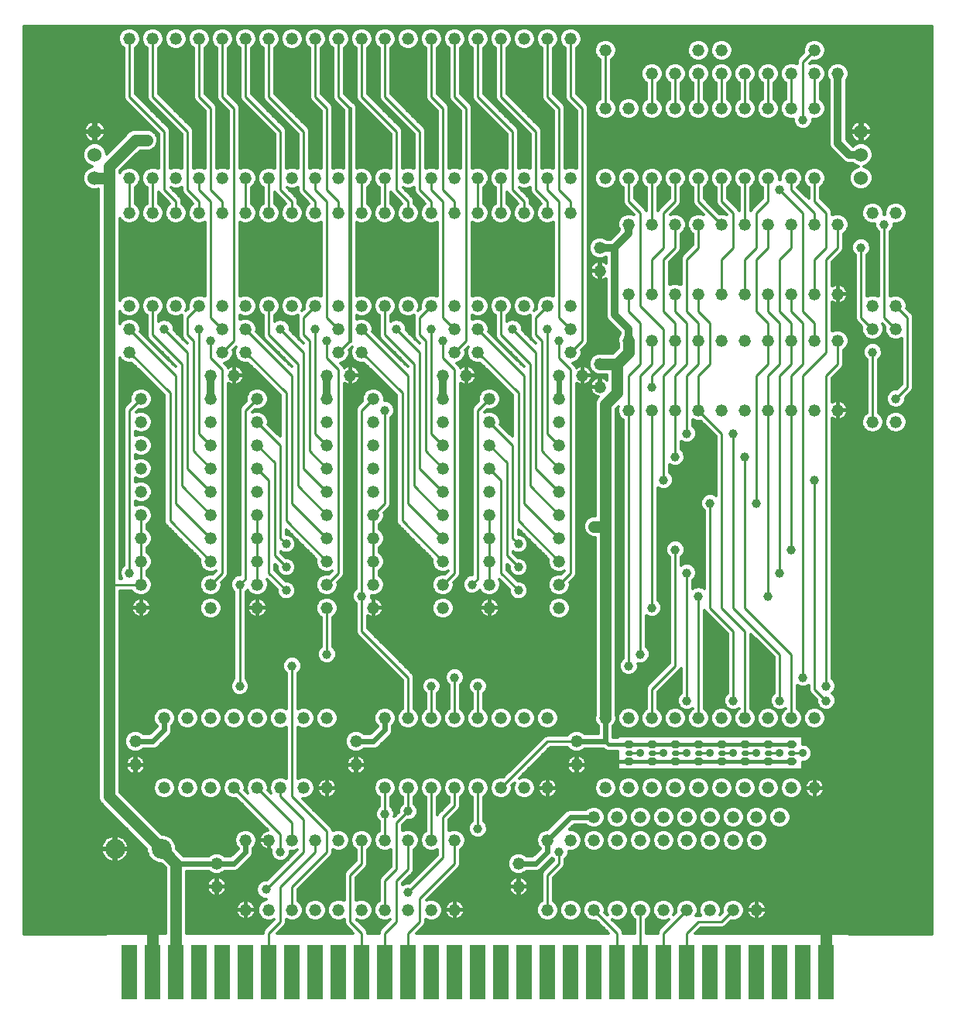
<source format=gbl>
G75*
G70*
%OFA0B0*%
%FSLAX24Y24*%
%IPPOS*%
%LPD*%
%AMOC8*
5,1,8,0,0,1.08239X$1,22.5*
%
%ADD10R,0.0650X0.2350*%
%ADD11C,0.0520*%
%ADD12C,0.0600*%
%ADD13C,0.0860*%
%ADD14C,0.0160*%
%ADD15C,0.0320*%
%ADD16C,0.2500*%
%ADD17C,0.0100*%
%ADD18C,0.0120*%
%ADD19C,0.0500*%
%ADD20C,0.0475*%
%ADD21C,0.0396*%
%ADD22C,0.0240*%
%ADD23C,0.0357*%
D10*
X005180Y001915D03*
X006180Y001915D03*
X007180Y001915D03*
X008180Y001915D03*
X009180Y001915D03*
X010180Y001915D03*
X011180Y001915D03*
X012180Y001915D03*
X013180Y001915D03*
X014180Y001915D03*
X015180Y001915D03*
X016180Y001915D03*
X017180Y001915D03*
X018180Y001915D03*
X019180Y001915D03*
X020180Y001915D03*
X021180Y001915D03*
X022180Y001915D03*
X023180Y001915D03*
X024180Y001915D03*
X025180Y001915D03*
X026180Y001915D03*
X027180Y001915D03*
X028180Y001915D03*
X029180Y001915D03*
X030180Y001915D03*
X031180Y001915D03*
X032180Y001915D03*
X033180Y001915D03*
X034180Y001915D03*
X035180Y001915D03*
D11*
X032180Y004600D03*
X031180Y004600D03*
X030180Y004600D03*
X029180Y004600D03*
X028180Y004600D03*
X027180Y004600D03*
X026180Y004600D03*
X025180Y004600D03*
X024180Y004600D03*
X023180Y004600D03*
X021930Y005600D03*
X021930Y006600D03*
X023180Y007600D03*
X024180Y007600D03*
X025180Y007600D03*
X025180Y008600D03*
X026180Y008600D03*
X026180Y007600D03*
X027180Y007600D03*
X027180Y008600D03*
X028180Y008600D03*
X028180Y007600D03*
X029180Y007600D03*
X029180Y008600D03*
X030180Y008600D03*
X030180Y007600D03*
X031180Y007600D03*
X031180Y008600D03*
X032180Y008600D03*
X032180Y007600D03*
X033180Y008600D03*
X032680Y009850D03*
X031680Y009850D03*
X030680Y009850D03*
X029680Y009850D03*
X028680Y009850D03*
X027680Y009850D03*
X026680Y009850D03*
X025680Y009850D03*
X024430Y010850D03*
X024430Y011850D03*
X023180Y012850D03*
X022180Y012850D03*
X021180Y012850D03*
X020180Y012850D03*
X019180Y012850D03*
X018180Y012850D03*
X017180Y012850D03*
X016180Y012850D03*
X014930Y011850D03*
X014930Y010850D03*
X013680Y009850D03*
X012680Y009850D03*
X011680Y009850D03*
X010680Y009850D03*
X009680Y009850D03*
X008680Y009850D03*
X007680Y009850D03*
X006680Y009850D03*
X005430Y010850D03*
X005430Y011850D03*
X006680Y012850D03*
X007680Y012850D03*
X008680Y012850D03*
X009680Y012850D03*
X010680Y012850D03*
X011680Y012850D03*
X012680Y012850D03*
X013680Y012850D03*
X016180Y009850D03*
X017180Y009850D03*
X018180Y009850D03*
X019180Y009850D03*
X020180Y009850D03*
X021180Y009850D03*
X022180Y009850D03*
X023180Y009850D03*
X025680Y012850D03*
X026680Y012850D03*
X027680Y012850D03*
X028680Y012850D03*
X029680Y012850D03*
X030680Y012850D03*
X031680Y012850D03*
X032680Y012850D03*
X033680Y012850D03*
X034680Y012850D03*
X034680Y009850D03*
X033680Y009850D03*
X023680Y017600D03*
X023680Y018600D03*
X023680Y019600D03*
X023680Y020600D03*
X023680Y021600D03*
X023680Y022600D03*
X023680Y023600D03*
X023680Y024600D03*
X023680Y025600D03*
X023680Y026600D03*
X023680Y027600D03*
X024680Y027600D03*
X025430Y027100D03*
X025430Y028100D03*
X026680Y029100D03*
X027680Y029100D03*
X028680Y029100D03*
X029680Y029100D03*
X030680Y029100D03*
X031680Y029100D03*
X032680Y029100D03*
X033680Y029100D03*
X034680Y029100D03*
X035680Y029100D03*
X037180Y029600D03*
X037180Y030600D03*
X038180Y030600D03*
X038180Y029600D03*
X035680Y031100D03*
X034680Y031100D03*
X033680Y031100D03*
X032680Y031100D03*
X031680Y031100D03*
X030680Y031100D03*
X029680Y031100D03*
X028680Y031100D03*
X027680Y031100D03*
X026680Y031100D03*
X025430Y032100D03*
X025430Y033100D03*
X026680Y034100D03*
X027680Y034100D03*
X028680Y034100D03*
X029680Y034100D03*
X030680Y034100D03*
X031680Y034100D03*
X032680Y034100D03*
X033680Y034100D03*
X034680Y034100D03*
X035680Y034100D03*
X037180Y034600D03*
X038180Y034600D03*
X034680Y036100D03*
X033680Y036100D03*
X032680Y036100D03*
X031680Y036100D03*
X030680Y036100D03*
X029680Y036100D03*
X028680Y036100D03*
X027680Y036100D03*
X026680Y036100D03*
X025680Y036100D03*
X024180Y036100D03*
X023180Y036100D03*
X022180Y036100D03*
X021180Y036100D03*
X020180Y036100D03*
X019180Y036100D03*
X018180Y036100D03*
X017180Y036100D03*
X016180Y036100D03*
X015180Y036100D03*
X014180Y036100D03*
X013180Y036100D03*
X012180Y036100D03*
X011180Y036100D03*
X010180Y036100D03*
X009180Y036100D03*
X008180Y036100D03*
X007180Y036100D03*
X006180Y036100D03*
X005180Y036100D03*
X005180Y034600D03*
X006180Y034600D03*
X007180Y034600D03*
X008180Y034600D03*
X009180Y034600D03*
X010180Y034600D03*
X011180Y034600D03*
X012180Y034600D03*
X013180Y034600D03*
X014180Y034600D03*
X015180Y034600D03*
X016180Y034600D03*
X017180Y034600D03*
X018180Y034600D03*
X019180Y034600D03*
X020180Y034600D03*
X021180Y034600D03*
X022180Y034600D03*
X023180Y034600D03*
X024180Y034600D03*
X024180Y030600D03*
X024180Y029600D03*
X024180Y028600D03*
X023180Y030600D03*
X022180Y030600D03*
X021180Y030600D03*
X020180Y030600D03*
X020180Y029600D03*
X020180Y028600D03*
X019180Y028600D03*
X019180Y029600D03*
X019180Y030600D03*
X018180Y030600D03*
X017180Y030600D03*
X016180Y030600D03*
X015180Y030600D03*
X015180Y029600D03*
X015180Y028600D03*
X014180Y028600D03*
X014180Y029600D03*
X014180Y030600D03*
X013180Y030600D03*
X012180Y030600D03*
X011180Y030600D03*
X010180Y030600D03*
X010180Y029600D03*
X010180Y028600D03*
X009180Y028600D03*
X009180Y029600D03*
X009180Y030600D03*
X008180Y030600D03*
X007180Y030600D03*
X006180Y030600D03*
X005180Y030600D03*
X005180Y029600D03*
X005180Y028600D03*
X005680Y026600D03*
X005680Y025600D03*
X005680Y024600D03*
X005680Y023600D03*
X005680Y022600D03*
X005680Y021600D03*
X005680Y020600D03*
X005680Y019600D03*
X005680Y018600D03*
X005680Y017600D03*
X008680Y017600D03*
X008680Y018600D03*
X008680Y019600D03*
X008680Y020600D03*
X008680Y021600D03*
X008680Y022600D03*
X008680Y023600D03*
X008680Y024600D03*
X008680Y025600D03*
X008680Y026600D03*
X008680Y027600D03*
X009680Y027600D03*
X010680Y026600D03*
X010680Y025600D03*
X010680Y024600D03*
X010680Y023600D03*
X010680Y022600D03*
X010680Y021600D03*
X010680Y020600D03*
X010680Y019600D03*
X010680Y018600D03*
X010680Y017600D03*
X013680Y017600D03*
X013680Y018600D03*
X013680Y019600D03*
X013680Y020600D03*
X013680Y021600D03*
X013680Y022600D03*
X013680Y023600D03*
X013680Y024600D03*
X013680Y025600D03*
X013680Y026600D03*
X013680Y027600D03*
X014680Y027600D03*
X015680Y026600D03*
X015680Y025600D03*
X015680Y024600D03*
X015680Y023600D03*
X015680Y022600D03*
X015680Y021600D03*
X015680Y020600D03*
X015680Y019600D03*
X015680Y018600D03*
X015680Y017600D03*
X018680Y017600D03*
X018680Y018600D03*
X018680Y019600D03*
X018680Y020600D03*
X018680Y021600D03*
X018680Y022600D03*
X018680Y023600D03*
X018680Y024600D03*
X018680Y025600D03*
X018680Y026600D03*
X018680Y027600D03*
X019680Y027600D03*
X020680Y026600D03*
X020680Y025600D03*
X020680Y024600D03*
X020680Y023600D03*
X020680Y022600D03*
X020680Y021600D03*
X020680Y020600D03*
X020680Y019600D03*
X020680Y018600D03*
X020680Y017600D03*
X026680Y026100D03*
X027680Y026100D03*
X028680Y026100D03*
X029680Y026100D03*
X030680Y026100D03*
X031680Y026100D03*
X032680Y026100D03*
X033680Y026100D03*
X034680Y026100D03*
X035680Y026100D03*
X037180Y025600D03*
X038180Y025600D03*
X034680Y039100D03*
X033680Y039100D03*
X032680Y039100D03*
X031680Y039100D03*
X030680Y039100D03*
X029680Y039100D03*
X028680Y039100D03*
X027680Y039100D03*
X026680Y039100D03*
X025680Y039100D03*
X027680Y040600D03*
X028680Y040600D03*
X029680Y040600D03*
X029680Y041600D03*
X030680Y041600D03*
X030680Y040600D03*
X031680Y040600D03*
X032680Y040600D03*
X033680Y040600D03*
X034680Y040600D03*
X034680Y041600D03*
X035680Y040600D03*
X025680Y041600D03*
X024180Y042100D03*
X023180Y042100D03*
X022180Y042100D03*
X021180Y042100D03*
X020180Y042100D03*
X019180Y042100D03*
X018180Y042100D03*
X017180Y042100D03*
X016180Y042100D03*
X015180Y042100D03*
X014180Y042100D03*
X013180Y042100D03*
X012180Y042100D03*
X011180Y042100D03*
X010180Y042100D03*
X009180Y042100D03*
X008180Y042100D03*
X007180Y042100D03*
X006180Y042100D03*
X005180Y042100D03*
X010180Y007600D03*
X011180Y007600D03*
X012180Y007600D03*
X013180Y007600D03*
X014180Y007600D03*
X015180Y007600D03*
X016180Y007600D03*
X017180Y007600D03*
X018180Y007600D03*
X019180Y007600D03*
X019180Y004600D03*
X018180Y004600D03*
X017180Y004600D03*
X016180Y004600D03*
X015180Y004600D03*
X014180Y004600D03*
X013180Y004600D03*
X012180Y004600D03*
X011180Y004600D03*
X010180Y004600D03*
X008930Y005600D03*
X008930Y006600D03*
D12*
X003680Y036100D03*
X003680Y037100D03*
X003680Y038100D03*
X036680Y038100D03*
X036680Y037100D03*
X036680Y036100D03*
D13*
X006555Y007225D03*
X004555Y007225D03*
D14*
X024430Y010850D02*
X025930Y010850D01*
X026055Y010975D01*
X026618Y010975D01*
X026743Y010975D02*
X027618Y010975D01*
X027743Y010975D02*
X028618Y010975D01*
X028743Y010975D02*
X029618Y010975D01*
X029743Y010975D02*
X030618Y010975D01*
X030743Y010975D02*
X031618Y010975D01*
X031743Y010975D02*
X032618Y010975D01*
X032743Y010975D02*
X033618Y010975D01*
X033618Y011725D02*
X032743Y011725D01*
X032618Y011725D02*
X031743Y011725D01*
X031618Y011725D02*
X030743Y011725D01*
X030618Y011725D02*
X029743Y011725D01*
X029618Y011725D02*
X028743Y011725D01*
X028618Y011725D02*
X027743Y011725D01*
X027618Y011725D02*
X026743Y011725D01*
X026618Y011725D02*
X025805Y011725D01*
X025680Y011850D01*
X014680Y029100D02*
X014680Y039100D01*
D15*
X013680Y027600D02*
X013680Y026600D01*
X008680Y026600D02*
X008680Y027600D01*
X018680Y027600D02*
X018680Y026600D01*
X025430Y033100D02*
X026055Y033100D01*
X026680Y033725D01*
X026680Y034100D01*
X026055Y033100D02*
X026055Y030225D01*
X026680Y029600D01*
X026680Y029100D01*
X035680Y037600D02*
X036180Y037100D01*
X036680Y037100D01*
X035680Y037600D02*
X035680Y040600D01*
X033743Y011725D02*
X033618Y011725D01*
X033618Y010975D02*
X033743Y010975D01*
X032743Y010975D02*
X032618Y010975D01*
X032618Y011725D02*
X032743Y011725D01*
X031743Y011725D02*
X031618Y011725D01*
X031618Y010975D02*
X031743Y010975D01*
X030743Y010975D02*
X030618Y010975D01*
X030618Y011725D02*
X030743Y011725D01*
X029743Y011725D02*
X029618Y011725D01*
X029618Y010975D02*
X029743Y010975D01*
X028743Y010975D02*
X028618Y010975D01*
X028618Y011725D02*
X028743Y011725D01*
X027743Y011725D02*
X027618Y011725D01*
X027618Y010975D02*
X027743Y010975D01*
X026743Y010975D02*
X026618Y010975D01*
X026618Y011725D02*
X026743Y011725D01*
D16*
X038180Y005100D03*
X038180Y041100D03*
X002180Y041100D03*
X002180Y005100D03*
D17*
X008930Y005600D02*
X010180Y005600D01*
X010180Y004600D01*
X010180Y005600D02*
X011180Y006600D01*
X011180Y007600D01*
X011680Y007850D02*
X011680Y007100D01*
X012180Y007600D02*
X012180Y008350D01*
X010680Y009850D01*
X011680Y009850D02*
X011680Y009475D01*
X012680Y008475D01*
X012680Y007100D01*
X011055Y005475D01*
X011680Y005600D02*
X013180Y007100D01*
X013180Y007600D01*
X013680Y007975D02*
X013680Y007100D01*
X012180Y005600D01*
X012180Y004600D01*
X011680Y004100D02*
X011680Y005600D01*
X011680Y004100D02*
X011180Y003600D01*
X011180Y001915D01*
X014680Y004100D02*
X014680Y006100D01*
X015180Y006600D01*
X015180Y007600D01*
X016180Y007600D02*
X016180Y008725D01*
X016180Y009850D01*
X017180Y009850D02*
X017180Y008850D01*
X016680Y008350D01*
X016680Y006350D01*
X016180Y005850D01*
X016180Y004600D01*
X016680Y004100D02*
X016680Y005850D01*
X017180Y006350D01*
X017180Y007600D01*
X018180Y007600D02*
X018180Y009850D01*
X019180Y009850D02*
X019180Y009100D01*
X018680Y008600D01*
X018680Y006850D01*
X017180Y005350D01*
X017680Y005100D02*
X019180Y006600D01*
X019180Y007600D01*
X020180Y008100D02*
X020180Y009850D01*
X021180Y009850D02*
X023180Y011850D01*
X024430Y011850D01*
X026743Y011350D02*
X027180Y011350D01*
X027743Y011350D02*
X028180Y011350D01*
X028743Y011350D02*
X029180Y011350D01*
X029743Y011350D02*
X030180Y011350D01*
X030743Y011350D02*
X031180Y011350D01*
X031743Y011350D02*
X032180Y011350D01*
X032743Y011350D02*
X033180Y011350D01*
X033743Y011350D02*
X034180Y011350D01*
X033680Y012850D02*
X033680Y015600D01*
X031680Y017600D01*
X031680Y024100D01*
X031180Y025100D02*
X031180Y017600D01*
X033180Y015600D01*
X033180Y013600D01*
X034180Y014600D02*
X034180Y027600D01*
X035180Y028600D01*
X035180Y032600D01*
X035680Y033100D01*
X035680Y034100D01*
X035180Y034600D02*
X034680Y035100D01*
X034680Y036100D01*
X033680Y036100D02*
X033680Y035600D01*
X034680Y034600D01*
X034680Y034100D01*
X034180Y034600D02*
X033180Y035600D01*
X032680Y035100D02*
X032680Y036100D01*
X032680Y035100D02*
X032180Y034600D01*
X032180Y033100D01*
X031680Y032600D01*
X031680Y031100D01*
X032180Y030350D02*
X032680Y029850D01*
X032680Y029100D01*
X032680Y028100D01*
X032180Y027600D01*
X032180Y022100D01*
X030180Y022100D02*
X030180Y017600D01*
X031180Y016600D01*
X031180Y013600D01*
X031680Y012850D02*
X031680Y016600D01*
X030680Y017600D01*
X030680Y025100D01*
X029680Y026100D01*
X029680Y027600D01*
X030180Y028100D01*
X030180Y029850D01*
X029680Y030350D01*
X029680Y031100D01*
X029180Y030350D02*
X029680Y029850D01*
X029680Y029100D01*
X029680Y028100D01*
X029180Y027600D01*
X029180Y025100D01*
X028680Y026100D02*
X028680Y024100D01*
X028180Y023100D02*
X028180Y027600D01*
X028680Y028100D01*
X028680Y029100D01*
X028680Y029850D01*
X028180Y030350D01*
X028180Y032600D01*
X028680Y033100D01*
X028680Y034100D01*
X028180Y034600D02*
X028180Y033100D01*
X027680Y032600D01*
X027680Y031100D01*
X027180Y030600D02*
X028180Y029600D01*
X028180Y028100D01*
X027680Y027600D01*
X027680Y027100D01*
X027180Y027600D02*
X027180Y015600D01*
X026680Y015100D02*
X026680Y026100D01*
X026680Y027600D01*
X027180Y028100D01*
X027180Y029850D01*
X026680Y030350D01*
X026680Y031100D01*
X027180Y030600D02*
X027180Y034600D01*
X026680Y035100D01*
X026680Y036100D01*
X027680Y036100D02*
X027680Y034100D01*
X028180Y034600D02*
X028680Y035100D01*
X028680Y036100D01*
X029680Y036100D02*
X029680Y035100D01*
X030680Y034100D01*
X031180Y034600D02*
X030680Y035100D01*
X030680Y036100D01*
X031680Y036100D02*
X031680Y034100D01*
X031180Y034600D02*
X031180Y033100D01*
X030680Y032600D01*
X030680Y031100D01*
X032180Y030350D02*
X032180Y032600D01*
X032680Y033100D01*
X032680Y034100D01*
X033680Y034100D02*
X033680Y033100D01*
X033180Y032600D01*
X033180Y030350D01*
X033680Y029850D01*
X033680Y029100D01*
X033680Y028100D01*
X033180Y027600D01*
X033180Y019100D01*
X033680Y020100D02*
X033680Y026100D01*
X033680Y027600D01*
X034180Y028100D01*
X034180Y029850D01*
X033680Y030350D01*
X033680Y031100D01*
X034180Y030350D02*
X034180Y034600D01*
X035180Y034600D02*
X035180Y033100D01*
X034680Y032600D01*
X034680Y031100D01*
X034180Y030350D02*
X034680Y029850D01*
X034680Y029100D01*
X035680Y029100D02*
X035680Y028100D01*
X035180Y027600D01*
X035180Y014225D01*
X034680Y014100D02*
X035180Y013600D01*
X034680Y014100D02*
X034680Y023100D01*
X037180Y025600D02*
X037180Y028600D01*
X037180Y029600D02*
X036680Y030100D01*
X036680Y033100D01*
X037680Y034100D02*
X037680Y030100D01*
X038180Y029600D01*
X038680Y030100D02*
X038180Y030600D01*
X038680Y030100D02*
X038680Y027100D01*
X038180Y026600D01*
X033180Y028100D02*
X032680Y027600D01*
X032680Y026100D01*
X032680Y018100D01*
X029680Y018100D02*
X029680Y012850D01*
X029180Y013600D02*
X029180Y019100D01*
X028680Y020100D02*
X028680Y015100D01*
X027680Y014100D01*
X027680Y012850D01*
X027680Y017600D02*
X027680Y026100D01*
X028680Y026100D02*
X028680Y027600D01*
X029180Y028100D01*
X029180Y029850D01*
X028680Y030350D01*
X028680Y031100D01*
X029180Y030350D02*
X029180Y032600D01*
X029680Y033100D01*
X029680Y034100D01*
X032680Y031100D02*
X032680Y030350D01*
X033180Y029850D01*
X033180Y028100D01*
X027680Y028100D02*
X027180Y027600D01*
X027680Y028100D02*
X027680Y029100D01*
X024680Y029100D02*
X024180Y028600D01*
X023680Y028350D02*
X024180Y027850D01*
X024180Y019100D01*
X023680Y018600D01*
X023680Y019600D02*
X021930Y021350D01*
X021930Y026850D01*
X020180Y028600D01*
X019680Y029100D02*
X019680Y039100D01*
X019180Y039600D01*
X019180Y042100D01*
X018180Y042100D02*
X018180Y039600D01*
X018680Y039100D01*
X018680Y035600D01*
X019180Y035100D01*
X019180Y034600D01*
X018680Y035100D02*
X018680Y030100D01*
X019180Y029600D01*
X018680Y029100D02*
X018680Y028350D01*
X019180Y027850D01*
X019180Y019100D01*
X018680Y018600D01*
X018680Y019600D02*
X016930Y021350D01*
X016930Y026850D01*
X015180Y028600D01*
X014680Y029100D02*
X014180Y028600D01*
X013680Y028350D02*
X014180Y027850D01*
X014180Y019100D01*
X013680Y018600D01*
X013680Y017600D02*
X013680Y015600D01*
X012180Y015100D02*
X012180Y009475D01*
X013680Y007975D01*
X011680Y007850D02*
X009680Y009850D01*
X009930Y014225D02*
X009930Y018600D01*
X010180Y018850D01*
X010180Y026100D01*
X010680Y026600D01*
X010680Y025600D02*
X011680Y024600D01*
X011680Y020600D01*
X011930Y020350D01*
X011430Y019850D02*
X011930Y019350D01*
X011430Y019850D02*
X011430Y023850D01*
X010680Y024600D01*
X010680Y023600D02*
X011180Y023100D01*
X011180Y019100D01*
X011930Y018350D01*
X010680Y018600D02*
X010680Y019600D01*
X010680Y020600D01*
X010680Y021600D01*
X011930Y021350D02*
X011930Y026850D01*
X010180Y028600D01*
X009680Y029100D02*
X009180Y028600D01*
X008680Y028350D02*
X008680Y029100D01*
X008180Y029600D02*
X008180Y025100D01*
X008680Y024600D01*
X007930Y024350D02*
X008680Y023600D01*
X008680Y022600D02*
X007680Y023600D01*
X007680Y028600D01*
X006680Y029600D01*
X006180Y029350D02*
X007430Y028100D01*
X007430Y022850D01*
X008680Y021600D01*
X008680Y020600D02*
X007180Y022100D01*
X007180Y027600D01*
X005180Y029600D01*
X005180Y028600D02*
X006930Y026850D01*
X006930Y021350D01*
X008680Y019600D01*
X009180Y019100D02*
X009180Y027850D01*
X008680Y028350D01*
X007930Y029100D02*
X007680Y029350D01*
X007680Y030100D01*
X008180Y030600D01*
X008680Y030100D02*
X008680Y035100D01*
X008180Y035600D01*
X008180Y036100D01*
X007680Y035600D02*
X008180Y035100D01*
X008180Y034600D01*
X009180Y034600D02*
X009180Y035100D01*
X008680Y035600D01*
X008680Y039100D01*
X008180Y039600D01*
X008180Y042100D01*
X009180Y042100D02*
X009180Y039600D01*
X009680Y039100D01*
X009680Y029100D01*
X009180Y029600D02*
X008680Y030100D01*
X007930Y029100D02*
X007930Y024350D01*
X005680Y026600D02*
X005180Y026100D01*
X005180Y019100D01*
X005680Y018600D02*
X004305Y018600D01*
X005680Y018600D02*
X005680Y019600D01*
X005680Y020600D01*
X005680Y021600D01*
X008680Y018600D02*
X009180Y019100D01*
X011930Y021350D02*
X013680Y019600D01*
X013680Y020600D02*
X012180Y022100D01*
X012180Y027600D01*
X010180Y029600D01*
X011180Y029350D02*
X011180Y030600D01*
X011680Y029600D02*
X012680Y028600D01*
X012680Y023600D01*
X013680Y022600D01*
X013680Y023600D02*
X012930Y024350D01*
X012930Y029100D01*
X012680Y029350D01*
X012680Y030100D01*
X013180Y030600D01*
X013680Y030100D02*
X014180Y029600D01*
X013680Y029100D02*
X013680Y028350D01*
X012430Y028100D02*
X011180Y029350D01*
X012430Y028100D02*
X012430Y022850D01*
X013680Y021600D01*
X015680Y021600D02*
X015680Y020600D01*
X015680Y019600D01*
X015680Y018600D01*
X015180Y018100D02*
X015180Y016600D01*
X017180Y014600D01*
X017180Y012850D01*
X018180Y012850D02*
X018180Y014225D01*
X019180Y014600D02*
X019180Y012850D01*
X020180Y012850D02*
X020180Y014225D01*
X019930Y018600D02*
X020180Y018850D01*
X020180Y026100D01*
X020680Y026600D01*
X020680Y025600D02*
X021680Y024600D01*
X021680Y020600D01*
X021930Y020350D01*
X021430Y019850D02*
X021430Y023850D01*
X020680Y024600D01*
X020680Y023600D02*
X021180Y023100D01*
X021180Y019100D01*
X021930Y018350D01*
X021930Y019350D02*
X021430Y019850D01*
X020680Y019600D02*
X020680Y020600D01*
X020680Y021600D01*
X022180Y022100D02*
X022180Y027600D01*
X020180Y029600D01*
X019680Y029100D02*
X019180Y028600D01*
X018180Y029600D02*
X018180Y025100D01*
X018680Y024600D01*
X017930Y024350D02*
X018680Y023600D01*
X018680Y022600D02*
X017680Y023600D01*
X017680Y028600D01*
X016680Y029600D01*
X016180Y029350D02*
X016180Y030600D01*
X016180Y029350D02*
X017430Y028100D01*
X017430Y022850D01*
X018680Y021600D01*
X018680Y020600D02*
X017180Y022100D01*
X017180Y027600D01*
X015180Y029600D01*
X013680Y030100D02*
X013680Y035100D01*
X013180Y035600D01*
X013180Y036100D01*
X012680Y035600D02*
X013180Y035100D01*
X013180Y034600D01*
X012180Y034600D02*
X012180Y035100D01*
X011680Y035600D01*
X011680Y038100D01*
X010180Y039600D01*
X010180Y042100D01*
X011180Y042100D02*
X011180Y039600D01*
X012680Y038100D01*
X012680Y035600D01*
X013680Y035600D02*
X013680Y039100D01*
X013180Y039600D01*
X013180Y042100D01*
X014180Y042100D02*
X014180Y039600D01*
X014680Y039100D01*
X015180Y039600D02*
X016680Y038100D01*
X016680Y035600D01*
X017180Y035100D01*
X017180Y034600D01*
X016180Y034600D02*
X016180Y036100D01*
X015180Y036100D02*
X015180Y034600D01*
X014180Y034600D02*
X014180Y035100D01*
X013680Y035600D01*
X011180Y036100D02*
X011180Y034600D01*
X010180Y034600D02*
X010180Y036100D01*
X007680Y035600D02*
X007680Y038100D01*
X006180Y039600D01*
X006180Y042100D01*
X005180Y042100D02*
X005180Y039600D01*
X006680Y038100D01*
X006680Y035600D01*
X007180Y035100D01*
X007180Y034600D01*
X006180Y034600D02*
X006180Y036100D01*
X005180Y036100D02*
X005180Y034600D01*
X006180Y030600D02*
X006180Y029350D01*
X013180Y029600D02*
X013180Y025100D01*
X013680Y024600D01*
X015180Y026100D02*
X015680Y026600D01*
X015180Y026100D02*
X015180Y018100D01*
X015680Y021600D02*
X016180Y022100D01*
X016180Y026100D01*
X017930Y024350D02*
X017930Y029100D01*
X017680Y029350D01*
X017680Y030100D01*
X018180Y030600D01*
X021180Y030600D02*
X021180Y029350D01*
X022430Y028100D01*
X022430Y022850D01*
X023680Y021600D01*
X023680Y020600D02*
X022180Y022100D01*
X022680Y023600D02*
X022680Y028600D01*
X021680Y029600D01*
X022680Y029350D02*
X022680Y030100D01*
X023180Y030600D01*
X023680Y030100D02*
X023680Y035100D01*
X023180Y035600D01*
X023180Y036100D01*
X022680Y035600D02*
X022680Y038100D01*
X021180Y039600D01*
X021180Y042100D01*
X020180Y042100D02*
X020180Y039600D01*
X021680Y038100D01*
X021680Y035600D01*
X022180Y035100D01*
X022180Y034600D01*
X021180Y034600D02*
X021180Y036100D01*
X020180Y036100D02*
X020180Y034600D01*
X018680Y035100D02*
X018180Y035600D01*
X018180Y036100D01*
X017680Y035600D02*
X018180Y035100D01*
X018180Y034600D01*
X017680Y035600D02*
X017680Y038100D01*
X016180Y039600D01*
X016180Y042100D01*
X015180Y042100D02*
X015180Y039600D01*
X022680Y035600D02*
X023180Y035100D01*
X023180Y034600D01*
X024180Y034600D02*
X024180Y035100D01*
X023680Y035600D01*
X023680Y039100D01*
X023180Y039600D01*
X023180Y042100D01*
X024180Y042100D02*
X024180Y039600D01*
X024680Y039100D01*
X024680Y029100D01*
X024180Y029600D02*
X023680Y030100D01*
X023180Y029600D02*
X023180Y025100D01*
X023680Y024600D01*
X022930Y024350D02*
X023680Y023600D01*
X023680Y022600D02*
X022680Y023600D01*
X022930Y024350D02*
X022930Y029100D01*
X022680Y029350D01*
X023680Y029100D02*
X023680Y028350D01*
X020680Y019600D02*
X020680Y018600D01*
X023680Y007100D02*
X023680Y006600D01*
X023180Y006100D01*
X023180Y004600D01*
X025180Y004600D02*
X026180Y003600D01*
X026180Y001915D01*
X027180Y001915D02*
X027180Y004600D01*
X028180Y003600D02*
X028180Y001915D01*
X029180Y001915D02*
X029180Y003600D01*
X029680Y004100D01*
X030680Y004100D01*
X031180Y004600D01*
X029180Y004600D02*
X028180Y003600D01*
X017680Y004100D02*
X017680Y005100D01*
X017680Y004100D02*
X017180Y003600D01*
X017180Y001915D01*
X016180Y001915D02*
X016180Y003600D01*
X016680Y004100D01*
X015180Y003600D02*
X014680Y004100D01*
X015180Y003600D02*
X015180Y001915D01*
X034180Y038600D02*
X034180Y041100D01*
X034680Y041600D01*
X034680Y040600D02*
X034680Y039100D01*
X033680Y039100D02*
X033680Y040600D01*
X032680Y040600D02*
X032680Y039100D01*
X031680Y039100D02*
X031680Y040600D01*
X030680Y040600D02*
X030680Y039100D01*
X029680Y039100D02*
X029680Y040600D01*
X028680Y040600D02*
X028680Y039100D01*
X027680Y039100D02*
X027680Y040600D01*
X025680Y041600D02*
X025680Y039100D01*
D18*
X000640Y042640D02*
X000640Y003560D01*
X004180Y003560D01*
X004180Y003600D01*
X006720Y003600D01*
X006720Y006409D01*
X006544Y006585D01*
X006428Y006585D01*
X006192Y006682D01*
X006012Y006862D01*
X005915Y007098D01*
X005915Y007214D01*
X004044Y009085D01*
X004044Y009085D01*
X003915Y009214D01*
X003845Y009383D01*
X003845Y035616D01*
X003781Y035590D01*
X003579Y035590D01*
X003391Y035668D01*
X003248Y035811D01*
X003170Y035999D01*
X003170Y036201D01*
X003248Y036389D01*
X003391Y036532D01*
X003554Y036600D01*
X003391Y036668D01*
X003248Y036811D01*
X003170Y036999D01*
X003170Y037201D01*
X003248Y037389D01*
X003391Y037532D01*
X003579Y037610D01*
X003781Y037610D01*
X003969Y037532D01*
X004112Y037389D01*
X004190Y037201D01*
X004190Y037136D01*
X005169Y038115D01*
X005338Y038185D01*
X006021Y038185D01*
X006191Y038115D01*
X006320Y037986D01*
X006390Y037816D01*
X006390Y037633D01*
X006320Y037464D01*
X006191Y037335D01*
X006021Y037265D01*
X005621Y037265D01*
X004765Y036409D01*
X004765Y036326D01*
X004782Y036366D01*
X004914Y036498D01*
X005087Y036570D01*
X005273Y036570D01*
X005446Y036498D01*
X005578Y036366D01*
X005650Y036193D01*
X005650Y036007D01*
X005578Y035834D01*
X005446Y035702D01*
X005440Y035699D01*
X005440Y035001D01*
X005446Y034998D01*
X005578Y034866D01*
X005650Y034693D01*
X005650Y034507D01*
X005578Y034334D01*
X005446Y034202D01*
X005273Y034130D01*
X005087Y034130D01*
X004914Y034202D01*
X004782Y034334D01*
X004765Y034374D01*
X004765Y030826D01*
X004782Y030866D01*
X004914Y030998D01*
X005087Y031070D01*
X005273Y031070D01*
X005446Y030998D01*
X005578Y030866D01*
X005650Y030693D01*
X005650Y030507D01*
X005578Y030334D01*
X005446Y030202D01*
X005273Y030130D01*
X005087Y030130D01*
X004914Y030202D01*
X004782Y030334D01*
X004765Y030374D01*
X004765Y029826D01*
X004782Y029866D01*
X004914Y029998D01*
X005087Y030070D01*
X005273Y030070D01*
X005446Y029998D01*
X005578Y029866D01*
X005650Y029693D01*
X005650Y029507D01*
X005647Y029500D01*
X007170Y027978D01*
X007170Y027992D01*
X005960Y029203D01*
X005920Y029298D01*
X005920Y030199D01*
X005914Y030202D01*
X005782Y030334D01*
X005710Y030507D01*
X005710Y030693D01*
X005782Y030866D01*
X005914Y030998D01*
X006087Y031070D01*
X006273Y031070D01*
X006446Y030998D01*
X006578Y030866D01*
X006650Y030693D01*
X006650Y030507D01*
X006578Y030334D01*
X006446Y030202D01*
X006440Y030199D01*
X006440Y029937D01*
X006449Y029946D01*
X006599Y030008D01*
X006761Y030008D01*
X006911Y029946D01*
X007026Y029831D01*
X007088Y029681D01*
X007088Y029560D01*
X007670Y028978D01*
X007670Y028992D01*
X007533Y029130D01*
X007460Y029203D01*
X007420Y029298D01*
X007420Y030152D01*
X007439Y030199D01*
X007273Y030130D01*
X007087Y030130D01*
X006914Y030202D01*
X006782Y030334D01*
X006710Y030507D01*
X006710Y030693D01*
X006782Y030866D01*
X006914Y030998D01*
X007087Y031070D01*
X007273Y031070D01*
X007446Y030998D01*
X007578Y030866D01*
X007650Y030693D01*
X007650Y030507D01*
X007601Y030389D01*
X007713Y030500D01*
X007710Y030507D01*
X007710Y030693D01*
X007782Y030866D01*
X007914Y030998D01*
X008087Y031070D01*
X008273Y031070D01*
X008420Y031009D01*
X008420Y034191D01*
X008273Y034130D01*
X008087Y034130D01*
X007914Y034202D01*
X007782Y034334D01*
X007710Y034507D01*
X007710Y034693D01*
X007782Y034866D01*
X007914Y034998D01*
X007914Y034998D01*
X007460Y035453D01*
X007420Y035548D01*
X007420Y035691D01*
X007273Y035630D01*
X007087Y035630D01*
X006969Y035679D01*
X007400Y035247D01*
X007440Y035152D01*
X007440Y035001D01*
X007446Y034998D01*
X007578Y034866D01*
X007650Y034693D01*
X007650Y034507D01*
X007578Y034334D01*
X007446Y034202D01*
X007273Y034130D01*
X007087Y034130D01*
X006914Y034202D01*
X006782Y034334D01*
X006710Y034507D01*
X006710Y034693D01*
X006782Y034866D01*
X006914Y034998D01*
X006914Y034998D01*
X006533Y035380D01*
X006460Y035453D01*
X006440Y035500D01*
X006440Y035001D01*
X006446Y034998D01*
X006578Y034866D01*
X006650Y034693D01*
X006650Y034507D01*
X006578Y034334D01*
X006446Y034202D01*
X006273Y034130D01*
X006087Y034130D01*
X005914Y034202D01*
X005782Y034334D01*
X005710Y034507D01*
X005710Y034693D01*
X005782Y034866D01*
X005914Y034998D01*
X005920Y035001D01*
X005920Y035699D01*
X005914Y035702D01*
X005782Y035834D01*
X005710Y036007D01*
X005710Y036193D01*
X005782Y036366D01*
X005914Y036498D01*
X006087Y036570D01*
X006273Y036570D01*
X006420Y036509D01*
X006420Y037992D01*
X005033Y039380D01*
X004960Y039453D01*
X004920Y039548D01*
X004920Y041699D01*
X004914Y041702D01*
X004782Y041834D01*
X004710Y042007D01*
X004710Y042193D01*
X004782Y042366D01*
X004914Y042498D01*
X005087Y042570D01*
X005273Y042570D01*
X005446Y042498D01*
X005578Y042366D01*
X005650Y042193D01*
X005650Y042007D01*
X005578Y041834D01*
X005446Y041702D01*
X005440Y041699D01*
X005440Y039708D01*
X006900Y038247D01*
X006940Y038152D01*
X006940Y036509D01*
X007087Y036570D01*
X007273Y036570D01*
X007420Y036509D01*
X007420Y037992D01*
X005960Y039453D01*
X005920Y039548D01*
X005920Y041699D01*
X005914Y041702D01*
X005782Y041834D01*
X005710Y042007D01*
X005710Y042193D01*
X005782Y042366D01*
X005914Y042498D01*
X006087Y042570D01*
X006273Y042570D01*
X006446Y042498D01*
X006578Y042366D01*
X006650Y042193D01*
X006650Y042007D01*
X006578Y041834D01*
X006446Y041702D01*
X006440Y041699D01*
X006440Y039708D01*
X007827Y038320D01*
X007900Y038247D01*
X007940Y038152D01*
X007940Y036509D01*
X008087Y036570D01*
X008273Y036570D01*
X008420Y036509D01*
X008420Y038992D01*
X007960Y039453D01*
X007920Y039548D01*
X007920Y041699D01*
X007914Y041702D01*
X007782Y041834D01*
X007710Y042007D01*
X007710Y042193D01*
X007782Y042366D01*
X007914Y042498D01*
X008087Y042570D01*
X008273Y042570D01*
X008446Y042498D01*
X008578Y042366D01*
X008650Y042193D01*
X008650Y042007D01*
X008578Y041834D01*
X008446Y041702D01*
X008440Y041699D01*
X008440Y039708D01*
X008827Y039320D01*
X008900Y039247D01*
X008940Y039152D01*
X008940Y036509D01*
X009087Y036570D01*
X009273Y036570D01*
X009420Y036509D01*
X009420Y038992D01*
X008960Y039453D01*
X008920Y039548D01*
X008920Y041699D01*
X008914Y041702D01*
X008782Y041834D01*
X008710Y042007D01*
X008710Y042193D01*
X008782Y042366D01*
X008914Y042498D01*
X009087Y042570D01*
X009273Y042570D01*
X009446Y042498D01*
X009578Y042366D01*
X009650Y042193D01*
X009650Y042007D01*
X009578Y041834D01*
X009446Y041702D01*
X009440Y041699D01*
X009440Y039708D01*
X009827Y039320D01*
X009900Y039247D01*
X009940Y039152D01*
X009940Y036509D01*
X010087Y036570D01*
X010273Y036570D01*
X010446Y036498D01*
X010578Y036366D01*
X010650Y036193D01*
X010650Y036007D01*
X010578Y035834D01*
X010446Y035702D01*
X010440Y035699D01*
X010440Y035001D01*
X010446Y034998D01*
X010578Y034866D01*
X010650Y034693D01*
X010650Y034507D01*
X010578Y034334D01*
X010446Y034202D01*
X010273Y034130D01*
X010087Y034130D01*
X009940Y034191D01*
X009940Y031009D01*
X010087Y031070D01*
X010273Y031070D01*
X010446Y030998D01*
X010578Y030866D01*
X010650Y030693D01*
X010650Y030507D01*
X010578Y030334D01*
X010446Y030202D01*
X010273Y030130D01*
X010087Y030130D01*
X009940Y030191D01*
X009940Y030009D01*
X010087Y030070D01*
X010273Y030070D01*
X010446Y029998D01*
X010578Y029866D01*
X010650Y029693D01*
X010650Y029507D01*
X010647Y029500D01*
X012170Y027978D01*
X012170Y027992D01*
X011033Y029130D01*
X010960Y029203D01*
X010920Y029298D01*
X010920Y030199D01*
X010914Y030202D01*
X010782Y030334D01*
X010710Y030507D01*
X010710Y030693D01*
X010782Y030866D01*
X010914Y030998D01*
X011087Y031070D01*
X011273Y031070D01*
X011446Y030998D01*
X011578Y030866D01*
X011650Y030693D01*
X011650Y030507D01*
X011578Y030334D01*
X011446Y030202D01*
X011440Y030199D01*
X011440Y029937D01*
X011449Y029946D01*
X011599Y030008D01*
X011761Y030008D01*
X011911Y029946D01*
X012026Y029831D01*
X012088Y029681D01*
X012088Y029560D01*
X012670Y028978D01*
X012670Y028992D01*
X012533Y029130D01*
X012533Y029130D01*
X012460Y029203D01*
X012420Y029298D01*
X012420Y030152D01*
X012439Y030199D01*
X012273Y030130D01*
X012087Y030130D01*
X011914Y030202D01*
X011782Y030334D01*
X011710Y030507D01*
X011710Y030693D01*
X011782Y030866D01*
X011914Y030998D01*
X012087Y031070D01*
X012273Y031070D01*
X012446Y030998D01*
X012578Y030866D01*
X012650Y030693D01*
X012650Y030507D01*
X012601Y030389D01*
X012713Y030500D01*
X012710Y030507D01*
X012710Y030693D01*
X012782Y030866D01*
X012914Y030998D01*
X013087Y031070D01*
X013273Y031070D01*
X013420Y031009D01*
X013420Y034191D01*
X013273Y034130D01*
X013087Y034130D01*
X012914Y034202D01*
X012782Y034334D01*
X012710Y034507D01*
X012710Y034693D01*
X012782Y034866D01*
X012914Y034998D01*
X012914Y034998D01*
X012460Y035453D01*
X012420Y035548D01*
X012420Y035691D01*
X012273Y035630D01*
X012087Y035630D01*
X011969Y035679D01*
X012400Y035247D01*
X012440Y035152D01*
X012440Y035001D01*
X012446Y034998D01*
X012578Y034866D01*
X012650Y034693D01*
X012650Y034507D01*
X012578Y034334D01*
X012446Y034202D01*
X012273Y034130D01*
X012087Y034130D01*
X011914Y034202D01*
X011782Y034334D01*
X011710Y034507D01*
X011710Y034693D01*
X011782Y034866D01*
X011914Y034998D01*
X011914Y034998D01*
X011533Y035380D01*
X011460Y035453D01*
X011440Y035500D01*
X011440Y035001D01*
X011446Y034998D01*
X011578Y034866D01*
X011650Y034693D01*
X011650Y034507D01*
X011578Y034334D01*
X011446Y034202D01*
X011273Y034130D01*
X011087Y034130D01*
X010914Y034202D01*
X010782Y034334D01*
X010710Y034507D01*
X010710Y034693D01*
X010782Y034866D01*
X010914Y034998D01*
X010920Y035001D01*
X010920Y035699D01*
X010914Y035702D01*
X010782Y035834D01*
X010710Y036007D01*
X010710Y036193D01*
X010782Y036366D01*
X010914Y036498D01*
X011087Y036570D01*
X011273Y036570D01*
X011420Y036509D01*
X011420Y037992D01*
X010033Y039380D01*
X009960Y039453D01*
X009920Y039548D01*
X009920Y041699D01*
X009914Y041702D01*
X009782Y041834D01*
X009710Y042007D01*
X009710Y042193D01*
X009782Y042366D01*
X009914Y042498D01*
X010087Y042570D01*
X010273Y042570D01*
X010446Y042498D01*
X010578Y042366D01*
X010650Y042193D01*
X010650Y042007D01*
X010578Y041834D01*
X010446Y041702D01*
X010440Y041699D01*
X010440Y039708D01*
X011900Y038247D01*
X011940Y038152D01*
X011940Y036509D01*
X012087Y036570D01*
X012273Y036570D01*
X012420Y036509D01*
X012420Y037992D01*
X010960Y039453D01*
X010920Y039548D01*
X010920Y041699D01*
X010914Y041702D01*
X010782Y041834D01*
X010710Y042007D01*
X010710Y042193D01*
X010782Y042366D01*
X010914Y042498D01*
X011087Y042570D01*
X011273Y042570D01*
X011446Y042498D01*
X011578Y042366D01*
X011650Y042193D01*
X011650Y042007D01*
X011578Y041834D01*
X011446Y041702D01*
X011440Y041699D01*
X011440Y039708D01*
X012827Y038320D01*
X012900Y038247D01*
X012940Y038152D01*
X012940Y036509D01*
X013087Y036570D01*
X013273Y036570D01*
X013420Y036509D01*
X013420Y038992D01*
X013033Y039380D01*
X012960Y039453D01*
X012920Y039548D01*
X012920Y041699D01*
X012914Y041702D01*
X012782Y041834D01*
X012710Y042007D01*
X012710Y042193D01*
X012782Y042366D01*
X012914Y042498D01*
X013087Y042570D01*
X013273Y042570D01*
X013446Y042498D01*
X013578Y042366D01*
X013650Y042193D01*
X013650Y042007D01*
X013578Y041834D01*
X013446Y041702D01*
X013440Y041699D01*
X013440Y039708D01*
X013900Y039247D01*
X013940Y039152D01*
X013940Y036509D01*
X014087Y036570D01*
X014273Y036570D01*
X014390Y036522D01*
X014390Y039022D01*
X013960Y039453D01*
X013920Y039548D01*
X013920Y041699D01*
X013914Y041702D01*
X013782Y041834D01*
X013710Y042007D01*
X013710Y042193D01*
X013782Y042366D01*
X013914Y042498D01*
X014087Y042570D01*
X014273Y042570D01*
X014446Y042498D01*
X014578Y042366D01*
X014650Y042193D01*
X014650Y042007D01*
X014578Y041834D01*
X014446Y041702D01*
X014440Y041699D01*
X014440Y039708D01*
X014772Y039376D01*
X014844Y039346D01*
X014926Y039264D01*
X014970Y039158D01*
X014970Y036522D01*
X015087Y036570D01*
X015273Y036570D01*
X015446Y036498D01*
X015578Y036366D01*
X015650Y036193D01*
X015650Y036007D01*
X015578Y035834D01*
X015446Y035702D01*
X015440Y035699D01*
X015440Y035001D01*
X015446Y034998D01*
X015578Y034866D01*
X015650Y034693D01*
X015650Y034507D01*
X015578Y034334D01*
X015446Y034202D01*
X015273Y034130D01*
X015087Y034130D01*
X014970Y034178D01*
X014970Y031022D01*
X015087Y031070D01*
X015273Y031070D01*
X015446Y030998D01*
X015578Y030866D01*
X015650Y030693D01*
X015650Y030507D01*
X015578Y030334D01*
X015446Y030202D01*
X015273Y030130D01*
X015087Y030130D01*
X014970Y030178D01*
X014970Y030022D01*
X015087Y030070D01*
X015273Y030070D01*
X015446Y029998D01*
X015578Y029866D01*
X015650Y029693D01*
X015650Y029507D01*
X015647Y029500D01*
X017170Y027978D01*
X017170Y027992D01*
X016033Y029130D01*
X015960Y029203D01*
X015920Y029298D01*
X015920Y030199D01*
X015914Y030202D01*
X015782Y030334D01*
X015710Y030507D01*
X015710Y030693D01*
X015782Y030866D01*
X015914Y030998D01*
X016087Y031070D01*
X016273Y031070D01*
X016446Y030998D01*
X016578Y030866D01*
X016650Y030693D01*
X016650Y030507D01*
X016578Y030334D01*
X016446Y030202D01*
X016440Y030199D01*
X016440Y029937D01*
X016449Y029946D01*
X016599Y030008D01*
X016761Y030008D01*
X016911Y029946D01*
X017026Y029831D01*
X017088Y029681D01*
X017088Y029560D01*
X017670Y028978D01*
X017670Y028992D01*
X017533Y029130D01*
X017460Y029203D01*
X017420Y029298D01*
X017420Y030152D01*
X017439Y030199D01*
X017273Y030130D01*
X017087Y030130D01*
X016914Y030202D01*
X016782Y030334D01*
X016710Y030507D01*
X016710Y030693D01*
X016782Y030866D01*
X016914Y030998D01*
X017087Y031070D01*
X017273Y031070D01*
X017446Y030998D01*
X017578Y030866D01*
X017650Y030693D01*
X017650Y030507D01*
X017601Y030389D01*
X017713Y030500D01*
X017710Y030507D01*
X017710Y030693D01*
X017782Y030866D01*
X017914Y030998D01*
X018087Y031070D01*
X018273Y031070D01*
X018420Y031009D01*
X018420Y034191D01*
X018273Y034130D01*
X018087Y034130D01*
X017914Y034202D01*
X017782Y034334D01*
X017710Y034507D01*
X017710Y034693D01*
X017782Y034866D01*
X017914Y034998D01*
X017914Y034998D01*
X017533Y035380D01*
X017533Y035380D01*
X017460Y035453D01*
X017420Y035548D01*
X017420Y035691D01*
X017273Y035630D01*
X017087Y035630D01*
X016969Y035679D01*
X017327Y035320D01*
X017400Y035247D01*
X017440Y035152D01*
X017440Y035001D01*
X017446Y034998D01*
X017578Y034866D01*
X017650Y034693D01*
X017650Y034507D01*
X017578Y034334D01*
X017446Y034202D01*
X017273Y034130D01*
X017087Y034130D01*
X016914Y034202D01*
X016782Y034334D01*
X016710Y034507D01*
X016710Y034693D01*
X016782Y034866D01*
X016914Y034998D01*
X016914Y034998D01*
X016460Y035453D01*
X016440Y035500D01*
X016440Y035001D01*
X016446Y034998D01*
X016578Y034866D01*
X016650Y034693D01*
X016650Y034507D01*
X016578Y034334D01*
X016446Y034202D01*
X016273Y034130D01*
X016087Y034130D01*
X015914Y034202D01*
X015782Y034334D01*
X015710Y034507D01*
X015710Y034693D01*
X015782Y034866D01*
X015914Y034998D01*
X015920Y035001D01*
X015920Y035699D01*
X015914Y035702D01*
X015782Y035834D01*
X015710Y036007D01*
X015710Y036193D01*
X015782Y036366D01*
X015914Y036498D01*
X016087Y036570D01*
X016273Y036570D01*
X016420Y036509D01*
X016420Y037992D01*
X014960Y039453D01*
X014920Y039548D01*
X014920Y041699D01*
X014914Y041702D01*
X014782Y041834D01*
X014710Y042007D01*
X014710Y042193D01*
X014782Y042366D01*
X014914Y042498D01*
X015087Y042570D01*
X015273Y042570D01*
X015446Y042498D01*
X015578Y042366D01*
X015650Y042193D01*
X015650Y042007D01*
X015578Y041834D01*
X015446Y041702D01*
X015440Y041699D01*
X015440Y039708D01*
X016827Y038320D01*
X016900Y038247D01*
X016940Y038152D01*
X016940Y036509D01*
X017087Y036570D01*
X017273Y036570D01*
X017420Y036509D01*
X017420Y037992D01*
X016033Y039380D01*
X015960Y039453D01*
X015920Y039548D01*
X015920Y041699D01*
X015914Y041702D01*
X015782Y041834D01*
X015710Y042007D01*
X015710Y042193D01*
X015782Y042366D01*
X015914Y042498D01*
X016087Y042570D01*
X016273Y042570D01*
X016446Y042498D01*
X016578Y042366D01*
X016650Y042193D01*
X016650Y042007D01*
X016578Y041834D01*
X016446Y041702D01*
X016440Y041699D01*
X016440Y039708D01*
X017900Y038247D01*
X017940Y038152D01*
X017940Y036509D01*
X018087Y036570D01*
X018273Y036570D01*
X018420Y036509D01*
X018420Y038992D01*
X017960Y039453D01*
X017920Y039548D01*
X017920Y041699D01*
X017914Y041702D01*
X017782Y041834D01*
X017710Y042007D01*
X017710Y042193D01*
X017782Y042366D01*
X017914Y042498D01*
X018087Y042570D01*
X018273Y042570D01*
X018446Y042498D01*
X018578Y042366D01*
X018650Y042193D01*
X018650Y042007D01*
X018578Y041834D01*
X018446Y041702D01*
X018440Y041699D01*
X018440Y039708D01*
X018827Y039320D01*
X018900Y039247D01*
X018940Y039152D01*
X018940Y036509D01*
X019087Y036570D01*
X019273Y036570D01*
X019420Y036509D01*
X019420Y038992D01*
X019033Y039380D01*
X018960Y039453D01*
X018920Y039548D01*
X018920Y041699D01*
X018914Y041702D01*
X018782Y041834D01*
X018710Y042007D01*
X018710Y042193D01*
X018782Y042366D01*
X018914Y042498D01*
X019087Y042570D01*
X019273Y042570D01*
X019446Y042498D01*
X019578Y042366D01*
X019650Y042193D01*
X019650Y042007D01*
X019578Y041834D01*
X019446Y041702D01*
X019440Y041699D01*
X019440Y039708D01*
X019900Y039247D01*
X019940Y039152D01*
X019940Y036509D01*
X020087Y036570D01*
X020273Y036570D01*
X020446Y036498D01*
X020578Y036366D01*
X020650Y036193D01*
X020650Y036007D01*
X020578Y035834D01*
X020446Y035702D01*
X020440Y035699D01*
X020440Y035001D01*
X020446Y034998D01*
X020578Y034866D01*
X020650Y034693D01*
X020650Y034507D01*
X020578Y034334D01*
X020446Y034202D01*
X020273Y034130D01*
X020087Y034130D01*
X019940Y034191D01*
X019940Y031009D01*
X020087Y031070D01*
X020273Y031070D01*
X020446Y030998D01*
X020578Y030866D01*
X020650Y030693D01*
X020650Y030507D01*
X020578Y030334D01*
X020446Y030202D01*
X020273Y030130D01*
X020087Y030130D01*
X019940Y030191D01*
X019940Y030009D01*
X020087Y030070D01*
X020273Y030070D01*
X020446Y029998D01*
X020578Y029866D01*
X020650Y029693D01*
X020650Y029507D01*
X020647Y029500D01*
X022170Y027978D01*
X022170Y027992D01*
X021033Y029130D01*
X020960Y029203D01*
X020920Y029298D01*
X020920Y030199D01*
X020914Y030202D01*
X020782Y030334D01*
X020710Y030507D01*
X020710Y030693D01*
X020782Y030866D01*
X020914Y030998D01*
X021087Y031070D01*
X021273Y031070D01*
X021446Y030998D01*
X021578Y030866D01*
X021650Y030693D01*
X021650Y030507D01*
X021578Y030334D01*
X021446Y030202D01*
X021440Y030199D01*
X021440Y029937D01*
X021449Y029946D01*
X021599Y030008D01*
X021761Y030008D01*
X021911Y029946D01*
X022026Y029831D01*
X022088Y029681D01*
X022088Y029560D01*
X022670Y028978D01*
X022670Y028992D01*
X022533Y029130D01*
X022460Y029203D01*
X022420Y029298D01*
X022420Y030152D01*
X022439Y030199D01*
X022273Y030130D01*
X022087Y030130D01*
X021914Y030202D01*
X021782Y030334D01*
X021710Y030507D01*
X021710Y030693D01*
X021782Y030866D01*
X021914Y030998D01*
X022087Y031070D01*
X022273Y031070D01*
X022446Y030998D01*
X022578Y030866D01*
X022650Y030693D01*
X022650Y030507D01*
X022601Y030389D01*
X022713Y030500D01*
X022710Y030507D01*
X022710Y030693D01*
X022782Y030866D01*
X022914Y030998D01*
X023087Y031070D01*
X023273Y031070D01*
X023420Y031009D01*
X023420Y034191D01*
X023273Y034130D01*
X023087Y034130D01*
X022914Y034202D01*
X022782Y034334D01*
X022710Y034507D01*
X022710Y034693D01*
X022782Y034866D01*
X022914Y034998D01*
X022914Y034998D01*
X022533Y035380D01*
X022460Y035453D01*
X022420Y035548D01*
X022420Y035691D01*
X022273Y035630D01*
X022087Y035630D01*
X021969Y035679D01*
X022400Y035247D01*
X022440Y035152D01*
X022440Y035001D01*
X022446Y034998D01*
X022578Y034866D01*
X022650Y034693D01*
X022650Y034507D01*
X022578Y034334D01*
X022446Y034202D01*
X022273Y034130D01*
X022087Y034130D01*
X021914Y034202D01*
X021782Y034334D01*
X021710Y034507D01*
X021710Y034693D01*
X021782Y034866D01*
X021914Y034998D01*
X021914Y034998D01*
X021533Y035380D01*
X021460Y035453D01*
X021440Y035500D01*
X021440Y035001D01*
X021446Y034998D01*
X021578Y034866D01*
X021650Y034693D01*
X021650Y034507D01*
X021578Y034334D01*
X021446Y034202D01*
X021273Y034130D01*
X021087Y034130D01*
X020914Y034202D01*
X020782Y034334D01*
X020710Y034507D01*
X020710Y034693D01*
X020782Y034866D01*
X020914Y034998D01*
X020920Y035001D01*
X020920Y035699D01*
X020914Y035702D01*
X020782Y035834D01*
X020710Y036007D01*
X020710Y036193D01*
X020782Y036366D01*
X020914Y036498D01*
X021087Y036570D01*
X021273Y036570D01*
X021420Y036509D01*
X021420Y037992D01*
X020033Y039380D01*
X019960Y039453D01*
X019920Y039548D01*
X019920Y041699D01*
X019914Y041702D01*
X019782Y041834D01*
X019710Y042007D01*
X019710Y042193D01*
X019782Y042366D01*
X019914Y042498D01*
X020087Y042570D01*
X020273Y042570D01*
X020446Y042498D01*
X020578Y042366D01*
X020650Y042193D01*
X020650Y042007D01*
X020578Y041834D01*
X020446Y041702D01*
X020440Y041699D01*
X020440Y039708D01*
X021900Y038247D01*
X021940Y038152D01*
X021940Y036509D01*
X022087Y036570D01*
X022273Y036570D01*
X022420Y036509D01*
X022420Y037992D01*
X021033Y039380D01*
X020960Y039453D01*
X020920Y039548D01*
X020920Y041699D01*
X020914Y041702D01*
X020782Y041834D01*
X020710Y042007D01*
X020710Y042193D01*
X020782Y042366D01*
X020914Y042498D01*
X021087Y042570D01*
X021273Y042570D01*
X021446Y042498D01*
X021578Y042366D01*
X021650Y042193D01*
X021650Y042007D01*
X021578Y041834D01*
X021446Y041702D01*
X021440Y041699D01*
X021440Y039708D01*
X022900Y038247D01*
X022940Y038152D01*
X022940Y036509D01*
X023087Y036570D01*
X023273Y036570D01*
X023420Y036509D01*
X023420Y038992D01*
X022960Y039453D01*
X022920Y039548D01*
X022920Y041699D01*
X022914Y041702D01*
X022782Y041834D01*
X022710Y042007D01*
X022710Y042193D01*
X022782Y042366D01*
X022914Y042498D01*
X023087Y042570D01*
X023273Y042570D01*
X023446Y042498D01*
X023578Y042366D01*
X023650Y042193D01*
X023650Y042007D01*
X023578Y041834D01*
X023446Y041702D01*
X023440Y041699D01*
X023440Y039708D01*
X023827Y039320D01*
X023900Y039247D01*
X023940Y039152D01*
X023940Y036509D01*
X024087Y036570D01*
X024273Y036570D01*
X024420Y036509D01*
X024420Y038992D01*
X023960Y039453D01*
X023920Y039548D01*
X023920Y041699D01*
X023914Y041702D01*
X023782Y041834D01*
X023710Y042007D01*
X023710Y042193D01*
X023782Y042366D01*
X023914Y042498D01*
X024087Y042570D01*
X024273Y042570D01*
X024446Y042498D01*
X024578Y042366D01*
X024650Y042193D01*
X024650Y042007D01*
X024578Y041834D01*
X024446Y041702D01*
X024440Y041699D01*
X024440Y039708D01*
X024827Y039320D01*
X024900Y039247D01*
X024940Y039152D01*
X024940Y029048D01*
X024900Y028953D01*
X024647Y028700D01*
X024650Y028693D01*
X024650Y028507D01*
X024578Y028334D01*
X024446Y028202D01*
X024273Y028130D01*
X024268Y028130D01*
X024327Y028070D01*
X024400Y027997D01*
X024426Y027935D01*
X024460Y027959D01*
X024519Y027989D01*
X024582Y028010D01*
X024647Y028020D01*
X024660Y028020D01*
X024660Y027620D01*
X024700Y027620D01*
X024700Y028020D01*
X024713Y028020D01*
X024778Y028010D01*
X024841Y027989D01*
X024900Y027959D01*
X024954Y027920D01*
X025000Y027874D01*
X025039Y027820D01*
X025069Y027761D01*
X025090Y027698D01*
X025100Y027633D01*
X025100Y027620D01*
X024700Y027620D01*
X024700Y027580D01*
X025100Y027580D01*
X025100Y027567D01*
X025090Y027502D01*
X025069Y027439D01*
X025039Y027380D01*
X025000Y027326D01*
X024954Y027280D01*
X024900Y027241D01*
X024841Y027211D01*
X024778Y027190D01*
X024713Y027180D01*
X024700Y027180D01*
X024700Y027580D01*
X024660Y027580D01*
X024660Y027180D01*
X024647Y027180D01*
X024582Y027190D01*
X024519Y027211D01*
X024460Y027241D01*
X024440Y027255D01*
X024440Y019048D01*
X024400Y018953D01*
X024147Y018700D01*
X024150Y018693D01*
X024150Y018507D01*
X024078Y018334D01*
X023946Y018202D01*
X023773Y018130D01*
X023587Y018130D01*
X023414Y018202D01*
X023282Y018334D01*
X023210Y018507D01*
X023210Y018693D01*
X023282Y018866D01*
X023414Y018998D01*
X023587Y019070D01*
X023773Y019070D01*
X023780Y019067D01*
X023891Y019179D01*
X023773Y019130D01*
X023587Y019130D01*
X023414Y019202D01*
X023282Y019334D01*
X023210Y019507D01*
X023210Y019693D01*
X023213Y019700D01*
X021940Y020972D01*
X021940Y020758D01*
X022011Y020758D01*
X022161Y020696D01*
X022276Y020581D01*
X022338Y020431D01*
X022338Y020269D01*
X022276Y020119D01*
X022161Y020004D01*
X022011Y019942D01*
X021849Y019942D01*
X021699Y020004D01*
X021690Y020013D01*
X021690Y019958D01*
X021890Y019758D01*
X022011Y019758D01*
X022161Y019696D01*
X022276Y019581D01*
X022338Y019431D01*
X022338Y019269D01*
X022276Y019119D01*
X022161Y019004D01*
X022011Y018942D01*
X021849Y018942D01*
X021699Y019004D01*
X021584Y019119D01*
X021522Y019269D01*
X021522Y019390D01*
X021440Y019472D01*
X021440Y019208D01*
X021890Y018758D01*
X022011Y018758D01*
X022161Y018696D01*
X022276Y018581D01*
X022338Y018431D01*
X022338Y018269D01*
X022276Y018119D01*
X022161Y018004D01*
X022011Y017942D01*
X021849Y017942D01*
X021699Y018004D01*
X021584Y018119D01*
X021522Y018269D01*
X021522Y018390D01*
X021101Y018811D01*
X021150Y018693D01*
X021150Y018507D01*
X021078Y018334D01*
X020946Y018202D01*
X020773Y018130D01*
X020587Y018130D01*
X020414Y018202D01*
X020282Y018334D01*
X020270Y018362D01*
X020161Y018254D01*
X020011Y018192D01*
X019849Y018192D01*
X019699Y018254D01*
X019584Y018369D01*
X019522Y018519D01*
X019522Y018681D01*
X019584Y018831D01*
X019699Y018946D01*
X019849Y019008D01*
X019920Y019008D01*
X019920Y026152D01*
X019960Y026247D01*
X020033Y026320D01*
X020213Y026500D01*
X020210Y026507D01*
X020210Y026693D01*
X020282Y026866D01*
X020414Y026998D01*
X020587Y027070D01*
X020773Y027070D01*
X020946Y026998D01*
X021078Y026866D01*
X021150Y026693D01*
X021150Y026507D01*
X021078Y026334D01*
X020946Y026202D01*
X020773Y026130D01*
X020587Y026130D01*
X020580Y026133D01*
X020469Y026021D01*
X020587Y026070D01*
X020773Y026070D01*
X020946Y025998D01*
X021078Y025866D01*
X021150Y025693D01*
X021150Y025507D01*
X021147Y025500D01*
X021670Y024978D01*
X021670Y026742D01*
X020280Y028133D01*
X020273Y028130D01*
X020087Y028130D01*
X019914Y028202D01*
X019782Y028334D01*
X019710Y028507D01*
X019710Y028693D01*
X019759Y028811D01*
X019647Y028700D01*
X019650Y028693D01*
X019650Y028507D01*
X019578Y028334D01*
X019446Y028202D01*
X019273Y028130D01*
X019268Y028130D01*
X019327Y028070D01*
X019400Y027997D01*
X019426Y027935D01*
X019460Y027959D01*
X019519Y027989D01*
X019582Y028010D01*
X019647Y028020D01*
X019660Y028020D01*
X019660Y027620D01*
X019700Y027620D01*
X019700Y028020D01*
X019713Y028020D01*
X019778Y028010D01*
X019841Y027989D01*
X019900Y027959D01*
X019954Y027920D01*
X020000Y027874D01*
X020039Y027820D01*
X020069Y027761D01*
X020090Y027698D01*
X020100Y027633D01*
X020100Y027620D01*
X019700Y027620D01*
X019700Y027580D01*
X020100Y027580D01*
X020100Y027567D01*
X020090Y027502D01*
X020069Y027439D01*
X020039Y027380D01*
X020000Y027326D01*
X019954Y027280D01*
X019900Y027241D01*
X019841Y027211D01*
X019778Y027190D01*
X019713Y027180D01*
X019700Y027180D01*
X019700Y027580D01*
X019660Y027580D01*
X019660Y027180D01*
X019647Y027180D01*
X019582Y027190D01*
X019519Y027211D01*
X019460Y027241D01*
X019440Y027255D01*
X019440Y019048D01*
X019400Y018953D01*
X019147Y018700D01*
X019150Y018693D01*
X019150Y018507D01*
X019078Y018334D01*
X018946Y018202D01*
X018773Y018130D01*
X018587Y018130D01*
X018414Y018202D01*
X018282Y018334D01*
X018210Y018507D01*
X018210Y018693D01*
X018282Y018866D01*
X018414Y018998D01*
X018587Y019070D01*
X018773Y019070D01*
X018780Y019067D01*
X018891Y019179D01*
X018773Y019130D01*
X018587Y019130D01*
X018414Y019202D01*
X018282Y019334D01*
X018210Y019507D01*
X018210Y019693D01*
X018213Y019700D01*
X016783Y021130D01*
X016783Y021130D01*
X016710Y021203D01*
X016670Y021298D01*
X016670Y026742D01*
X015280Y028133D01*
X015273Y028130D01*
X015087Y028130D01*
X014914Y028202D01*
X014782Y028334D01*
X014710Y028507D01*
X014710Y028693D01*
X014759Y028811D01*
X014647Y028700D01*
X014650Y028693D01*
X014650Y028507D01*
X014578Y028334D01*
X014446Y028202D01*
X014273Y028130D01*
X014268Y028130D01*
X014327Y028070D01*
X014400Y027997D01*
X014426Y027935D01*
X014460Y027959D01*
X014519Y027989D01*
X014582Y028010D01*
X014647Y028020D01*
X014660Y028020D01*
X014660Y027620D01*
X014700Y027620D01*
X014700Y028020D01*
X014713Y028020D01*
X014778Y028010D01*
X014841Y027989D01*
X014900Y027959D01*
X014954Y027920D01*
X015000Y027874D01*
X015039Y027820D01*
X015069Y027761D01*
X015090Y027698D01*
X015100Y027633D01*
X015100Y027620D01*
X014700Y027620D01*
X014700Y027580D01*
X015100Y027580D01*
X015100Y027567D01*
X015090Y027502D01*
X015069Y027439D01*
X015039Y027380D01*
X015000Y027326D01*
X014954Y027280D01*
X014900Y027241D01*
X014841Y027211D01*
X014778Y027190D01*
X014713Y027180D01*
X014700Y027180D01*
X014700Y027580D01*
X014660Y027580D01*
X014660Y027180D01*
X014647Y027180D01*
X014582Y027190D01*
X014519Y027211D01*
X014460Y027241D01*
X014440Y027255D01*
X014440Y019048D01*
X014400Y018953D01*
X014147Y018700D01*
X014150Y018693D01*
X014150Y018507D01*
X014078Y018334D01*
X013946Y018202D01*
X013773Y018130D01*
X013587Y018130D01*
X013414Y018202D01*
X013282Y018334D01*
X013210Y018507D01*
X013210Y018693D01*
X013282Y018866D01*
X013414Y018998D01*
X013587Y019070D01*
X013773Y019070D01*
X013780Y019067D01*
X013891Y019179D01*
X013773Y019130D01*
X013587Y019130D01*
X013414Y019202D01*
X013282Y019334D01*
X013210Y019507D01*
X013210Y019693D01*
X013213Y019700D01*
X011940Y020972D01*
X011940Y020758D01*
X012011Y020758D01*
X012161Y020696D01*
X012276Y020581D01*
X012338Y020431D01*
X012338Y020269D01*
X012276Y020119D01*
X012161Y020004D01*
X012011Y019942D01*
X011849Y019942D01*
X011699Y020004D01*
X011690Y020013D01*
X011690Y019958D01*
X011890Y019758D01*
X012011Y019758D01*
X012161Y019696D01*
X012276Y019581D01*
X012338Y019431D01*
X012338Y019269D01*
X012276Y019119D01*
X012161Y019004D01*
X012011Y018942D01*
X011849Y018942D01*
X011699Y019004D01*
X011584Y019119D01*
X011522Y019269D01*
X011522Y019390D01*
X011440Y019472D01*
X011440Y019208D01*
X011890Y018758D01*
X012011Y018758D01*
X012161Y018696D01*
X012276Y018581D01*
X012338Y018431D01*
X012338Y018269D01*
X012276Y018119D01*
X012161Y018004D01*
X012011Y017942D01*
X011849Y017942D01*
X011699Y018004D01*
X011584Y018119D01*
X011522Y018269D01*
X011522Y018390D01*
X011101Y018811D01*
X011150Y018693D01*
X011150Y018507D01*
X011078Y018334D01*
X010946Y018202D01*
X010773Y018130D01*
X010587Y018130D01*
X010414Y018202D01*
X010282Y018334D01*
X010270Y018362D01*
X010190Y018283D01*
X010190Y014542D01*
X010276Y014456D01*
X010338Y014306D01*
X010338Y014144D01*
X010276Y013994D01*
X010161Y013879D01*
X010011Y013817D01*
X009849Y013817D01*
X009699Y013879D01*
X009584Y013994D01*
X009522Y014144D01*
X009522Y014306D01*
X009584Y014456D01*
X009670Y014542D01*
X009670Y018283D01*
X009584Y018369D01*
X009522Y018519D01*
X009522Y018681D01*
X009584Y018831D01*
X009699Y018946D01*
X009849Y019008D01*
X009920Y019008D01*
X009920Y026152D01*
X009960Y026247D01*
X010033Y026320D01*
X010213Y026500D01*
X010210Y026507D01*
X010210Y026693D01*
X010282Y026866D01*
X010414Y026998D01*
X010587Y027070D01*
X010773Y027070D01*
X010946Y026998D01*
X011078Y026866D01*
X011150Y026693D01*
X011150Y026507D01*
X011078Y026334D01*
X010946Y026202D01*
X010773Y026130D01*
X010587Y026130D01*
X010580Y026133D01*
X010469Y026021D01*
X010587Y026070D01*
X010773Y026070D01*
X010946Y025998D01*
X011078Y025866D01*
X011150Y025693D01*
X011150Y025507D01*
X011147Y025500D01*
X011670Y024978D01*
X011670Y026742D01*
X010280Y028133D01*
X010273Y028130D01*
X010087Y028130D01*
X009914Y028202D01*
X009782Y028334D01*
X009710Y028507D01*
X009710Y028693D01*
X009759Y028811D01*
X009647Y028700D01*
X009650Y028693D01*
X009650Y028507D01*
X009578Y028334D01*
X009446Y028202D01*
X009273Y028130D01*
X009268Y028130D01*
X009400Y027997D01*
X009426Y027935D01*
X009460Y027959D01*
X009519Y027989D01*
X009582Y028010D01*
X009647Y028020D01*
X009660Y028020D01*
X009660Y027620D01*
X009700Y027620D01*
X009700Y028020D01*
X009713Y028020D01*
X009778Y028010D01*
X009841Y027989D01*
X009900Y027959D01*
X009954Y027920D01*
X010000Y027874D01*
X010039Y027820D01*
X010069Y027761D01*
X010090Y027698D01*
X010100Y027633D01*
X010100Y027620D01*
X009700Y027620D01*
X009700Y027580D01*
X010100Y027580D01*
X010100Y027567D01*
X010090Y027502D01*
X010069Y027439D01*
X010039Y027380D01*
X010000Y027326D01*
X009954Y027280D01*
X009900Y027241D01*
X009841Y027211D01*
X009778Y027190D01*
X009713Y027180D01*
X009700Y027180D01*
X009700Y027580D01*
X009660Y027580D01*
X009660Y027180D01*
X009647Y027180D01*
X009582Y027190D01*
X009519Y027211D01*
X009460Y027241D01*
X009440Y027255D01*
X009440Y019048D01*
X009400Y018953D01*
X009147Y018700D01*
X009150Y018693D01*
X009150Y018507D01*
X009078Y018334D01*
X008946Y018202D01*
X008773Y018130D01*
X008587Y018130D01*
X008414Y018202D01*
X008282Y018334D01*
X008210Y018507D01*
X008210Y018693D01*
X008282Y018866D01*
X008414Y018998D01*
X008587Y019070D01*
X008773Y019070D01*
X008780Y019067D01*
X008891Y019179D01*
X008773Y019130D01*
X008587Y019130D01*
X008414Y019202D01*
X008282Y019334D01*
X008210Y019507D01*
X008210Y019693D01*
X008213Y019700D01*
X006783Y021130D01*
X006710Y021203D01*
X006670Y021298D01*
X006670Y026742D01*
X005280Y028133D01*
X005273Y028130D01*
X005087Y028130D01*
X004914Y028202D01*
X004782Y028334D01*
X004765Y028374D01*
X004765Y018860D01*
X004843Y018860D01*
X004834Y018869D01*
X004772Y019019D01*
X004772Y019181D01*
X004834Y019331D01*
X004920Y019417D01*
X004920Y026152D01*
X004960Y026247D01*
X005213Y026500D01*
X005210Y026507D01*
X005210Y026693D01*
X005282Y026866D01*
X005414Y026998D01*
X005587Y027070D01*
X005773Y027070D01*
X005946Y026998D01*
X006078Y026866D01*
X006150Y026693D01*
X006150Y026507D01*
X006078Y026334D01*
X005946Y026202D01*
X005773Y026130D01*
X005587Y026130D01*
X005580Y026133D01*
X005469Y026021D01*
X005587Y026070D01*
X005773Y026070D01*
X005946Y025998D01*
X006078Y025866D01*
X006150Y025693D01*
X006150Y025507D01*
X006078Y025334D01*
X005946Y025202D01*
X005773Y025130D01*
X005587Y025130D01*
X005440Y025191D01*
X005440Y025009D01*
X005587Y025070D01*
X005773Y025070D01*
X005946Y024998D01*
X006078Y024866D01*
X006150Y024693D01*
X006150Y024507D01*
X006078Y024334D01*
X005946Y024202D01*
X005773Y024130D01*
X005587Y024130D01*
X005440Y024191D01*
X005440Y024009D01*
X005587Y024070D01*
X005773Y024070D01*
X005946Y023998D01*
X006078Y023866D01*
X006150Y023693D01*
X006150Y023507D01*
X006078Y023334D01*
X005946Y023202D01*
X005773Y023130D01*
X005587Y023130D01*
X005440Y023191D01*
X005440Y023009D01*
X005587Y023070D01*
X005773Y023070D01*
X005946Y022998D01*
X006078Y022866D01*
X006150Y022693D01*
X006150Y022507D01*
X006078Y022334D01*
X005946Y022202D01*
X005773Y022130D01*
X005587Y022130D01*
X005440Y022191D01*
X005440Y022009D01*
X005587Y022070D01*
X005773Y022070D01*
X005946Y021998D01*
X006078Y021866D01*
X006150Y021693D01*
X006150Y021507D01*
X006078Y021334D01*
X005946Y021202D01*
X005940Y021199D01*
X005940Y021001D01*
X005946Y020998D01*
X006078Y020866D01*
X006150Y020693D01*
X006150Y020507D01*
X006078Y020334D01*
X005946Y020202D01*
X005940Y020199D01*
X005940Y020001D01*
X005946Y019998D01*
X006078Y019866D01*
X006150Y019693D01*
X006150Y019507D01*
X006078Y019334D01*
X005946Y019202D01*
X005940Y019199D01*
X005940Y019001D01*
X005946Y018998D01*
X006078Y018866D01*
X006150Y018693D01*
X006150Y018507D01*
X006078Y018334D01*
X005946Y018202D01*
X005773Y018130D01*
X005587Y018130D01*
X005414Y018202D01*
X005282Y018334D01*
X005279Y018340D01*
X004765Y018340D01*
X004765Y009666D01*
X006566Y007865D01*
X006682Y007865D01*
X006918Y007768D01*
X007098Y007588D01*
X007195Y007352D01*
X007195Y007236D01*
X007441Y006990D01*
X007501Y006930D01*
X008595Y006930D01*
X008664Y006998D01*
X008837Y007070D01*
X009023Y007070D01*
X009196Y006998D01*
X009265Y006930D01*
X009543Y006930D01*
X009850Y007237D01*
X009850Y007265D01*
X009782Y007334D01*
X009710Y007507D01*
X009710Y007693D01*
X009782Y007866D01*
X009914Y007998D01*
X010087Y008070D01*
X010273Y008070D01*
X010446Y007998D01*
X010578Y007866D01*
X010650Y007693D01*
X010650Y007507D01*
X010578Y007334D01*
X010510Y007265D01*
X010510Y007034D01*
X010460Y006913D01*
X010367Y006820D01*
X009867Y006320D01*
X009746Y006270D01*
X009265Y006270D01*
X009196Y006202D01*
X009023Y006130D01*
X008837Y006130D01*
X008664Y006202D01*
X008595Y006270D01*
X007640Y006270D01*
X007640Y003600D01*
X010920Y003600D01*
X010920Y003652D01*
X010960Y003747D01*
X011391Y004179D01*
X011273Y004130D01*
X011087Y004130D01*
X010914Y004202D01*
X010782Y004334D01*
X010710Y004507D01*
X010710Y004693D01*
X010782Y004866D01*
X010914Y004998D01*
X011079Y005067D01*
X010974Y005067D01*
X010824Y005129D01*
X010709Y005244D01*
X010647Y005394D01*
X010647Y005556D01*
X010709Y005706D01*
X010824Y005821D01*
X010974Y005883D01*
X011095Y005883D01*
X012391Y007179D01*
X012273Y007130D01*
X012088Y007130D01*
X012088Y007019D01*
X012026Y006869D01*
X011911Y006754D01*
X011761Y006692D01*
X011599Y006692D01*
X011449Y006754D01*
X011334Y006869D01*
X011272Y007019D01*
X011272Y007181D01*
X011275Y007190D01*
X011213Y007180D01*
X011200Y007180D01*
X011200Y007580D01*
X011160Y007580D01*
X011160Y007180D01*
X011147Y007180D01*
X011082Y007190D01*
X011019Y007211D01*
X010960Y007241D01*
X010906Y007280D01*
X010860Y007326D01*
X010821Y007380D01*
X010791Y007439D01*
X010770Y007502D01*
X010760Y007567D01*
X010760Y007580D01*
X011160Y007580D01*
X011160Y007620D01*
X010760Y007620D01*
X010760Y007633D01*
X010770Y007698D01*
X010791Y007761D01*
X010821Y007820D01*
X010860Y007874D01*
X010906Y007920D01*
X010960Y007959D01*
X011019Y007989D01*
X011082Y008010D01*
X011143Y008019D01*
X009780Y009383D01*
X009773Y009380D01*
X009587Y009380D01*
X009414Y009452D01*
X009282Y009584D01*
X009210Y009757D01*
X009210Y009943D01*
X009282Y010116D01*
X009414Y010248D01*
X009587Y010320D01*
X009773Y010320D01*
X009946Y010248D01*
X010078Y010116D01*
X010150Y009943D01*
X010150Y009757D01*
X010147Y009750D01*
X010259Y009639D01*
X010210Y009757D01*
X010210Y009943D01*
X010282Y010116D01*
X010414Y010248D01*
X010587Y010320D01*
X010773Y010320D01*
X010946Y010248D01*
X011078Y010116D01*
X011150Y009943D01*
X011150Y009757D01*
X011147Y009750D01*
X011259Y009639D01*
X011210Y009757D01*
X011210Y009943D01*
X011282Y010116D01*
X011414Y010248D01*
X011587Y010320D01*
X011773Y010320D01*
X011920Y010259D01*
X011920Y012441D01*
X011773Y012380D01*
X011587Y012380D01*
X011414Y012452D01*
X011282Y012584D01*
X011210Y012757D01*
X011210Y012943D01*
X011282Y013116D01*
X011414Y013248D01*
X011587Y013320D01*
X011773Y013320D01*
X011920Y013259D01*
X011920Y014783D01*
X011834Y014869D01*
X011772Y015019D01*
X011772Y015181D01*
X011834Y015331D01*
X011949Y015446D01*
X012099Y015508D01*
X012261Y015508D01*
X012411Y015446D01*
X012526Y015331D01*
X012588Y015181D01*
X012588Y015019D01*
X012526Y014869D01*
X012440Y014783D01*
X012440Y013259D01*
X012587Y013320D01*
X012773Y013320D01*
X012946Y013248D01*
X013078Y013116D01*
X013150Y012943D01*
X013150Y012757D01*
X013078Y012584D01*
X012946Y012452D01*
X012773Y012380D01*
X012587Y012380D01*
X012440Y012441D01*
X012440Y010259D01*
X012587Y010320D01*
X012773Y010320D01*
X012946Y010248D01*
X013078Y010116D01*
X013150Y009943D01*
X013150Y009757D01*
X013078Y009584D01*
X012946Y009452D01*
X012773Y009380D01*
X012643Y009380D01*
X013900Y008122D01*
X013940Y008027D01*
X013940Y008009D01*
X014087Y008070D01*
X014273Y008070D01*
X014446Y007998D01*
X014578Y007866D01*
X014650Y007693D01*
X014650Y007507D01*
X014578Y007334D01*
X014446Y007202D01*
X014273Y007130D01*
X014087Y007130D01*
X013940Y007191D01*
X013940Y007048D01*
X013900Y006953D01*
X013827Y006880D01*
X012440Y005492D01*
X012440Y005001D01*
X012446Y004998D01*
X012578Y004866D01*
X012650Y004693D01*
X012650Y004507D01*
X012578Y004334D01*
X012446Y004202D01*
X012273Y004130D01*
X012087Y004130D01*
X011940Y004191D01*
X011940Y004048D01*
X014420Y004048D01*
X014460Y003953D01*
X014533Y003880D01*
X014812Y003600D01*
X011548Y003600D01*
X011827Y003880D01*
X011900Y003953D01*
X011940Y004048D01*
X011940Y004167D02*
X011998Y004167D01*
X011877Y003930D02*
X014483Y003930D01*
X014420Y004048D02*
X014420Y004191D01*
X014273Y004130D01*
X014087Y004130D01*
X013914Y004202D01*
X013782Y004334D01*
X013710Y004507D01*
X013710Y004693D01*
X013782Y004866D01*
X013914Y004998D01*
X014087Y005070D01*
X014273Y005070D01*
X014420Y005009D01*
X014420Y006152D01*
X014460Y006247D01*
X014920Y006708D01*
X014920Y007199D01*
X014914Y007202D01*
X014782Y007334D01*
X014710Y007507D01*
X014710Y007693D01*
X014782Y007866D01*
X014914Y007998D01*
X015087Y008070D01*
X015273Y008070D01*
X015446Y007998D01*
X015578Y007866D01*
X015650Y007693D01*
X015650Y007507D01*
X015578Y007334D01*
X015446Y007202D01*
X015440Y007199D01*
X015440Y006548D01*
X015400Y006453D01*
X015327Y006380D01*
X014940Y005992D01*
X014940Y005009D01*
X015087Y005070D01*
X015273Y005070D01*
X015446Y004998D01*
X015578Y004866D01*
X015650Y004693D01*
X015650Y004507D01*
X015578Y004334D01*
X015446Y004202D01*
X015273Y004130D01*
X015087Y004130D01*
X014969Y004179D01*
X015400Y003747D01*
X015440Y003652D01*
X015440Y003600D01*
X015920Y003600D01*
X015920Y003652D01*
X015960Y003747D01*
X016391Y004179D01*
X016273Y004130D01*
X016087Y004130D01*
X015914Y004202D01*
X015782Y004334D01*
X015710Y004507D01*
X015710Y004693D01*
X015782Y004866D01*
X015914Y004998D01*
X015920Y005001D01*
X015920Y005902D01*
X015960Y005997D01*
X016420Y006458D01*
X016420Y007191D01*
X016273Y007130D01*
X016087Y007130D01*
X015914Y007202D01*
X015782Y007334D01*
X015710Y007507D01*
X015710Y007693D01*
X015782Y007866D01*
X015914Y007998D01*
X015920Y008001D01*
X015920Y008408D01*
X015834Y008494D01*
X015772Y008644D01*
X015772Y008806D01*
X015834Y008956D01*
X015920Y009042D01*
X015920Y009449D01*
X015914Y009452D01*
X015782Y009584D01*
X015710Y009757D01*
X015710Y009943D01*
X015782Y010116D01*
X015914Y010248D01*
X016087Y010320D01*
X016273Y010320D01*
X016446Y010248D01*
X016578Y010116D01*
X016650Y009943D01*
X016650Y009757D01*
X016578Y009584D01*
X016446Y009452D01*
X016440Y009449D01*
X016440Y009042D01*
X016526Y008956D01*
X016588Y008806D01*
X016588Y008644D01*
X016575Y008613D01*
X016772Y008810D01*
X016772Y008931D01*
X016834Y009081D01*
X016920Y009167D01*
X016920Y009449D01*
X016914Y009452D01*
X016782Y009584D01*
X016710Y009757D01*
X016710Y009943D01*
X016782Y010116D01*
X016914Y010248D01*
X017087Y010320D01*
X017273Y010320D01*
X017446Y010248D01*
X017578Y010116D01*
X017650Y009943D01*
X017650Y009757D01*
X017578Y009584D01*
X017446Y009452D01*
X017440Y009449D01*
X017440Y009167D01*
X017526Y009081D01*
X017588Y008931D01*
X017588Y008769D01*
X017526Y008619D01*
X017411Y008504D01*
X017261Y008442D01*
X017140Y008442D01*
X016940Y008242D01*
X016940Y008009D01*
X017087Y008070D01*
X017273Y008070D01*
X017446Y007998D01*
X017578Y007866D01*
X017650Y007693D01*
X017650Y007507D01*
X017578Y007334D01*
X017446Y007202D01*
X017440Y007199D01*
X017440Y006298D01*
X017400Y006203D01*
X017327Y006130D01*
X016940Y005742D01*
X016940Y005687D01*
X016949Y005696D01*
X017099Y005758D01*
X017220Y005758D01*
X018420Y006958D01*
X018420Y007191D01*
X018273Y007130D01*
X018087Y007130D01*
X017914Y007202D01*
X017782Y007334D01*
X017710Y007507D01*
X017710Y007693D01*
X017782Y007866D01*
X017914Y007998D01*
X017920Y008001D01*
X017920Y009449D01*
X017914Y009452D01*
X017782Y009584D01*
X017710Y009757D01*
X017710Y009943D01*
X017782Y010116D01*
X017914Y010248D01*
X018087Y010320D01*
X018273Y010320D01*
X018446Y010248D01*
X018578Y010116D01*
X018650Y009943D01*
X018650Y009757D01*
X018578Y009584D01*
X018446Y009452D01*
X018440Y009449D01*
X018440Y008700D01*
X018460Y008747D01*
X018533Y008820D01*
X018920Y009208D01*
X018920Y009449D01*
X018914Y009452D01*
X018782Y009584D01*
X018710Y009757D01*
X018710Y009943D01*
X018782Y010116D01*
X018914Y010248D01*
X019087Y010320D01*
X019273Y010320D01*
X019446Y010248D01*
X019578Y010116D01*
X019650Y009943D01*
X019650Y009757D01*
X019578Y009584D01*
X019446Y009452D01*
X019440Y009449D01*
X019440Y009048D01*
X019400Y008953D01*
X018940Y008492D01*
X018940Y008009D01*
X019087Y008070D01*
X019273Y008070D01*
X019446Y007998D01*
X019578Y007866D01*
X019650Y007693D01*
X019650Y007507D01*
X019578Y007334D01*
X019446Y007202D01*
X019440Y007199D01*
X019440Y006548D01*
X019400Y006453D01*
X019327Y006380D01*
X017969Y005021D01*
X018087Y005070D01*
X018273Y005070D01*
X018446Y004998D01*
X018578Y004866D01*
X018650Y004693D01*
X018650Y004507D01*
X018578Y004334D01*
X018446Y004202D01*
X018273Y004130D01*
X018087Y004130D01*
X017940Y004191D01*
X017940Y004048D01*
X025364Y004048D01*
X025280Y004133D02*
X025812Y003600D01*
X017548Y003600D01*
X017827Y003880D01*
X017900Y003953D01*
X017940Y004048D01*
X017940Y004167D02*
X017998Y004167D01*
X017877Y003930D02*
X025483Y003930D01*
X025601Y003811D02*
X017759Y003811D01*
X017640Y003693D02*
X025720Y003693D01*
X026100Y004048D02*
X026920Y004048D01*
X026920Y003930D02*
X026218Y003930D01*
X026337Y003811D02*
X026920Y003811D01*
X026920Y003693D02*
X026423Y003693D01*
X026440Y003652D02*
X026400Y003747D01*
X025969Y004179D01*
X026087Y004130D01*
X026273Y004130D01*
X026446Y004202D01*
X026578Y004334D01*
X026650Y004507D01*
X026650Y004693D01*
X026578Y004866D01*
X026446Y004998D01*
X026273Y005070D01*
X026087Y005070D01*
X025914Y004998D01*
X025782Y004866D01*
X025710Y004693D01*
X025710Y004507D01*
X025759Y004389D01*
X025647Y004500D01*
X025650Y004507D01*
X025650Y004693D01*
X025578Y004866D01*
X025446Y004998D01*
X025273Y005070D01*
X025087Y005070D01*
X024914Y004998D01*
X024782Y004866D01*
X024710Y004693D01*
X024710Y004507D01*
X024782Y004334D01*
X024914Y004202D01*
X025087Y004130D01*
X025273Y004130D01*
X025280Y004133D01*
X024998Y004167D02*
X024362Y004167D01*
X024446Y004202D02*
X024578Y004334D01*
X024650Y004507D01*
X024650Y004693D01*
X024578Y004866D01*
X024446Y004998D01*
X024273Y005070D01*
X024087Y005070D01*
X023914Y004998D01*
X023782Y004866D01*
X023710Y004693D01*
X023710Y004507D01*
X023782Y004334D01*
X023914Y004202D01*
X024087Y004130D01*
X024273Y004130D01*
X024446Y004202D01*
X024530Y004285D02*
X024830Y004285D01*
X024753Y004404D02*
X024607Y004404D01*
X024650Y004522D02*
X024710Y004522D01*
X024710Y004641D02*
X024650Y004641D01*
X024623Y004759D02*
X024737Y004759D01*
X024793Y004878D02*
X024567Y004878D01*
X024449Y004996D02*
X024911Y004996D01*
X025449Y004996D02*
X025911Y004996D01*
X025793Y004878D02*
X025567Y004878D01*
X025623Y004759D02*
X025737Y004759D01*
X025710Y004641D02*
X025650Y004641D01*
X025650Y004522D02*
X025710Y004522D01*
X025744Y004404D02*
X025753Y004404D01*
X025981Y004167D02*
X025998Y004167D01*
X026362Y004167D02*
X026920Y004167D01*
X026920Y004199D02*
X026920Y003600D01*
X026440Y003600D01*
X026440Y003652D01*
X026530Y004285D02*
X026830Y004285D01*
X026782Y004334D02*
X026914Y004202D01*
X026920Y004199D01*
X026782Y004334D02*
X026710Y004507D01*
X026710Y004693D01*
X026782Y004866D01*
X026914Y004998D01*
X027087Y005070D01*
X027273Y005070D01*
X027446Y004998D01*
X027578Y004866D01*
X027650Y004693D01*
X027650Y004507D01*
X027578Y004334D01*
X027446Y004202D01*
X027440Y004199D01*
X027440Y003600D01*
X027920Y003600D01*
X027920Y003652D01*
X027960Y003747D01*
X028033Y003820D01*
X028391Y004179D01*
X028273Y004130D01*
X028087Y004130D01*
X027914Y004202D01*
X027782Y004334D01*
X027710Y004507D01*
X027710Y004693D01*
X027782Y004866D01*
X027914Y004998D01*
X028087Y005070D01*
X028273Y005070D01*
X028446Y004998D01*
X028578Y004866D01*
X028650Y004693D01*
X028650Y004507D01*
X028601Y004389D01*
X028713Y004500D01*
X028710Y004507D01*
X028710Y004693D01*
X028782Y004866D01*
X028914Y004998D01*
X029087Y005070D01*
X029273Y005070D01*
X029446Y004998D01*
X029578Y004866D01*
X029650Y004693D01*
X029650Y004507D01*
X029581Y004341D01*
X029628Y004360D01*
X029771Y004360D01*
X029710Y004507D01*
X029710Y004693D01*
X029782Y004866D01*
X029914Y004998D01*
X030087Y005070D01*
X030273Y005070D01*
X030446Y004998D01*
X030578Y004866D01*
X030650Y004693D01*
X030650Y004507D01*
X030601Y004389D01*
X030713Y004500D01*
X030710Y004507D01*
X030710Y004693D01*
X030782Y004866D01*
X030914Y004998D01*
X031087Y005070D01*
X031273Y005070D01*
X031446Y004998D01*
X031578Y004866D01*
X031650Y004693D01*
X031650Y004507D01*
X031578Y004334D01*
X031446Y004202D01*
X031273Y004130D01*
X031087Y004130D01*
X031080Y004133D01*
X030827Y003880D01*
X030732Y003840D01*
X029788Y003840D01*
X029548Y003600D01*
X036180Y003600D01*
X036180Y003560D01*
X039720Y003560D01*
X039720Y042640D01*
X000640Y042640D01*
X000640Y042561D02*
X005064Y042561D01*
X005296Y042561D02*
X006064Y042561D01*
X006296Y042561D02*
X007064Y042561D01*
X007087Y042570D02*
X006914Y042498D01*
X006782Y042366D01*
X006710Y042193D01*
X006710Y042007D01*
X006782Y041834D01*
X006914Y041702D01*
X007087Y041630D01*
X007273Y041630D01*
X007446Y041702D01*
X007578Y041834D01*
X007650Y042007D01*
X007650Y042193D01*
X007578Y042366D01*
X007446Y042498D01*
X007273Y042570D01*
X007087Y042570D01*
X007296Y042561D02*
X008064Y042561D01*
X008296Y042561D02*
X009064Y042561D01*
X009296Y042561D02*
X010064Y042561D01*
X010296Y042561D02*
X011064Y042561D01*
X011296Y042561D02*
X012064Y042561D01*
X012087Y042570D02*
X011914Y042498D01*
X011782Y042366D01*
X011710Y042193D01*
X011710Y042007D01*
X011782Y041834D01*
X011914Y041702D01*
X012087Y041630D01*
X012273Y041630D01*
X012446Y041702D01*
X012578Y041834D01*
X012650Y042007D01*
X012650Y042193D01*
X012578Y042366D01*
X012446Y042498D01*
X012273Y042570D01*
X012087Y042570D01*
X012296Y042561D02*
X013064Y042561D01*
X013296Y042561D02*
X014064Y042561D01*
X014296Y042561D02*
X015064Y042561D01*
X015296Y042561D02*
X016064Y042561D01*
X016296Y042561D02*
X017064Y042561D01*
X017087Y042570D02*
X016914Y042498D01*
X016782Y042366D01*
X016710Y042193D01*
X016710Y042007D01*
X016782Y041834D01*
X016914Y041702D01*
X017087Y041630D01*
X017273Y041630D01*
X017446Y041702D01*
X017578Y041834D01*
X017650Y042007D01*
X017650Y042193D01*
X017578Y042366D01*
X017446Y042498D01*
X017273Y042570D01*
X017087Y042570D01*
X017296Y042561D02*
X018064Y042561D01*
X018296Y042561D02*
X019064Y042561D01*
X019296Y042561D02*
X020064Y042561D01*
X020296Y042561D02*
X021064Y042561D01*
X021296Y042561D02*
X022064Y042561D01*
X022087Y042570D02*
X021914Y042498D01*
X021782Y042366D01*
X021710Y042193D01*
X021710Y042007D01*
X021782Y041834D01*
X021914Y041702D01*
X022087Y041630D01*
X022273Y041630D01*
X022446Y041702D01*
X022578Y041834D01*
X022650Y042007D01*
X022650Y042193D01*
X022578Y042366D01*
X022446Y042498D01*
X022273Y042570D01*
X022087Y042570D01*
X022296Y042561D02*
X023064Y042561D01*
X023296Y042561D02*
X024064Y042561D01*
X024296Y042561D02*
X039720Y042561D01*
X039720Y042442D02*
X024503Y042442D01*
X024596Y042324D02*
X039720Y042324D01*
X039720Y042205D02*
X024645Y042205D01*
X024650Y042087D02*
X039720Y042087D01*
X039720Y041968D02*
X034977Y041968D01*
X034946Y041998D02*
X035078Y041866D01*
X035150Y041693D01*
X035150Y041507D01*
X035078Y041334D01*
X034946Y041202D01*
X034773Y041130D01*
X034587Y041130D01*
X034580Y041133D01*
X034469Y041021D01*
X034587Y041070D01*
X034773Y041070D01*
X034946Y040998D01*
X035078Y040866D01*
X035150Y040693D01*
X035150Y040507D01*
X035078Y040334D01*
X034946Y040202D01*
X034940Y040199D01*
X034940Y039501D01*
X034946Y039498D01*
X035078Y039366D01*
X035150Y039193D01*
X035150Y039007D01*
X035078Y038834D01*
X034946Y038702D01*
X034773Y038630D01*
X034588Y038630D01*
X034588Y038519D01*
X034526Y038369D01*
X034411Y038254D01*
X034261Y038192D01*
X034099Y038192D01*
X033949Y038254D01*
X033834Y038369D01*
X033772Y038519D01*
X033772Y038630D01*
X033587Y038630D01*
X033414Y038702D01*
X033282Y038834D01*
X033210Y039007D01*
X033210Y039193D01*
X033282Y039366D01*
X033414Y039498D01*
X033420Y039501D01*
X033420Y040199D01*
X033414Y040202D01*
X033282Y040334D01*
X033210Y040507D01*
X033210Y040693D01*
X033282Y040866D01*
X033414Y040998D01*
X033587Y041070D01*
X033773Y041070D01*
X033920Y041009D01*
X033920Y041152D01*
X033960Y041247D01*
X034033Y041320D01*
X034213Y041500D01*
X034210Y041507D01*
X034210Y041693D01*
X034282Y041866D01*
X034414Y041998D01*
X034587Y042070D01*
X034773Y042070D01*
X034946Y041998D01*
X035085Y041850D02*
X039720Y041850D01*
X039720Y041731D02*
X035134Y041731D01*
X035150Y041613D02*
X039720Y041613D01*
X039720Y041494D02*
X035145Y041494D01*
X035096Y041376D02*
X039720Y041376D01*
X039720Y041257D02*
X035002Y041257D01*
X034794Y041139D02*
X039720Y041139D01*
X039720Y041020D02*
X035894Y041020D01*
X035946Y040998D02*
X035773Y041070D01*
X035587Y041070D01*
X035414Y040998D01*
X035282Y040866D01*
X035210Y040693D01*
X035210Y040507D01*
X035282Y040334D01*
X035310Y040305D01*
X035310Y037526D01*
X035366Y037390D01*
X035866Y036890D01*
X035970Y036786D01*
X036106Y036730D01*
X036329Y036730D01*
X036391Y036668D01*
X036554Y036600D01*
X036391Y036532D01*
X036248Y036389D01*
X036170Y036201D01*
X036170Y035999D01*
X036248Y035811D01*
X036391Y035668D01*
X036579Y035590D01*
X036781Y035590D01*
X036969Y035668D01*
X037112Y035811D01*
X037190Y035999D01*
X037190Y036201D01*
X037112Y036389D01*
X036969Y036532D01*
X036806Y036600D01*
X036969Y036668D01*
X037112Y036811D01*
X037190Y036999D01*
X037190Y037201D01*
X037112Y037389D01*
X036969Y037532D01*
X036781Y037610D01*
X036579Y037610D01*
X036391Y037532D01*
X036331Y037472D01*
X036050Y037753D01*
X036050Y040305D01*
X036078Y040334D01*
X036150Y040507D01*
X036150Y040693D01*
X036078Y040866D01*
X035946Y040998D01*
X036043Y040902D02*
X039720Y040902D01*
X039720Y040783D02*
X036113Y040783D01*
X036150Y040665D02*
X039720Y040665D01*
X039720Y040546D02*
X036150Y040546D01*
X036117Y040428D02*
X039720Y040428D01*
X039720Y040309D02*
X036054Y040309D01*
X036050Y040191D02*
X039720Y040191D01*
X039720Y040072D02*
X036050Y040072D01*
X036050Y039954D02*
X039720Y039954D01*
X039720Y039835D02*
X036050Y039835D01*
X036050Y039717D02*
X039720Y039717D01*
X039720Y039598D02*
X036050Y039598D01*
X036050Y039480D02*
X039720Y039480D01*
X039720Y039361D02*
X036050Y039361D01*
X036050Y039243D02*
X039720Y039243D01*
X039720Y039124D02*
X036050Y039124D01*
X036050Y039006D02*
X039720Y039006D01*
X039720Y038887D02*
X036050Y038887D01*
X036050Y038769D02*
X039720Y038769D01*
X039720Y038650D02*
X036050Y038650D01*
X036050Y038532D02*
X036520Y038532D01*
X036503Y038526D02*
X036439Y038493D01*
X036380Y038451D01*
X036329Y038400D01*
X036287Y038341D01*
X036254Y038277D01*
X036231Y038208D01*
X036221Y038140D01*
X036640Y038140D01*
X036640Y038559D01*
X036572Y038549D01*
X036503Y038526D01*
X036640Y038532D02*
X036720Y038532D01*
X036720Y038559D02*
X036788Y038549D01*
X036857Y038526D01*
X036921Y038493D01*
X036980Y038451D01*
X037031Y038400D01*
X037073Y038341D01*
X037106Y038277D01*
X037129Y038208D01*
X037139Y038140D01*
X036720Y038140D01*
X036720Y038060D01*
X037139Y038060D01*
X037129Y037992D01*
X037106Y037923D01*
X037073Y037859D01*
X037031Y037800D01*
X036980Y037749D01*
X036921Y037707D01*
X036857Y037674D01*
X036788Y037651D01*
X036720Y037641D01*
X036720Y038060D01*
X036640Y038060D01*
X036640Y037641D01*
X036572Y037651D01*
X036503Y037674D01*
X036439Y037707D01*
X036380Y037749D01*
X036329Y037800D01*
X036287Y037859D01*
X036254Y037923D01*
X036231Y037992D01*
X036221Y038060D01*
X036640Y038060D01*
X036640Y038140D01*
X036720Y038140D01*
X036720Y038559D01*
X036840Y038532D02*
X039720Y038532D01*
X039720Y038413D02*
X037017Y038413D01*
X037097Y038295D02*
X039720Y038295D01*
X039720Y038176D02*
X037134Y038176D01*
X037139Y038058D02*
X039720Y038058D01*
X039720Y037939D02*
X037111Y037939D01*
X037046Y037821D02*
X039720Y037821D01*
X039720Y037702D02*
X036912Y037702D01*
X036845Y037584D02*
X039720Y037584D01*
X039720Y037465D02*
X037036Y037465D01*
X037130Y037347D02*
X039720Y037347D01*
X039720Y037228D02*
X037179Y037228D01*
X037190Y037110D02*
X039720Y037110D01*
X039720Y036991D02*
X037187Y036991D01*
X037138Y036873D02*
X039720Y036873D01*
X039720Y036754D02*
X037055Y036754D01*
X036891Y036636D02*
X039720Y036636D01*
X039720Y036517D02*
X036984Y036517D01*
X037103Y036399D02*
X039720Y036399D01*
X039720Y036280D02*
X037157Y036280D01*
X037190Y036162D02*
X039720Y036162D01*
X039720Y036043D02*
X037190Y036043D01*
X037159Y035925D02*
X039720Y035925D01*
X039720Y035806D02*
X037107Y035806D01*
X036989Y035688D02*
X039720Y035688D01*
X039720Y035569D02*
X034940Y035569D01*
X034940Y035451D02*
X039720Y035451D01*
X039720Y035332D02*
X034940Y035332D01*
X034940Y035214D02*
X039720Y035214D01*
X039720Y035095D02*
X035053Y035095D01*
X034940Y035208D02*
X034940Y035699D01*
X034946Y035702D01*
X035078Y035834D01*
X035150Y036007D01*
X035150Y036193D01*
X035078Y036366D01*
X034946Y036498D01*
X034773Y036570D01*
X034587Y036570D01*
X034414Y036498D01*
X034282Y036366D01*
X034210Y036193D01*
X034210Y036007D01*
X034282Y035834D01*
X034414Y035702D01*
X034420Y035699D01*
X034420Y035228D01*
X033946Y035702D01*
X033946Y035702D01*
X034078Y035834D01*
X034150Y036007D01*
X034150Y036193D01*
X034078Y036366D01*
X033946Y036498D01*
X033773Y036570D01*
X033587Y036570D01*
X033414Y036498D01*
X033282Y036366D01*
X033210Y036193D01*
X033210Y036008D01*
X033150Y036008D01*
X033150Y036193D01*
X033078Y036366D01*
X032946Y036498D01*
X032773Y036570D01*
X032587Y036570D01*
X032414Y036498D01*
X032282Y036366D01*
X032210Y036193D01*
X032210Y036007D01*
X032282Y035834D01*
X032414Y035702D01*
X032420Y035699D01*
X032420Y035208D01*
X031960Y034747D01*
X031940Y034700D01*
X031940Y035699D01*
X031946Y035702D01*
X032078Y035834D01*
X032150Y036007D01*
X032150Y036193D01*
X032078Y036366D01*
X031946Y036498D01*
X031773Y036570D01*
X031587Y036570D01*
X031414Y036498D01*
X031282Y036366D01*
X031210Y036193D01*
X031210Y036007D01*
X031282Y035834D01*
X031414Y035702D01*
X031420Y035699D01*
X031420Y034700D01*
X031400Y034747D01*
X030940Y035208D01*
X030940Y035699D01*
X030946Y035702D01*
X031078Y035834D01*
X031150Y036007D01*
X031150Y036193D01*
X031078Y036366D01*
X030946Y036498D01*
X030773Y036570D01*
X030587Y036570D01*
X030414Y036498D01*
X030282Y036366D01*
X030210Y036193D01*
X030210Y036007D01*
X030282Y035834D01*
X030414Y035702D01*
X030420Y035699D01*
X030420Y035048D01*
X030460Y034953D01*
X030533Y034880D01*
X030891Y034521D01*
X030773Y034570D01*
X030587Y034570D01*
X030580Y034567D01*
X029940Y035208D01*
X029940Y035699D01*
X029946Y035702D01*
X030078Y035834D01*
X030150Y036007D01*
X030150Y036193D01*
X030078Y036366D01*
X029946Y036498D01*
X029773Y036570D01*
X029587Y036570D01*
X029414Y036498D01*
X029282Y036366D01*
X029210Y036193D01*
X029210Y036007D01*
X029282Y035834D01*
X029414Y035702D01*
X029420Y035699D01*
X029420Y035048D01*
X029460Y034953D01*
X029533Y034880D01*
X029891Y034521D01*
X029773Y034570D01*
X029587Y034570D01*
X029414Y034498D01*
X029282Y034366D01*
X029210Y034193D01*
X029210Y034007D01*
X029282Y033834D01*
X029414Y033702D01*
X029420Y033699D01*
X029420Y033208D01*
X029033Y032820D01*
X028960Y032747D01*
X028920Y032652D01*
X028920Y031509D01*
X028773Y031570D01*
X028587Y031570D01*
X028440Y031509D01*
X028440Y032492D01*
X028900Y032953D01*
X028940Y033048D01*
X028940Y033699D01*
X028946Y033702D01*
X029078Y033834D01*
X029150Y034007D01*
X029150Y034193D01*
X029078Y034366D01*
X028946Y034498D01*
X028773Y034570D01*
X028587Y034570D01*
X028469Y034521D01*
X028827Y034880D01*
X028900Y034953D01*
X028940Y035048D01*
X028940Y035699D01*
X028946Y035702D01*
X029078Y035834D01*
X029150Y036007D01*
X029150Y036193D01*
X029078Y036366D01*
X028946Y036498D01*
X028773Y036570D01*
X028587Y036570D01*
X028414Y036498D01*
X028282Y036366D01*
X028210Y036193D01*
X028210Y036007D01*
X028282Y035834D01*
X028414Y035702D01*
X028420Y035699D01*
X028420Y035208D01*
X027960Y034747D01*
X027940Y034700D01*
X027940Y035699D01*
X027946Y035702D01*
X028078Y035834D01*
X028150Y036007D01*
X028150Y036193D01*
X028078Y036366D01*
X027946Y036498D01*
X027773Y036570D01*
X027587Y036570D01*
X027414Y036498D01*
X027282Y036366D01*
X027210Y036193D01*
X027210Y036007D01*
X027282Y035834D01*
X027414Y035702D01*
X027420Y035699D01*
X027420Y034700D01*
X027400Y034747D01*
X027327Y034820D01*
X026940Y035208D01*
X026940Y035699D01*
X026946Y035702D01*
X027078Y035834D01*
X027150Y036007D01*
X027150Y036193D01*
X027078Y036366D01*
X026946Y036498D01*
X026773Y036570D01*
X026587Y036570D01*
X026414Y036498D01*
X026282Y036366D01*
X026210Y036193D01*
X026210Y036007D01*
X026282Y035834D01*
X026414Y035702D01*
X026420Y035699D01*
X026420Y035048D01*
X026460Y034953D01*
X026891Y034521D01*
X026773Y034570D01*
X026587Y034570D01*
X026414Y034498D01*
X026282Y034366D01*
X026210Y034193D01*
X026210Y034007D01*
X026277Y033845D01*
X025902Y033470D01*
X025725Y033470D01*
X025696Y033498D01*
X025523Y033570D01*
X025337Y033570D01*
X025164Y033498D01*
X025032Y033366D01*
X024960Y033193D01*
X024960Y033007D01*
X025032Y032834D01*
X025164Y032702D01*
X025337Y032630D01*
X025523Y032630D01*
X025685Y032697D01*
X025685Y032434D01*
X025650Y032459D01*
X025591Y032489D01*
X025528Y032510D01*
X025463Y032520D01*
X025450Y032520D01*
X025450Y032120D01*
X025410Y032120D01*
X025410Y032520D01*
X025397Y032520D01*
X025332Y032510D01*
X025269Y032489D01*
X025210Y032459D01*
X025156Y032420D01*
X025110Y032374D01*
X025071Y032320D01*
X025041Y032261D01*
X025020Y032198D01*
X025010Y032133D01*
X025010Y032120D01*
X025410Y032120D01*
X025410Y032080D01*
X025450Y032080D01*
X025450Y031680D01*
X025463Y031680D01*
X025528Y031690D01*
X025591Y031711D01*
X025650Y031741D01*
X025685Y031766D01*
X025685Y030151D01*
X025741Y030015D01*
X025845Y029911D01*
X026310Y029447D01*
X026310Y029395D01*
X026282Y029366D01*
X026210Y029193D01*
X026210Y029007D01*
X026220Y028982D01*
X026220Y028791D01*
X025989Y028560D01*
X025548Y028560D01*
X025523Y028570D01*
X025337Y028570D01*
X025164Y028498D01*
X025032Y028366D01*
X024960Y028193D01*
X024960Y028007D01*
X025032Y027834D01*
X025164Y027702D01*
X025337Y027630D01*
X025523Y027630D01*
X025548Y027640D01*
X025720Y027640D01*
X025720Y027404D01*
X025704Y027420D01*
X025650Y027459D01*
X025591Y027489D01*
X025528Y027510D01*
X025463Y027520D01*
X025450Y027520D01*
X025450Y027120D01*
X025410Y027120D01*
X025410Y027520D01*
X025397Y027520D01*
X025332Y027510D01*
X025269Y027489D01*
X025210Y027459D01*
X025156Y027420D01*
X025110Y027374D01*
X025071Y027320D01*
X025041Y027261D01*
X025020Y027198D01*
X025010Y027133D01*
X025010Y027120D01*
X025410Y027120D01*
X025410Y027080D01*
X025010Y027080D01*
X025010Y027067D01*
X025020Y027002D01*
X025041Y026939D01*
X025071Y026880D01*
X025110Y026826D01*
X025156Y026780D01*
X025210Y026741D01*
X025269Y026711D01*
X025332Y026690D01*
X025365Y026685D01*
X025290Y026611D01*
X025220Y026441D01*
X025220Y021560D01*
X025088Y021560D01*
X024919Y021490D01*
X024790Y021361D01*
X024720Y021191D01*
X024720Y021008D01*
X024790Y020839D01*
X024919Y020710D01*
X025088Y020640D01*
X025220Y020640D01*
X025220Y012968D01*
X025210Y012943D01*
X025210Y012757D01*
X025282Y012584D01*
X025350Y012515D01*
X025350Y012180D01*
X024765Y012180D01*
X024696Y012248D01*
X024523Y012320D01*
X024337Y012320D01*
X024164Y012248D01*
X024032Y012116D01*
X024029Y012110D01*
X023128Y012110D01*
X023033Y012070D01*
X022960Y011997D01*
X021280Y010317D01*
X021273Y010320D01*
X021087Y010320D01*
X020914Y010248D01*
X020782Y010116D01*
X020710Y009943D01*
X020710Y009757D01*
X020782Y009584D01*
X020914Y009452D01*
X021087Y009380D01*
X021273Y009380D01*
X021446Y009452D01*
X021578Y009584D01*
X021650Y009757D01*
X021650Y009943D01*
X021647Y009950D01*
X021759Y010061D01*
X021710Y009943D01*
X021710Y009757D01*
X021782Y009584D01*
X021914Y009452D01*
X022087Y009380D01*
X022273Y009380D01*
X022446Y009452D01*
X022578Y009584D01*
X022650Y009757D01*
X022650Y009943D01*
X022578Y010116D01*
X022446Y010248D01*
X022273Y010320D01*
X022087Y010320D01*
X021969Y010271D01*
X023288Y011590D01*
X024029Y011590D01*
X024032Y011584D01*
X024164Y011452D01*
X024337Y011380D01*
X024523Y011380D01*
X024696Y011452D01*
X024765Y011520D01*
X025600Y011520D01*
X025641Y011479D01*
X025747Y011435D01*
X026195Y011435D01*
X026195Y010679D01*
X026259Y010615D01*
X034101Y010615D01*
X034165Y010679D01*
X034165Y010962D01*
X034257Y010962D01*
X034400Y011021D01*
X034509Y011130D01*
X034568Y011273D01*
X034568Y011427D01*
X034509Y011570D01*
X034400Y011679D01*
X034257Y011738D01*
X034165Y011738D01*
X034165Y012021D01*
X034101Y012085D01*
X033840Y012085D01*
X033816Y012095D01*
X033544Y012095D01*
X033520Y012085D01*
X032840Y012085D01*
X032816Y012095D01*
X032544Y012095D01*
X032520Y012085D01*
X031840Y012085D01*
X031816Y012095D01*
X031544Y012095D01*
X031520Y012085D01*
X030840Y012085D01*
X030816Y012095D01*
X030544Y012095D01*
X030520Y012085D01*
X029840Y012085D01*
X029816Y012095D01*
X029544Y012095D01*
X029520Y012085D01*
X028840Y012085D01*
X028816Y012095D01*
X028544Y012095D01*
X028520Y012085D01*
X027840Y012085D01*
X027816Y012095D01*
X027544Y012095D01*
X027520Y012085D01*
X026840Y012085D01*
X026816Y012095D01*
X026544Y012095D01*
X026520Y012085D01*
X026259Y012085D01*
X026195Y012021D01*
X026195Y012015D01*
X026010Y012015D01*
X026010Y012515D01*
X026078Y012584D01*
X026150Y012757D01*
X026150Y012943D01*
X026140Y012968D01*
X026140Y026159D01*
X026235Y026255D01*
X026210Y026193D01*
X026210Y026007D01*
X026282Y025834D01*
X026414Y025702D01*
X026420Y025699D01*
X026420Y015417D01*
X026334Y015331D01*
X026272Y015181D01*
X026272Y015019D01*
X026334Y014869D01*
X026449Y014754D01*
X026599Y014692D01*
X026761Y014692D01*
X026911Y014754D01*
X027026Y014869D01*
X027088Y015019D01*
X027088Y015181D01*
X027081Y015199D01*
X027099Y015192D01*
X027261Y015192D01*
X027411Y015254D01*
X027526Y015369D01*
X027588Y015519D01*
X027588Y015681D01*
X027526Y015831D01*
X027440Y015917D01*
X027440Y017263D01*
X027449Y017254D01*
X027599Y017192D01*
X027761Y017192D01*
X027911Y017254D01*
X028026Y017369D01*
X028088Y017519D01*
X028088Y017681D01*
X028026Y017831D01*
X027940Y017917D01*
X027940Y022763D01*
X027949Y022754D01*
X028099Y022692D01*
X028261Y022692D01*
X028411Y022754D01*
X028526Y022869D01*
X028588Y023019D01*
X028588Y023181D01*
X028526Y023331D01*
X028440Y023417D01*
X028440Y023763D01*
X028449Y023754D01*
X028599Y023692D01*
X028761Y023692D01*
X028911Y023754D01*
X029026Y023869D01*
X029088Y024019D01*
X029088Y024181D01*
X029026Y024331D01*
X028940Y024417D01*
X028940Y024763D01*
X028949Y024754D01*
X029099Y024692D01*
X029261Y024692D01*
X029411Y024754D01*
X029526Y024869D01*
X029588Y025019D01*
X029588Y025181D01*
X029526Y025331D01*
X029440Y025417D01*
X029440Y025691D01*
X029587Y025630D01*
X029773Y025630D01*
X029780Y025633D01*
X030420Y024992D01*
X030420Y022437D01*
X030411Y022446D01*
X030261Y022508D01*
X030099Y022508D01*
X029949Y022446D01*
X029834Y022331D01*
X029772Y022181D01*
X029772Y022019D01*
X029834Y021869D01*
X029920Y021783D01*
X029920Y018437D01*
X029911Y018446D01*
X029761Y018508D01*
X029599Y018508D01*
X029449Y018446D01*
X029440Y018437D01*
X029440Y018783D01*
X029526Y018869D01*
X029588Y019019D01*
X029588Y019181D01*
X029526Y019331D01*
X029411Y019446D01*
X029261Y019508D01*
X029099Y019508D01*
X028949Y019446D01*
X028940Y019437D01*
X028940Y019783D01*
X029026Y019869D01*
X029088Y020019D01*
X029088Y020181D01*
X029026Y020331D01*
X028911Y020446D01*
X028761Y020508D01*
X028599Y020508D01*
X028449Y020446D01*
X028334Y020331D01*
X028272Y020181D01*
X028272Y020019D01*
X028334Y019869D01*
X028420Y019783D01*
X028420Y015208D01*
X027460Y014247D01*
X027420Y014152D01*
X027420Y013251D01*
X027414Y013248D01*
X027282Y013116D01*
X027210Y012943D01*
X027210Y012757D01*
X027282Y012584D01*
X027414Y012452D01*
X027587Y012380D01*
X027773Y012380D01*
X027946Y012452D01*
X028078Y012584D01*
X028150Y012757D01*
X028150Y012943D01*
X028078Y013116D01*
X027946Y013248D01*
X027940Y013251D01*
X027940Y013992D01*
X028827Y014880D01*
X028900Y014953D01*
X028920Y015000D01*
X028920Y013917D01*
X028834Y013831D01*
X028772Y013681D01*
X028772Y013519D01*
X028834Y013369D01*
X028949Y013254D01*
X029099Y013192D01*
X029261Y013192D01*
X029411Y013254D01*
X029420Y013263D01*
X029420Y013251D01*
X029414Y013248D01*
X029282Y013116D01*
X029210Y012943D01*
X029210Y012757D01*
X029282Y012584D01*
X029414Y012452D01*
X029587Y012380D01*
X029773Y012380D01*
X029946Y012452D01*
X030078Y012584D01*
X030150Y012757D01*
X030150Y012943D01*
X030078Y013116D01*
X029946Y013248D01*
X029940Y013251D01*
X029940Y017500D01*
X029960Y017453D01*
X030033Y017380D01*
X030920Y016492D01*
X030920Y013917D01*
X030834Y013831D01*
X030772Y013681D01*
X030772Y013519D01*
X030834Y013369D01*
X030949Y013254D01*
X031099Y013192D01*
X031261Y013192D01*
X031411Y013254D01*
X031420Y013263D01*
X031420Y013251D01*
X031414Y013248D01*
X031282Y013116D01*
X031210Y012943D01*
X031210Y012757D01*
X031282Y012584D01*
X031414Y012452D01*
X031587Y012380D01*
X031773Y012380D01*
X031946Y012452D01*
X032078Y012584D01*
X032150Y012757D01*
X032150Y012943D01*
X032078Y013116D01*
X031946Y013248D01*
X031940Y013251D01*
X031940Y016472D01*
X032920Y015492D01*
X032920Y013917D01*
X032834Y013831D01*
X032772Y013681D01*
X032772Y013519D01*
X032834Y013369D01*
X032949Y013254D01*
X033099Y013192D01*
X033261Y013192D01*
X033411Y013254D01*
X033420Y013263D01*
X033420Y013251D01*
X033414Y013248D01*
X033282Y013116D01*
X033210Y012943D01*
X033210Y012757D01*
X033282Y012584D01*
X033414Y012452D01*
X033587Y012380D01*
X033773Y012380D01*
X033946Y012452D01*
X034078Y012584D01*
X034150Y012757D01*
X034150Y012943D01*
X034078Y013116D01*
X033946Y013248D01*
X033940Y013251D01*
X033940Y014263D01*
X033949Y014254D01*
X034099Y014192D01*
X034261Y014192D01*
X034411Y014254D01*
X034420Y014263D01*
X034420Y014048D01*
X034460Y013953D01*
X034533Y013880D01*
X034772Y013640D01*
X034772Y013519D01*
X034834Y013369D01*
X034949Y013254D01*
X035099Y013192D01*
X035261Y013192D01*
X035411Y013254D01*
X035526Y013369D01*
X035588Y013519D01*
X035588Y013681D01*
X035526Y013831D01*
X035445Y013912D01*
X035526Y013994D01*
X035588Y014144D01*
X035588Y014306D01*
X035526Y014456D01*
X035440Y014542D01*
X035440Y025755D01*
X035460Y025741D01*
X035519Y025711D01*
X035582Y025690D01*
X035647Y025680D01*
X035660Y025680D01*
X035660Y026080D01*
X035700Y026080D01*
X035700Y026120D01*
X035660Y026120D01*
X035660Y026520D01*
X035647Y026520D01*
X035582Y026510D01*
X035519Y026489D01*
X035460Y026459D01*
X035440Y026445D01*
X035440Y027492D01*
X035827Y027880D01*
X035900Y027953D01*
X035940Y028048D01*
X035940Y028699D01*
X035946Y028702D01*
X036078Y028834D01*
X036150Y029007D01*
X036150Y029193D01*
X036078Y029366D01*
X035946Y029498D01*
X035773Y029570D01*
X035587Y029570D01*
X035440Y029509D01*
X035440Y030755D01*
X035460Y030741D01*
X035519Y030711D01*
X035582Y030690D01*
X035647Y030680D01*
X035660Y030680D01*
X035660Y031080D01*
X035700Y031080D01*
X035700Y031120D01*
X035660Y031120D01*
X035660Y031520D01*
X035647Y031520D01*
X035582Y031510D01*
X035519Y031489D01*
X035460Y031459D01*
X035440Y031445D01*
X035440Y032492D01*
X035900Y032953D01*
X035940Y033048D01*
X035940Y033699D01*
X035946Y033702D01*
X036078Y033834D01*
X036150Y034007D01*
X036150Y034193D01*
X036078Y034366D01*
X035946Y034498D01*
X035773Y034570D01*
X035587Y034570D01*
X035440Y034509D01*
X035440Y034652D01*
X035400Y034747D01*
X034940Y035208D01*
X035171Y034977D02*
X036892Y034977D01*
X036914Y034998D02*
X036782Y034866D01*
X036710Y034693D01*
X036710Y034507D01*
X036782Y034334D01*
X036914Y034202D01*
X037087Y034130D01*
X037272Y034130D01*
X037272Y034019D01*
X037334Y033869D01*
X037420Y033783D01*
X037420Y031009D01*
X037273Y031070D01*
X037087Y031070D01*
X036940Y031009D01*
X036940Y032783D01*
X037026Y032869D01*
X037088Y033019D01*
X037088Y033181D01*
X037026Y033331D01*
X036911Y033446D01*
X036761Y033508D01*
X036599Y033508D01*
X036449Y033446D01*
X036334Y033331D01*
X036272Y033181D01*
X036272Y033019D01*
X036334Y032869D01*
X036420Y032783D01*
X036420Y030048D01*
X036460Y029953D01*
X036533Y029880D01*
X036713Y029700D01*
X036710Y029693D01*
X036710Y029507D01*
X036782Y029334D01*
X036914Y029202D01*
X037087Y029130D01*
X037273Y029130D01*
X037446Y029202D01*
X037578Y029334D01*
X037650Y029507D01*
X037650Y029693D01*
X037601Y029811D01*
X037713Y029700D01*
X037710Y029693D01*
X037710Y029507D01*
X037782Y029334D01*
X037914Y029202D01*
X038087Y029130D01*
X038273Y029130D01*
X038420Y029191D01*
X038420Y027208D01*
X038220Y027008D01*
X038099Y027008D01*
X037949Y026946D01*
X037834Y026831D01*
X037772Y026681D01*
X037772Y026519D01*
X037834Y026369D01*
X037949Y026254D01*
X038099Y026192D01*
X038261Y026192D01*
X038411Y026254D01*
X038526Y026369D01*
X038588Y026519D01*
X038588Y026640D01*
X038827Y026880D01*
X038900Y026953D01*
X038940Y027048D01*
X038940Y030152D01*
X038900Y030247D01*
X038647Y030500D01*
X038650Y030507D01*
X038650Y030693D01*
X038578Y030866D01*
X038446Y030998D01*
X038273Y031070D01*
X038087Y031070D01*
X037940Y031009D01*
X037940Y033783D01*
X038026Y033869D01*
X038088Y034019D01*
X038088Y034130D01*
X038273Y034130D01*
X038446Y034202D01*
X038578Y034334D01*
X038650Y034507D01*
X038650Y034693D01*
X038578Y034866D01*
X038446Y034998D01*
X038273Y035070D01*
X038087Y035070D01*
X037914Y034998D01*
X037782Y034866D01*
X037710Y034693D01*
X037710Y034508D01*
X037650Y034508D01*
X037650Y034693D01*
X037578Y034866D01*
X037446Y034998D01*
X037273Y035070D01*
X037087Y035070D01*
X036914Y034998D01*
X036778Y034858D02*
X035290Y034858D01*
X035404Y034740D02*
X036729Y034740D01*
X036710Y034621D02*
X035440Y034621D01*
X035936Y034503D02*
X036712Y034503D01*
X036761Y034384D02*
X036061Y034384D01*
X036120Y034266D02*
X036850Y034266D01*
X037045Y034147D02*
X036150Y034147D01*
X036150Y034029D02*
X037272Y034029D01*
X037317Y033910D02*
X036110Y033910D01*
X036036Y033792D02*
X037411Y033792D01*
X037420Y033673D02*
X035940Y033673D01*
X035940Y033555D02*
X037420Y033555D01*
X037420Y033436D02*
X036921Y033436D01*
X037032Y033318D02*
X037420Y033318D01*
X037420Y033199D02*
X037081Y033199D01*
X037088Y033081D02*
X037420Y033081D01*
X037420Y032962D02*
X037065Y032962D01*
X037001Y032844D02*
X037420Y032844D01*
X037420Y032725D02*
X036940Y032725D01*
X036940Y032607D02*
X037420Y032607D01*
X037420Y032488D02*
X036940Y032488D01*
X036940Y032370D02*
X037420Y032370D01*
X037420Y032251D02*
X036940Y032251D01*
X036940Y032133D02*
X037420Y032133D01*
X037420Y032014D02*
X036940Y032014D01*
X036940Y031896D02*
X037420Y031896D01*
X037420Y031777D02*
X036940Y031777D01*
X036940Y031659D02*
X037420Y031659D01*
X037420Y031540D02*
X036940Y031540D01*
X036940Y031422D02*
X037420Y031422D01*
X037420Y031303D02*
X036940Y031303D01*
X036940Y031185D02*
X037420Y031185D01*
X037420Y031066D02*
X037283Y031066D01*
X037077Y031066D02*
X036940Y031066D01*
X036420Y031066D02*
X036100Y031066D01*
X036100Y031067D02*
X036100Y031080D01*
X035700Y031080D01*
X035700Y030680D01*
X035713Y030680D01*
X035778Y030690D01*
X035841Y030711D01*
X035900Y030741D01*
X035954Y030780D01*
X036000Y030826D01*
X036039Y030880D01*
X036069Y030939D01*
X036090Y031002D01*
X036100Y031067D01*
X036100Y031120D02*
X036100Y031133D01*
X036090Y031198D01*
X036069Y031261D01*
X036039Y031320D01*
X036000Y031374D01*
X035954Y031420D01*
X035900Y031459D01*
X035841Y031489D01*
X035778Y031510D01*
X035713Y031520D01*
X035700Y031520D01*
X035700Y031120D01*
X036100Y031120D01*
X036092Y031185D02*
X036420Y031185D01*
X036420Y031303D02*
X036048Y031303D01*
X035952Y031422D02*
X036420Y031422D01*
X036420Y031540D02*
X035440Y031540D01*
X035440Y031659D02*
X036420Y031659D01*
X036420Y031777D02*
X035440Y031777D01*
X035440Y031896D02*
X036420Y031896D01*
X036420Y032014D02*
X035440Y032014D01*
X035440Y032133D02*
X036420Y032133D01*
X036420Y032251D02*
X035440Y032251D01*
X035440Y032370D02*
X036420Y032370D01*
X036420Y032488D02*
X035440Y032488D01*
X035554Y032607D02*
X036420Y032607D01*
X036420Y032725D02*
X035673Y032725D01*
X035791Y032844D02*
X036359Y032844D01*
X036295Y032962D02*
X035904Y032962D01*
X035940Y033081D02*
X036272Y033081D01*
X036279Y033199D02*
X035940Y033199D01*
X035940Y033318D02*
X036328Y033318D01*
X036439Y033436D02*
X035940Y033436D01*
X037468Y034977D02*
X037892Y034977D01*
X037778Y034858D02*
X037582Y034858D01*
X037631Y034740D02*
X037729Y034740D01*
X037710Y034621D02*
X037650Y034621D01*
X038088Y034029D02*
X039720Y034029D01*
X039720Y034147D02*
X038315Y034147D01*
X038510Y034266D02*
X039720Y034266D01*
X039720Y034384D02*
X038599Y034384D01*
X038648Y034503D02*
X039720Y034503D01*
X039720Y034621D02*
X038650Y034621D01*
X038631Y034740D02*
X039720Y034740D01*
X039720Y034858D02*
X038582Y034858D01*
X038468Y034977D02*
X039720Y034977D01*
X039720Y033910D02*
X038043Y033910D01*
X037949Y033792D02*
X039720Y033792D01*
X039720Y033673D02*
X037940Y033673D01*
X037940Y033555D02*
X039720Y033555D01*
X039720Y033436D02*
X037940Y033436D01*
X037940Y033318D02*
X039720Y033318D01*
X039720Y033199D02*
X037940Y033199D01*
X037940Y033081D02*
X039720Y033081D01*
X039720Y032962D02*
X037940Y032962D01*
X037940Y032844D02*
X039720Y032844D01*
X039720Y032725D02*
X037940Y032725D01*
X037940Y032607D02*
X039720Y032607D01*
X039720Y032488D02*
X037940Y032488D01*
X037940Y032370D02*
X039720Y032370D01*
X039720Y032251D02*
X037940Y032251D01*
X037940Y032133D02*
X039720Y032133D01*
X039720Y032014D02*
X037940Y032014D01*
X037940Y031896D02*
X039720Y031896D01*
X039720Y031777D02*
X037940Y031777D01*
X037940Y031659D02*
X039720Y031659D01*
X039720Y031540D02*
X037940Y031540D01*
X037940Y031422D02*
X039720Y031422D01*
X039720Y031303D02*
X037940Y031303D01*
X037940Y031185D02*
X039720Y031185D01*
X039720Y031066D02*
X038283Y031066D01*
X038077Y031066D02*
X037940Y031066D01*
X038497Y030948D02*
X039720Y030948D01*
X039720Y030829D02*
X038594Y030829D01*
X038643Y030711D02*
X039720Y030711D01*
X039720Y030592D02*
X038650Y030592D01*
X038674Y030474D02*
X039720Y030474D01*
X039720Y030355D02*
X038793Y030355D01*
X038905Y030237D02*
X039720Y030237D01*
X039720Y030118D02*
X038940Y030118D01*
X038940Y030000D02*
X039720Y030000D01*
X039720Y029881D02*
X038940Y029881D01*
X038940Y029763D02*
X039720Y029763D01*
X039720Y029644D02*
X038940Y029644D01*
X038940Y029526D02*
X039720Y029526D01*
X039720Y029407D02*
X038940Y029407D01*
X038940Y029289D02*
X039720Y029289D01*
X039720Y029170D02*
X038940Y029170D01*
X038940Y029052D02*
X039720Y029052D01*
X039720Y028933D02*
X038940Y028933D01*
X038940Y028815D02*
X039720Y028815D01*
X039720Y028696D02*
X038940Y028696D01*
X038940Y028578D02*
X039720Y028578D01*
X039720Y028459D02*
X038940Y028459D01*
X038940Y028341D02*
X039720Y028341D01*
X039720Y028222D02*
X038940Y028222D01*
X038940Y028104D02*
X039720Y028104D01*
X039720Y027985D02*
X038940Y027985D01*
X038940Y027867D02*
X039720Y027867D01*
X039720Y027748D02*
X038940Y027748D01*
X038940Y027630D02*
X039720Y027630D01*
X039720Y027511D02*
X038940Y027511D01*
X038940Y027393D02*
X039720Y027393D01*
X039720Y027274D02*
X038940Y027274D01*
X038940Y027156D02*
X039720Y027156D01*
X039720Y027037D02*
X038935Y027037D01*
X038866Y026919D02*
X039720Y026919D01*
X039720Y026800D02*
X038748Y026800D01*
X038629Y026682D02*
X039720Y026682D01*
X039720Y026563D02*
X038588Y026563D01*
X038557Y026445D02*
X039720Y026445D01*
X039720Y026326D02*
X038483Y026326D01*
X038299Y026208D02*
X039720Y026208D01*
X039720Y026089D02*
X037440Y026089D01*
X037440Y026001D02*
X037440Y028283D01*
X037526Y028369D01*
X037588Y028519D01*
X037588Y028681D01*
X037526Y028831D01*
X037411Y028946D01*
X037261Y029008D01*
X037099Y029008D01*
X036949Y028946D01*
X036834Y028831D01*
X036772Y028681D01*
X036772Y028519D01*
X036834Y028369D01*
X036920Y028283D01*
X036920Y026001D01*
X036914Y025998D01*
X036782Y025866D01*
X036710Y025693D01*
X036710Y025507D01*
X036782Y025334D01*
X036914Y025202D01*
X037087Y025130D01*
X037273Y025130D01*
X037446Y025202D01*
X037578Y025334D01*
X037650Y025507D01*
X037650Y025693D01*
X037578Y025866D01*
X037446Y025998D01*
X037440Y026001D01*
X037474Y025971D02*
X037886Y025971D01*
X037914Y025998D02*
X037782Y025866D01*
X037710Y025693D01*
X037710Y025507D01*
X037782Y025334D01*
X037914Y025202D01*
X038087Y025130D01*
X038273Y025130D01*
X038446Y025202D01*
X038578Y025334D01*
X038650Y025507D01*
X038650Y025693D01*
X038578Y025866D01*
X038446Y025998D01*
X038273Y026070D01*
X038087Y026070D01*
X037914Y025998D01*
X037776Y025852D02*
X037584Y025852D01*
X037633Y025734D02*
X037727Y025734D01*
X037710Y025615D02*
X037650Y025615D01*
X037646Y025497D02*
X037714Y025497D01*
X037763Y025378D02*
X037597Y025378D01*
X037504Y025260D02*
X037856Y025260D01*
X038060Y025141D02*
X037300Y025141D01*
X037060Y025141D02*
X035440Y025141D01*
X035440Y025023D02*
X039720Y025023D01*
X039720Y025141D02*
X038300Y025141D01*
X038504Y025260D02*
X039720Y025260D01*
X039720Y025378D02*
X038597Y025378D01*
X038646Y025497D02*
X039720Y025497D01*
X039720Y025615D02*
X038650Y025615D01*
X038633Y025734D02*
X039720Y025734D01*
X039720Y025852D02*
X038584Y025852D01*
X038474Y025971D02*
X039720Y025971D01*
X039720Y024904D02*
X035440Y024904D01*
X035440Y024786D02*
X039720Y024786D01*
X039720Y024667D02*
X035440Y024667D01*
X035440Y024549D02*
X039720Y024549D01*
X039720Y024430D02*
X035440Y024430D01*
X035440Y024312D02*
X039720Y024312D01*
X039720Y024193D02*
X035440Y024193D01*
X035440Y024075D02*
X039720Y024075D01*
X039720Y023956D02*
X035440Y023956D01*
X035440Y023838D02*
X039720Y023838D01*
X039720Y023719D02*
X035440Y023719D01*
X035440Y023601D02*
X039720Y023601D01*
X039720Y023482D02*
X035440Y023482D01*
X035440Y023364D02*
X039720Y023364D01*
X039720Y023245D02*
X035440Y023245D01*
X035440Y023127D02*
X039720Y023127D01*
X039720Y023008D02*
X035440Y023008D01*
X035440Y022890D02*
X039720Y022890D01*
X039720Y022771D02*
X035440Y022771D01*
X035440Y022653D02*
X039720Y022653D01*
X039720Y022534D02*
X035440Y022534D01*
X035440Y022416D02*
X039720Y022416D01*
X039720Y022297D02*
X035440Y022297D01*
X035440Y022179D02*
X039720Y022179D01*
X039720Y022060D02*
X035440Y022060D01*
X035440Y021942D02*
X039720Y021942D01*
X039720Y021823D02*
X035440Y021823D01*
X035440Y021705D02*
X039720Y021705D01*
X039720Y021586D02*
X035440Y021586D01*
X035440Y021468D02*
X039720Y021468D01*
X039720Y021349D02*
X035440Y021349D01*
X035440Y021231D02*
X039720Y021231D01*
X039720Y021112D02*
X035440Y021112D01*
X035440Y020994D02*
X039720Y020994D01*
X039720Y020875D02*
X035440Y020875D01*
X035440Y020757D02*
X039720Y020757D01*
X039720Y020638D02*
X035440Y020638D01*
X035440Y020520D02*
X039720Y020520D01*
X039720Y020401D02*
X035440Y020401D01*
X035440Y020283D02*
X039720Y020283D01*
X039720Y020164D02*
X035440Y020164D01*
X035440Y020046D02*
X039720Y020046D01*
X039720Y019927D02*
X035440Y019927D01*
X035440Y019809D02*
X039720Y019809D01*
X039720Y019690D02*
X035440Y019690D01*
X035440Y019572D02*
X039720Y019572D01*
X039720Y019453D02*
X035440Y019453D01*
X035440Y019335D02*
X039720Y019335D01*
X039720Y019216D02*
X035440Y019216D01*
X035440Y019098D02*
X039720Y019098D01*
X039720Y018979D02*
X035440Y018979D01*
X035440Y018861D02*
X039720Y018861D01*
X039720Y018742D02*
X035440Y018742D01*
X035440Y018624D02*
X039720Y018624D01*
X039720Y018505D02*
X035440Y018505D01*
X035440Y018387D02*
X039720Y018387D01*
X039720Y018268D02*
X035440Y018268D01*
X035440Y018150D02*
X039720Y018150D01*
X039720Y018031D02*
X035440Y018031D01*
X035440Y017913D02*
X039720Y017913D01*
X039720Y017794D02*
X035440Y017794D01*
X035440Y017676D02*
X039720Y017676D01*
X039720Y017557D02*
X035440Y017557D01*
X035440Y017439D02*
X039720Y017439D01*
X039720Y017320D02*
X035440Y017320D01*
X035440Y017202D02*
X039720Y017202D01*
X039720Y017083D02*
X035440Y017083D01*
X035440Y016965D02*
X039720Y016965D01*
X039720Y016846D02*
X035440Y016846D01*
X035440Y016728D02*
X039720Y016728D01*
X039720Y016609D02*
X035440Y016609D01*
X035440Y016491D02*
X039720Y016491D01*
X039720Y016372D02*
X035440Y016372D01*
X035440Y016254D02*
X039720Y016254D01*
X039720Y016135D02*
X035440Y016135D01*
X035440Y016017D02*
X039720Y016017D01*
X039720Y015898D02*
X035440Y015898D01*
X035440Y015780D02*
X039720Y015780D01*
X039720Y015661D02*
X035440Y015661D01*
X035440Y015543D02*
X039720Y015543D01*
X039720Y015424D02*
X035440Y015424D01*
X035440Y015306D02*
X039720Y015306D01*
X039720Y015187D02*
X035440Y015187D01*
X035440Y015069D02*
X039720Y015069D01*
X039720Y014950D02*
X035440Y014950D01*
X035440Y014832D02*
X039720Y014832D01*
X039720Y014713D02*
X035440Y014713D01*
X035440Y014595D02*
X039720Y014595D01*
X039720Y014476D02*
X035506Y014476D01*
X035567Y014358D02*
X039720Y014358D01*
X039720Y014239D02*
X035588Y014239D01*
X035578Y014121D02*
X039720Y014121D01*
X039720Y014002D02*
X035529Y014002D01*
X035474Y013884D02*
X039720Y013884D01*
X039720Y013765D02*
X035553Y013765D01*
X035588Y013647D02*
X039720Y013647D01*
X039720Y013528D02*
X035588Y013528D01*
X035543Y013410D02*
X039720Y013410D01*
X039720Y013291D02*
X035448Y013291D01*
X035078Y013116D02*
X035150Y012943D01*
X035150Y012757D01*
X035078Y012584D01*
X034946Y012452D01*
X034773Y012380D01*
X034587Y012380D01*
X034414Y012452D01*
X034282Y012584D01*
X034210Y012757D01*
X034210Y012943D01*
X034282Y013116D01*
X034414Y013248D01*
X034587Y013320D01*
X034773Y013320D01*
X034946Y013248D01*
X035078Y013116D01*
X035104Y013054D02*
X039720Y013054D01*
X039720Y012936D02*
X035150Y012936D01*
X035150Y012817D02*
X039720Y012817D01*
X039720Y012699D02*
X035126Y012699D01*
X035075Y012580D02*
X039720Y012580D01*
X039720Y012462D02*
X034956Y012462D01*
X034404Y012462D02*
X033956Y012462D01*
X034075Y012580D02*
X034285Y012580D01*
X034234Y012699D02*
X034126Y012699D01*
X034150Y012817D02*
X034210Y012817D01*
X034210Y012936D02*
X034150Y012936D01*
X034104Y013054D02*
X034256Y013054D01*
X034338Y013173D02*
X034022Y013173D01*
X033940Y013291D02*
X034517Y013291D01*
X034817Y013410D02*
X033940Y013410D01*
X033940Y013528D02*
X034772Y013528D01*
X034766Y013647D02*
X033940Y013647D01*
X033940Y013765D02*
X034647Y013765D01*
X034529Y013884D02*
X033940Y013884D01*
X033940Y014002D02*
X034439Y014002D01*
X034420Y014121D02*
X033940Y014121D01*
X033940Y014239D02*
X033985Y014239D01*
X034375Y014239D02*
X034420Y014239D01*
X034843Y013291D02*
X034912Y013291D01*
X035022Y013173D02*
X039720Y013173D01*
X039720Y012343D02*
X026010Y012343D01*
X026010Y012225D02*
X039720Y012225D01*
X039720Y012106D02*
X026010Y012106D01*
X026010Y012462D02*
X026404Y012462D01*
X026414Y012452D02*
X026587Y012380D01*
X026773Y012380D01*
X026946Y012452D01*
X027078Y012584D01*
X027150Y012757D01*
X027150Y012943D01*
X027078Y013116D01*
X026946Y013248D01*
X026773Y013320D01*
X026587Y013320D01*
X026414Y013248D01*
X026282Y013116D01*
X026210Y012943D01*
X026210Y012757D01*
X026282Y012584D01*
X026414Y012452D01*
X026285Y012580D02*
X026075Y012580D01*
X026126Y012699D02*
X026234Y012699D01*
X026210Y012817D02*
X026150Y012817D01*
X026150Y012936D02*
X026210Y012936D01*
X026256Y013054D02*
X026140Y013054D01*
X026140Y013173D02*
X026338Y013173D01*
X026517Y013291D02*
X026140Y013291D01*
X026140Y013410D02*
X027420Y013410D01*
X027420Y013528D02*
X026140Y013528D01*
X026140Y013647D02*
X027420Y013647D01*
X027420Y013765D02*
X026140Y013765D01*
X026140Y013884D02*
X027420Y013884D01*
X027420Y014002D02*
X026140Y014002D01*
X026140Y014121D02*
X027420Y014121D01*
X027456Y014239D02*
X026140Y014239D01*
X026140Y014358D02*
X027570Y014358D01*
X027688Y014476D02*
X026140Y014476D01*
X026140Y014595D02*
X027807Y014595D01*
X027925Y014713D02*
X026812Y014713D01*
X026989Y014832D02*
X028044Y014832D01*
X028162Y014950D02*
X027060Y014950D01*
X027088Y015069D02*
X028281Y015069D01*
X028399Y015187D02*
X027086Y015187D01*
X027463Y015306D02*
X028420Y015306D01*
X028420Y015424D02*
X027549Y015424D01*
X027588Y015543D02*
X028420Y015543D01*
X028420Y015661D02*
X027588Y015661D01*
X027547Y015780D02*
X028420Y015780D01*
X028420Y015898D02*
X027459Y015898D01*
X027440Y016017D02*
X028420Y016017D01*
X028420Y016135D02*
X027440Y016135D01*
X027440Y016254D02*
X028420Y016254D01*
X028420Y016372D02*
X027440Y016372D01*
X027440Y016491D02*
X028420Y016491D01*
X028420Y016609D02*
X027440Y016609D01*
X027440Y016728D02*
X028420Y016728D01*
X028420Y016846D02*
X027440Y016846D01*
X027440Y016965D02*
X028420Y016965D01*
X028420Y017083D02*
X027440Y017083D01*
X027440Y017202D02*
X027576Y017202D01*
X027784Y017202D02*
X028420Y017202D01*
X028420Y017320D02*
X027977Y017320D01*
X028055Y017439D02*
X028420Y017439D01*
X028420Y017557D02*
X028088Y017557D01*
X028088Y017676D02*
X028420Y017676D01*
X028420Y017794D02*
X028041Y017794D01*
X027945Y017913D02*
X028420Y017913D01*
X028420Y018031D02*
X027940Y018031D01*
X027940Y018150D02*
X028420Y018150D01*
X028420Y018268D02*
X027940Y018268D01*
X027940Y018387D02*
X028420Y018387D01*
X028420Y018505D02*
X027940Y018505D01*
X027940Y018624D02*
X028420Y018624D01*
X028420Y018742D02*
X027940Y018742D01*
X027940Y018861D02*
X028420Y018861D01*
X028420Y018979D02*
X027940Y018979D01*
X027940Y019098D02*
X028420Y019098D01*
X028420Y019216D02*
X027940Y019216D01*
X027940Y019335D02*
X028420Y019335D01*
X028420Y019453D02*
X027940Y019453D01*
X027940Y019572D02*
X028420Y019572D01*
X028420Y019690D02*
X027940Y019690D01*
X027940Y019809D02*
X028394Y019809D01*
X028310Y019927D02*
X027940Y019927D01*
X027940Y020046D02*
X028272Y020046D01*
X028272Y020164D02*
X027940Y020164D01*
X027940Y020283D02*
X028314Y020283D01*
X028404Y020401D02*
X027940Y020401D01*
X027940Y020520D02*
X029920Y020520D01*
X029920Y020638D02*
X027940Y020638D01*
X027940Y020757D02*
X029920Y020757D01*
X029920Y020875D02*
X027940Y020875D01*
X027940Y020994D02*
X029920Y020994D01*
X029920Y021112D02*
X027940Y021112D01*
X027940Y021231D02*
X029920Y021231D01*
X029920Y021349D02*
X027940Y021349D01*
X027940Y021468D02*
X029920Y021468D01*
X029920Y021586D02*
X027940Y021586D01*
X027940Y021705D02*
X029920Y021705D01*
X029880Y021823D02*
X027940Y021823D01*
X027940Y021942D02*
X029804Y021942D01*
X029772Y022060D02*
X027940Y022060D01*
X027940Y022179D02*
X029772Y022179D01*
X029820Y022297D02*
X027940Y022297D01*
X027940Y022416D02*
X029918Y022416D01*
X030420Y022534D02*
X027940Y022534D01*
X027940Y022653D02*
X030420Y022653D01*
X030420Y022771D02*
X028428Y022771D01*
X028535Y022890D02*
X030420Y022890D01*
X030420Y023008D02*
X028584Y023008D01*
X028588Y023127D02*
X030420Y023127D01*
X030420Y023245D02*
X028562Y023245D01*
X028494Y023364D02*
X030420Y023364D01*
X030420Y023482D02*
X028440Y023482D01*
X028440Y023601D02*
X030420Y023601D01*
X030420Y023719D02*
X028827Y023719D01*
X028995Y023838D02*
X030420Y023838D01*
X030420Y023956D02*
X029062Y023956D01*
X029088Y024075D02*
X030420Y024075D01*
X030420Y024193D02*
X029083Y024193D01*
X029034Y024312D02*
X030420Y024312D01*
X030420Y024430D02*
X028940Y024430D01*
X028940Y024549D02*
X030420Y024549D01*
X030420Y024667D02*
X028940Y024667D01*
X029443Y024786D02*
X030420Y024786D01*
X030420Y024904D02*
X029541Y024904D01*
X029588Y025023D02*
X030390Y025023D01*
X030271Y025141D02*
X029588Y025141D01*
X029556Y025260D02*
X030153Y025260D01*
X030034Y025378D02*
X029479Y025378D01*
X029440Y025497D02*
X029916Y025497D01*
X029797Y025615D02*
X029440Y025615D01*
X028533Y023719D02*
X028440Y023719D01*
X026420Y023719D02*
X026140Y023719D01*
X026140Y023601D02*
X026420Y023601D01*
X026420Y023482D02*
X026140Y023482D01*
X026140Y023364D02*
X026420Y023364D01*
X026420Y023245D02*
X026140Y023245D01*
X026140Y023127D02*
X026420Y023127D01*
X026420Y023008D02*
X026140Y023008D01*
X026140Y022890D02*
X026420Y022890D01*
X026420Y022771D02*
X026140Y022771D01*
X026140Y022653D02*
X026420Y022653D01*
X026420Y022534D02*
X026140Y022534D01*
X026140Y022416D02*
X026420Y022416D01*
X026420Y022297D02*
X026140Y022297D01*
X026140Y022179D02*
X026420Y022179D01*
X026420Y022060D02*
X026140Y022060D01*
X026140Y021942D02*
X026420Y021942D01*
X026420Y021823D02*
X026140Y021823D01*
X026140Y021705D02*
X026420Y021705D01*
X026420Y021586D02*
X026140Y021586D01*
X026140Y021468D02*
X026420Y021468D01*
X026420Y021349D02*
X026140Y021349D01*
X026140Y021231D02*
X026420Y021231D01*
X026420Y021112D02*
X026140Y021112D01*
X026140Y020994D02*
X026420Y020994D01*
X026420Y020875D02*
X026140Y020875D01*
X026140Y020757D02*
X026420Y020757D01*
X026420Y020638D02*
X026140Y020638D01*
X026140Y020520D02*
X026420Y020520D01*
X026420Y020401D02*
X026140Y020401D01*
X026140Y020283D02*
X026420Y020283D01*
X026420Y020164D02*
X026140Y020164D01*
X026140Y020046D02*
X026420Y020046D01*
X026420Y019927D02*
X026140Y019927D01*
X026140Y019809D02*
X026420Y019809D01*
X026420Y019690D02*
X026140Y019690D01*
X026140Y019572D02*
X026420Y019572D01*
X026420Y019453D02*
X026140Y019453D01*
X026140Y019335D02*
X026420Y019335D01*
X026420Y019216D02*
X026140Y019216D01*
X026140Y019098D02*
X026420Y019098D01*
X026420Y018979D02*
X026140Y018979D01*
X026140Y018861D02*
X026420Y018861D01*
X026420Y018742D02*
X026140Y018742D01*
X026140Y018624D02*
X026420Y018624D01*
X026420Y018505D02*
X026140Y018505D01*
X026140Y018387D02*
X026420Y018387D01*
X026420Y018268D02*
X026140Y018268D01*
X026140Y018150D02*
X026420Y018150D01*
X026420Y018031D02*
X026140Y018031D01*
X026140Y017913D02*
X026420Y017913D01*
X026420Y017794D02*
X026140Y017794D01*
X026140Y017676D02*
X026420Y017676D01*
X026420Y017557D02*
X026140Y017557D01*
X026140Y017439D02*
X026420Y017439D01*
X026420Y017320D02*
X026140Y017320D01*
X026140Y017202D02*
X026420Y017202D01*
X026420Y017083D02*
X026140Y017083D01*
X026140Y016965D02*
X026420Y016965D01*
X026420Y016846D02*
X026140Y016846D01*
X026140Y016728D02*
X026420Y016728D01*
X026420Y016609D02*
X026140Y016609D01*
X026140Y016491D02*
X026420Y016491D01*
X026420Y016372D02*
X026140Y016372D01*
X026140Y016254D02*
X026420Y016254D01*
X026420Y016135D02*
X026140Y016135D01*
X026140Y016017D02*
X026420Y016017D01*
X026420Y015898D02*
X026140Y015898D01*
X026140Y015780D02*
X026420Y015780D01*
X026420Y015661D02*
X026140Y015661D01*
X026140Y015543D02*
X026420Y015543D01*
X026420Y015424D02*
X026140Y015424D01*
X026140Y015306D02*
X026323Y015306D01*
X026274Y015187D02*
X026140Y015187D01*
X026140Y015069D02*
X026272Y015069D01*
X026300Y014950D02*
X026140Y014950D01*
X026140Y014832D02*
X026371Y014832D01*
X026548Y014713D02*
X026140Y014713D01*
X025220Y014713D02*
X019575Y014713D01*
X019588Y014681D02*
X019526Y014831D01*
X019411Y014946D01*
X019261Y015008D01*
X019099Y015008D01*
X018949Y014946D01*
X018834Y014831D01*
X018772Y014681D01*
X018772Y014519D01*
X018834Y014369D01*
X018920Y014283D01*
X018920Y013251D01*
X018914Y013248D01*
X018782Y013116D01*
X018710Y012943D01*
X018710Y012757D01*
X018782Y012584D01*
X018914Y012452D01*
X019087Y012380D01*
X019273Y012380D01*
X019446Y012452D01*
X019578Y012584D01*
X019650Y012757D01*
X019650Y012943D01*
X019578Y013116D01*
X019446Y013248D01*
X019440Y013251D01*
X019440Y014283D01*
X019526Y014369D01*
X019588Y014519D01*
X019588Y014681D01*
X019588Y014595D02*
X020006Y014595D01*
X019949Y014571D02*
X019834Y014456D01*
X019772Y014306D01*
X019772Y014144D01*
X019834Y013994D01*
X019920Y013908D01*
X019920Y013251D01*
X019914Y013248D01*
X019782Y013116D01*
X019710Y012943D01*
X019710Y012757D01*
X019782Y012584D01*
X019914Y012452D01*
X020087Y012380D01*
X020273Y012380D01*
X020446Y012452D01*
X020578Y012584D01*
X020650Y012757D01*
X020650Y012943D01*
X020578Y013116D01*
X020446Y013248D01*
X020440Y013251D01*
X020440Y013908D01*
X020526Y013994D01*
X020588Y014144D01*
X020588Y014306D01*
X020526Y014456D01*
X020411Y014571D01*
X020261Y014633D01*
X020099Y014633D01*
X019949Y014571D01*
X019854Y014476D02*
X019570Y014476D01*
X019515Y014358D02*
X019793Y014358D01*
X019772Y014239D02*
X019440Y014239D01*
X019440Y014121D02*
X019782Y014121D01*
X019831Y014002D02*
X019440Y014002D01*
X019440Y013884D02*
X019920Y013884D01*
X019920Y013765D02*
X019440Y013765D01*
X019440Y013647D02*
X019920Y013647D01*
X019920Y013528D02*
X019440Y013528D01*
X019440Y013410D02*
X019920Y013410D01*
X019920Y013291D02*
X019440Y013291D01*
X019522Y013173D02*
X019838Y013173D01*
X019756Y013054D02*
X019604Y013054D01*
X019650Y012936D02*
X019710Y012936D01*
X019710Y012817D02*
X019650Y012817D01*
X019626Y012699D02*
X019734Y012699D01*
X019785Y012580D02*
X019575Y012580D01*
X019456Y012462D02*
X019904Y012462D01*
X020456Y012462D02*
X020904Y012462D01*
X020914Y012452D02*
X021087Y012380D01*
X021273Y012380D01*
X021446Y012452D01*
X021578Y012584D01*
X021650Y012757D01*
X021650Y012943D01*
X021578Y013116D01*
X021446Y013248D01*
X021273Y013320D01*
X021087Y013320D01*
X020914Y013248D01*
X020782Y013116D01*
X020710Y012943D01*
X020710Y012757D01*
X020782Y012584D01*
X020914Y012452D01*
X020785Y012580D02*
X020575Y012580D01*
X020626Y012699D02*
X020734Y012699D01*
X020710Y012817D02*
X020650Y012817D01*
X020650Y012936D02*
X020710Y012936D01*
X020756Y013054D02*
X020604Y013054D01*
X020522Y013173D02*
X020838Y013173D01*
X021017Y013291D02*
X020440Y013291D01*
X020440Y013410D02*
X025220Y013410D01*
X025220Y013528D02*
X020440Y013528D01*
X020440Y013647D02*
X025220Y013647D01*
X025220Y013765D02*
X020440Y013765D01*
X020440Y013884D02*
X025220Y013884D01*
X025220Y014002D02*
X020529Y014002D01*
X020578Y014121D02*
X025220Y014121D01*
X025220Y014239D02*
X020588Y014239D01*
X020567Y014358D02*
X025220Y014358D01*
X025220Y014476D02*
X020506Y014476D01*
X020354Y014595D02*
X025220Y014595D01*
X025220Y014832D02*
X019526Y014832D01*
X019401Y014950D02*
X025220Y014950D01*
X025220Y015069D02*
X017079Y015069D01*
X016961Y015187D02*
X025220Y015187D01*
X025220Y015306D02*
X016842Y015306D01*
X016724Y015424D02*
X025220Y015424D01*
X025220Y015543D02*
X016605Y015543D01*
X016487Y015661D02*
X025220Y015661D01*
X025220Y015780D02*
X016368Y015780D01*
X016250Y015898D02*
X025220Y015898D01*
X025220Y016017D02*
X016131Y016017D01*
X016013Y016135D02*
X025220Y016135D01*
X025220Y016254D02*
X015894Y016254D01*
X015776Y016372D02*
X025220Y016372D01*
X025220Y016491D02*
X015657Y016491D01*
X015539Y016609D02*
X025220Y016609D01*
X025220Y016728D02*
X015440Y016728D01*
X015440Y016708D02*
X015440Y017255D01*
X015460Y017241D01*
X015519Y017211D01*
X015582Y017190D01*
X015647Y017180D01*
X015660Y017180D01*
X015660Y017580D01*
X015700Y017580D01*
X015700Y017620D01*
X015660Y017620D01*
X015660Y018020D01*
X015647Y018020D01*
X015584Y018010D01*
X015588Y018019D01*
X015588Y018130D01*
X015773Y018130D01*
X015946Y018202D01*
X016078Y018334D01*
X016150Y018507D01*
X016150Y018693D01*
X016078Y018866D01*
X015946Y018998D01*
X015940Y019001D01*
X015940Y019199D01*
X015946Y019202D01*
X016078Y019334D01*
X016150Y019507D01*
X016150Y019693D01*
X016078Y019866D01*
X015946Y019998D01*
X015940Y020001D01*
X015940Y020199D01*
X015946Y020202D01*
X016078Y020334D01*
X016150Y020507D01*
X016150Y020693D01*
X016078Y020866D01*
X015946Y020998D01*
X015940Y021001D01*
X015940Y021199D01*
X015946Y021202D01*
X016078Y021334D01*
X016150Y021507D01*
X016150Y021693D01*
X016147Y021700D01*
X016327Y021880D01*
X016400Y021953D01*
X016440Y022048D01*
X016440Y025783D01*
X016526Y025869D01*
X016588Y026019D01*
X016588Y026181D01*
X016526Y026331D01*
X016411Y026446D01*
X016261Y026508D01*
X016150Y026508D01*
X016150Y026693D01*
X016078Y026866D01*
X015946Y026998D01*
X015773Y027070D01*
X015587Y027070D01*
X015414Y026998D01*
X015282Y026866D01*
X015210Y026693D01*
X015210Y026507D01*
X015213Y026500D01*
X014960Y026247D01*
X014920Y026152D01*
X014920Y018417D01*
X014834Y018331D01*
X014772Y018181D01*
X014772Y018019D01*
X014834Y017869D01*
X014920Y017783D01*
X014920Y016548D01*
X014960Y016453D01*
X015033Y016380D01*
X016920Y014492D01*
X016920Y013251D01*
X016914Y013248D01*
X016782Y013116D01*
X016710Y012943D01*
X016710Y012757D01*
X016782Y012584D01*
X016914Y012452D01*
X017087Y012380D01*
X017273Y012380D01*
X017446Y012452D01*
X017578Y012584D01*
X017650Y012757D01*
X017650Y012943D01*
X017578Y013116D01*
X017446Y013248D01*
X017440Y013251D01*
X017440Y014652D01*
X017400Y014747D01*
X015440Y016708D01*
X015440Y016846D02*
X025220Y016846D01*
X025220Y016965D02*
X015440Y016965D01*
X015440Y017083D02*
X025220Y017083D01*
X025220Y017202D02*
X023946Y017202D01*
X024078Y017334D01*
X024150Y017507D01*
X024150Y017693D01*
X024078Y017866D01*
X023946Y017998D01*
X023773Y018070D01*
X023587Y018070D01*
X023414Y017998D01*
X023282Y017866D01*
X023210Y017693D01*
X023210Y017507D01*
X023282Y017334D01*
X023414Y017202D01*
X020813Y017202D01*
X020841Y017211D02*
X020900Y017241D01*
X020954Y017280D01*
X021000Y017326D01*
X021039Y017380D01*
X021069Y017439D01*
X021090Y017502D01*
X021100Y017567D01*
X021100Y017580D01*
X020700Y017580D01*
X020700Y017620D01*
X021100Y017620D01*
X021100Y017633D01*
X021090Y017698D01*
X021069Y017761D01*
X021039Y017820D01*
X021000Y017874D01*
X020954Y017920D01*
X020900Y017959D01*
X020841Y017989D01*
X020778Y018010D01*
X020713Y018020D01*
X020700Y018020D01*
X020700Y017620D01*
X020660Y017620D01*
X020660Y018020D01*
X020647Y018020D01*
X020582Y018010D01*
X020519Y017989D01*
X020460Y017959D01*
X020406Y017920D01*
X020360Y017874D01*
X020321Y017820D01*
X020291Y017761D01*
X020270Y017698D01*
X020260Y017633D01*
X020260Y017620D01*
X020660Y017620D01*
X020660Y017580D01*
X020700Y017580D01*
X020700Y017180D01*
X020713Y017180D01*
X020778Y017190D01*
X020841Y017211D01*
X020700Y017202D02*
X020660Y017202D01*
X020660Y017180D02*
X020660Y017580D01*
X020260Y017580D01*
X020260Y017567D01*
X020270Y017502D01*
X020291Y017439D01*
X020321Y017380D01*
X020360Y017326D01*
X020406Y017280D01*
X020460Y017241D01*
X020519Y017211D01*
X020582Y017190D01*
X020647Y017180D01*
X020660Y017180D01*
X020547Y017202D02*
X018946Y017202D01*
X019078Y017334D01*
X019150Y017507D01*
X019150Y017693D01*
X019078Y017866D01*
X018946Y017998D01*
X018773Y018070D01*
X018587Y018070D01*
X018414Y017998D01*
X018282Y017866D01*
X018210Y017693D01*
X018210Y017507D01*
X018282Y017334D01*
X018414Y017202D01*
X015813Y017202D01*
X015841Y017211D02*
X015900Y017241D01*
X015954Y017280D01*
X016000Y017326D01*
X016039Y017380D01*
X016069Y017439D01*
X016090Y017502D01*
X016100Y017567D01*
X016100Y017580D01*
X015700Y017580D01*
X015700Y017180D01*
X015713Y017180D01*
X015778Y017190D01*
X015841Y017211D01*
X015700Y017202D02*
X015660Y017202D01*
X015547Y017202D02*
X015440Y017202D01*
X015660Y017320D02*
X015700Y017320D01*
X015700Y017439D02*
X015660Y017439D01*
X015660Y017557D02*
X015700Y017557D01*
X015700Y017620D02*
X016100Y017620D01*
X016100Y017633D01*
X016090Y017698D01*
X016069Y017761D01*
X016039Y017820D01*
X016000Y017874D01*
X015954Y017920D01*
X015900Y017959D01*
X015841Y017989D01*
X015778Y018010D01*
X015713Y018020D01*
X015700Y018020D01*
X015700Y017620D01*
X015700Y017676D02*
X015660Y017676D01*
X015660Y017794D02*
X015700Y017794D01*
X015700Y017913D02*
X015660Y017913D01*
X015588Y018031D02*
X018492Y018031D01*
X018539Y018150D02*
X015821Y018150D01*
X016013Y018268D02*
X018347Y018268D01*
X018260Y018387D02*
X016100Y018387D01*
X016149Y018505D02*
X018211Y018505D01*
X018210Y018624D02*
X016150Y018624D01*
X016130Y018742D02*
X018230Y018742D01*
X018279Y018861D02*
X016081Y018861D01*
X015966Y018979D02*
X018394Y018979D01*
X018399Y019216D02*
X015961Y019216D01*
X015940Y019098D02*
X018810Y019098D01*
X019190Y018742D02*
X019547Y018742D01*
X019522Y018624D02*
X019150Y018624D01*
X019149Y018505D02*
X019528Y018505D01*
X019577Y018387D02*
X019100Y018387D01*
X019013Y018268D02*
X019685Y018268D01*
X020175Y018268D02*
X020347Y018268D01*
X020539Y018150D02*
X018821Y018150D01*
X018868Y018031D02*
X021672Y018031D01*
X021571Y018150D02*
X020821Y018150D01*
X021013Y018268D02*
X021522Y018268D01*
X021522Y018387D02*
X021100Y018387D01*
X021149Y018505D02*
X021407Y018505D01*
X021289Y018624D02*
X021150Y018624D01*
X021130Y018742D02*
X021170Y018742D01*
X021550Y019098D02*
X021605Y019098D01*
X021544Y019216D02*
X021440Y019216D01*
X021440Y019335D02*
X021522Y019335D01*
X021459Y019453D02*
X021440Y019453D01*
X021669Y018979D02*
X021759Y018979D01*
X021787Y018861D02*
X023279Y018861D01*
X023230Y018742D02*
X022050Y018742D01*
X022234Y018624D02*
X023210Y018624D01*
X023211Y018505D02*
X022308Y018505D01*
X022338Y018387D02*
X023260Y018387D01*
X023347Y018268D02*
X022338Y018268D01*
X022289Y018150D02*
X023539Y018150D01*
X023492Y018031D02*
X022188Y018031D01*
X022101Y018979D02*
X023394Y018979D01*
X023399Y019216D02*
X022316Y019216D01*
X022338Y019335D02*
X023281Y019335D01*
X023232Y019453D02*
X022329Y019453D01*
X022280Y019572D02*
X023210Y019572D01*
X023210Y019690D02*
X022167Y019690D01*
X021839Y019809D02*
X023104Y019809D01*
X022985Y019927D02*
X021721Y019927D01*
X022015Y020757D02*
X022156Y020757D01*
X022219Y020638D02*
X022274Y020638D01*
X022302Y020520D02*
X022393Y020520D01*
X022338Y020401D02*
X022511Y020401D01*
X022630Y020283D02*
X022338Y020283D01*
X022295Y020164D02*
X022748Y020164D01*
X022867Y020046D02*
X022203Y020046D01*
X022037Y020875D02*
X021940Y020875D01*
X022255Y019098D02*
X023810Y019098D01*
X024190Y018742D02*
X025220Y018742D01*
X025220Y018624D02*
X024150Y018624D01*
X024149Y018505D02*
X025220Y018505D01*
X025220Y018387D02*
X024100Y018387D01*
X024013Y018268D02*
X025220Y018268D01*
X025220Y018150D02*
X023821Y018150D01*
X023868Y018031D02*
X025220Y018031D01*
X025220Y017913D02*
X024032Y017913D01*
X024108Y017794D02*
X025220Y017794D01*
X025220Y017676D02*
X024150Y017676D01*
X024150Y017557D02*
X025220Y017557D01*
X025220Y017439D02*
X024122Y017439D01*
X024065Y017320D02*
X025220Y017320D01*
X023946Y017202D02*
X023773Y017130D01*
X023587Y017130D01*
X023414Y017202D01*
X023295Y017320D02*
X020994Y017320D01*
X021069Y017439D02*
X023238Y017439D01*
X023210Y017557D02*
X021098Y017557D01*
X021093Y017676D02*
X023210Y017676D01*
X023252Y017794D02*
X021053Y017794D01*
X020961Y017913D02*
X023328Y017913D01*
X024308Y018861D02*
X025220Y018861D01*
X025220Y018979D02*
X024411Y018979D01*
X024440Y019098D02*
X025220Y019098D01*
X025220Y019216D02*
X024440Y019216D01*
X024440Y019335D02*
X025220Y019335D01*
X025220Y019453D02*
X024440Y019453D01*
X024440Y019572D02*
X025220Y019572D01*
X025220Y019690D02*
X024440Y019690D01*
X024440Y019809D02*
X025220Y019809D01*
X025220Y019927D02*
X024440Y019927D01*
X024440Y020046D02*
X025220Y020046D01*
X025220Y020164D02*
X024440Y020164D01*
X024440Y020283D02*
X025220Y020283D01*
X025220Y020401D02*
X024440Y020401D01*
X024440Y020520D02*
X025220Y020520D01*
X025220Y020638D02*
X024440Y020638D01*
X024440Y020757D02*
X024873Y020757D01*
X024775Y020875D02*
X024440Y020875D01*
X024440Y020994D02*
X024726Y020994D01*
X024720Y021112D02*
X024440Y021112D01*
X024440Y021231D02*
X024736Y021231D01*
X024785Y021349D02*
X024440Y021349D01*
X024440Y021468D02*
X024897Y021468D01*
X025220Y021586D02*
X024440Y021586D01*
X024440Y021705D02*
X025220Y021705D01*
X025220Y021823D02*
X024440Y021823D01*
X024440Y021942D02*
X025220Y021942D01*
X025220Y022060D02*
X024440Y022060D01*
X024440Y022179D02*
X025220Y022179D01*
X025220Y022297D02*
X024440Y022297D01*
X024440Y022416D02*
X025220Y022416D01*
X025220Y022534D02*
X024440Y022534D01*
X024440Y022653D02*
X025220Y022653D01*
X025220Y022771D02*
X024440Y022771D01*
X024440Y022890D02*
X025220Y022890D01*
X025220Y023008D02*
X024440Y023008D01*
X024440Y023127D02*
X025220Y023127D01*
X025220Y023245D02*
X024440Y023245D01*
X024440Y023364D02*
X025220Y023364D01*
X025220Y023482D02*
X024440Y023482D01*
X024440Y023601D02*
X025220Y023601D01*
X025220Y023719D02*
X024440Y023719D01*
X024440Y023838D02*
X025220Y023838D01*
X025220Y023956D02*
X024440Y023956D01*
X024440Y024075D02*
X025220Y024075D01*
X025220Y024193D02*
X024440Y024193D01*
X024440Y024312D02*
X025220Y024312D01*
X025220Y024430D02*
X024440Y024430D01*
X024440Y024549D02*
X025220Y024549D01*
X025220Y024667D02*
X024440Y024667D01*
X024440Y024786D02*
X025220Y024786D01*
X025220Y024904D02*
X024440Y024904D01*
X024440Y025023D02*
X025220Y025023D01*
X025220Y025141D02*
X024440Y025141D01*
X024440Y025260D02*
X025220Y025260D01*
X025220Y025378D02*
X024440Y025378D01*
X024440Y025497D02*
X025220Y025497D01*
X025220Y025615D02*
X024440Y025615D01*
X024440Y025734D02*
X025220Y025734D01*
X025220Y025852D02*
X024440Y025852D01*
X024440Y025971D02*
X025220Y025971D01*
X025220Y026089D02*
X024440Y026089D01*
X024440Y026208D02*
X025220Y026208D01*
X025220Y026326D02*
X024440Y026326D01*
X024440Y026445D02*
X025221Y026445D01*
X025270Y026563D02*
X024440Y026563D01*
X024440Y026682D02*
X025361Y026682D01*
X025136Y026800D02*
X024440Y026800D01*
X024440Y026919D02*
X025051Y026919D01*
X025015Y027037D02*
X024440Y027037D01*
X024440Y027156D02*
X025014Y027156D01*
X025047Y027274D02*
X024946Y027274D01*
X025046Y027393D02*
X025129Y027393D01*
X025091Y027511D02*
X025340Y027511D01*
X025410Y027511D02*
X025450Y027511D01*
X025520Y027511D02*
X025720Y027511D01*
X025720Y027630D02*
X025100Y027630D01*
X025117Y027748D02*
X025074Y027748D01*
X025018Y027867D02*
X025005Y027867D01*
X024969Y027985D02*
X024849Y027985D01*
X024700Y027985D02*
X024660Y027985D01*
X024660Y027867D02*
X024700Y027867D01*
X024700Y027748D02*
X024660Y027748D01*
X024660Y027630D02*
X024700Y027630D01*
X024700Y027511D02*
X024660Y027511D01*
X024660Y027393D02*
X024700Y027393D01*
X024700Y027274D02*
X024660Y027274D01*
X024511Y027985D02*
X024405Y027985D01*
X024294Y028104D02*
X024960Y028104D01*
X024972Y028222D02*
X024467Y028222D01*
X024581Y028341D02*
X025021Y028341D01*
X025124Y028459D02*
X024630Y028459D01*
X024650Y028578D02*
X026007Y028578D01*
X026126Y028696D02*
X024649Y028696D01*
X024762Y028815D02*
X026220Y028815D01*
X026220Y028933D02*
X024881Y028933D01*
X024940Y029052D02*
X026210Y029052D01*
X026210Y029170D02*
X024940Y029170D01*
X024940Y029289D02*
X026249Y029289D01*
X026310Y029407D02*
X024940Y029407D01*
X024940Y029526D02*
X026231Y029526D01*
X026113Y029644D02*
X024940Y029644D01*
X024940Y029763D02*
X025994Y029763D01*
X025876Y029881D02*
X024940Y029881D01*
X024940Y030000D02*
X025757Y030000D01*
X025699Y030118D02*
X024940Y030118D01*
X024940Y030237D02*
X025685Y030237D01*
X025685Y030355D02*
X024940Y030355D01*
X024940Y030474D02*
X025685Y030474D01*
X025685Y030592D02*
X024940Y030592D01*
X024940Y030711D02*
X025685Y030711D01*
X025685Y030829D02*
X024940Y030829D01*
X024940Y030948D02*
X025685Y030948D01*
X025685Y031066D02*
X024940Y031066D01*
X024940Y031185D02*
X025685Y031185D01*
X025685Y031303D02*
X024940Y031303D01*
X024940Y031422D02*
X025685Y031422D01*
X025685Y031540D02*
X024940Y031540D01*
X024940Y031659D02*
X025685Y031659D01*
X025450Y031777D02*
X025410Y031777D01*
X025410Y031680D02*
X025410Y032080D01*
X025010Y032080D01*
X025010Y032067D01*
X025020Y032002D01*
X025041Y031939D01*
X025071Y031880D01*
X025110Y031826D01*
X025156Y031780D01*
X025210Y031741D01*
X025269Y031711D01*
X025332Y031690D01*
X025397Y031680D01*
X025410Y031680D01*
X025410Y031896D02*
X025450Y031896D01*
X025450Y032014D02*
X025410Y032014D01*
X025410Y032133D02*
X025450Y032133D01*
X025450Y032251D02*
X025410Y032251D01*
X025410Y032370D02*
X025450Y032370D01*
X025450Y032488D02*
X025410Y032488D01*
X025266Y032488D02*
X024940Y032488D01*
X024940Y032370D02*
X025107Y032370D01*
X025037Y032251D02*
X024940Y032251D01*
X024940Y032133D02*
X025010Y032133D01*
X025018Y032014D02*
X024940Y032014D01*
X024940Y031896D02*
X025063Y031896D01*
X025160Y031777D02*
X024940Y031777D01*
X024940Y032607D02*
X025685Y032607D01*
X025685Y032488D02*
X025594Y032488D01*
X025140Y032725D02*
X024940Y032725D01*
X024940Y032844D02*
X025027Y032844D01*
X024978Y032962D02*
X024940Y032962D01*
X024940Y033081D02*
X024960Y033081D01*
X024962Y033199D02*
X024940Y033199D01*
X024940Y033318D02*
X025011Y033318D01*
X024940Y033436D02*
X025101Y033436D01*
X024940Y033555D02*
X025299Y033555D01*
X025561Y033555D02*
X025986Y033555D01*
X026105Y033673D02*
X024940Y033673D01*
X024940Y033792D02*
X026223Y033792D01*
X026250Y033910D02*
X024940Y033910D01*
X024940Y034029D02*
X026210Y034029D01*
X026210Y034147D02*
X024940Y034147D01*
X024940Y034266D02*
X026240Y034266D01*
X026299Y034384D02*
X024940Y034384D01*
X024940Y034503D02*
X026424Y034503D01*
X026673Y034740D02*
X024940Y034740D01*
X024940Y034858D02*
X026554Y034858D01*
X026450Y034977D02*
X024940Y034977D01*
X024940Y035095D02*
X026420Y035095D01*
X026420Y035214D02*
X024940Y035214D01*
X024940Y035332D02*
X026420Y035332D01*
X026420Y035451D02*
X024940Y035451D01*
X024940Y035569D02*
X026420Y035569D01*
X026420Y035688D02*
X025912Y035688D01*
X025946Y035702D02*
X026078Y035834D01*
X026150Y036007D01*
X026150Y036193D01*
X026078Y036366D01*
X025946Y036498D01*
X025773Y036570D01*
X025587Y036570D01*
X025414Y036498D01*
X025282Y036366D01*
X025210Y036193D01*
X025210Y036007D01*
X025282Y035834D01*
X025414Y035702D01*
X025587Y035630D01*
X025773Y035630D01*
X025946Y035702D01*
X026051Y035806D02*
X026309Y035806D01*
X026244Y035925D02*
X026116Y035925D01*
X026150Y036043D02*
X026210Y036043D01*
X026210Y036162D02*
X026150Y036162D01*
X026114Y036280D02*
X026246Y036280D01*
X026314Y036399D02*
X026046Y036399D01*
X025901Y036517D02*
X026459Y036517D01*
X026901Y036517D02*
X027459Y036517D01*
X027314Y036399D02*
X027046Y036399D01*
X027114Y036280D02*
X027246Y036280D01*
X027210Y036162D02*
X027150Y036162D01*
X027150Y036043D02*
X027210Y036043D01*
X027244Y035925D02*
X027116Y035925D01*
X027051Y035806D02*
X027309Y035806D01*
X027420Y035688D02*
X026940Y035688D01*
X026940Y035569D02*
X027420Y035569D01*
X027420Y035451D02*
X026940Y035451D01*
X026940Y035332D02*
X027420Y035332D01*
X027420Y035214D02*
X026940Y035214D01*
X027053Y035095D02*
X027420Y035095D01*
X027420Y034977D02*
X027171Y034977D01*
X027290Y034858D02*
X027420Y034858D01*
X027420Y034740D02*
X027404Y034740D01*
X026791Y034621D02*
X024940Y034621D01*
X024940Y035688D02*
X025448Y035688D01*
X025309Y035806D02*
X024940Y035806D01*
X024940Y035925D02*
X025244Y035925D01*
X025210Y036043D02*
X024940Y036043D01*
X024940Y036162D02*
X025210Y036162D01*
X025246Y036280D02*
X024940Y036280D01*
X024940Y036399D02*
X025314Y036399D01*
X025459Y036517D02*
X024940Y036517D01*
X024940Y036636D02*
X036469Y036636D01*
X036376Y036517D02*
X034901Y036517D01*
X035046Y036399D02*
X036257Y036399D01*
X036203Y036280D02*
X035114Y036280D01*
X035150Y036162D02*
X036170Y036162D01*
X036170Y036043D02*
X035150Y036043D01*
X035116Y035925D02*
X036201Y035925D01*
X036253Y035806D02*
X035051Y035806D01*
X034940Y035688D02*
X036371Y035688D01*
X036048Y036754D02*
X024940Y036754D01*
X024940Y036873D02*
X035884Y036873D01*
X035766Y036991D02*
X024940Y036991D01*
X024940Y037110D02*
X035647Y037110D01*
X035529Y037228D02*
X024940Y037228D01*
X024940Y037347D02*
X035410Y037347D01*
X035335Y037465D02*
X024940Y037465D01*
X024940Y037584D02*
X035310Y037584D01*
X035310Y037702D02*
X024940Y037702D01*
X024940Y037821D02*
X035310Y037821D01*
X035310Y037939D02*
X024940Y037939D01*
X024940Y038058D02*
X035310Y038058D01*
X035310Y038176D02*
X024940Y038176D01*
X024940Y038295D02*
X033908Y038295D01*
X033816Y038413D02*
X024940Y038413D01*
X024940Y038532D02*
X033772Y038532D01*
X033538Y038650D02*
X032822Y038650D01*
X032773Y038630D02*
X032946Y038702D01*
X033078Y038834D01*
X033150Y039007D01*
X033150Y039193D01*
X033078Y039366D01*
X032946Y039498D01*
X032940Y039501D01*
X032940Y040199D01*
X032946Y040202D01*
X033078Y040334D01*
X033150Y040507D01*
X033150Y040693D01*
X033078Y040866D01*
X032946Y040998D01*
X032773Y041070D01*
X032587Y041070D01*
X032414Y040998D01*
X032282Y040866D01*
X032210Y040693D01*
X032210Y040507D01*
X032282Y040334D01*
X032414Y040202D01*
X032420Y040199D01*
X032420Y039501D01*
X032414Y039498D01*
X032282Y039366D01*
X032210Y039193D01*
X032210Y039007D01*
X032282Y038834D01*
X032414Y038702D01*
X032587Y038630D01*
X032773Y038630D01*
X032538Y038650D02*
X031822Y038650D01*
X031773Y038630D02*
X031946Y038702D01*
X032078Y038834D01*
X032150Y039007D01*
X032150Y039193D01*
X032078Y039366D01*
X031946Y039498D01*
X031940Y039501D01*
X031940Y040199D01*
X031946Y040202D01*
X032078Y040334D01*
X032150Y040507D01*
X032150Y040693D01*
X032078Y040866D01*
X031946Y040998D01*
X031773Y041070D01*
X031587Y041070D01*
X031414Y040998D01*
X031282Y040866D01*
X031210Y040693D01*
X031210Y040507D01*
X031282Y040334D01*
X031414Y040202D01*
X031420Y040199D01*
X031420Y039501D01*
X031414Y039498D01*
X031282Y039366D01*
X031210Y039193D01*
X031210Y039007D01*
X031282Y038834D01*
X031414Y038702D01*
X031587Y038630D01*
X031773Y038630D01*
X031538Y038650D02*
X030822Y038650D01*
X030773Y038630D02*
X030946Y038702D01*
X031078Y038834D01*
X031150Y039007D01*
X031150Y039193D01*
X031078Y039366D01*
X030946Y039498D01*
X030940Y039501D01*
X030940Y040199D01*
X030946Y040202D01*
X031078Y040334D01*
X031150Y040507D01*
X031150Y040693D01*
X031078Y040866D01*
X030946Y040998D01*
X030773Y041070D01*
X030587Y041070D01*
X030414Y040998D01*
X030282Y040866D01*
X030210Y040693D01*
X030210Y040507D01*
X030282Y040334D01*
X030414Y040202D01*
X030420Y040199D01*
X030420Y039501D01*
X030414Y039498D01*
X030282Y039366D01*
X030210Y039193D01*
X030210Y039007D01*
X030282Y038834D01*
X030414Y038702D01*
X030587Y038630D01*
X030773Y038630D01*
X030538Y038650D02*
X029822Y038650D01*
X029773Y038630D02*
X029946Y038702D01*
X030078Y038834D01*
X030150Y039007D01*
X030150Y039193D01*
X030078Y039366D01*
X029946Y039498D01*
X029940Y039501D01*
X029940Y040199D01*
X029946Y040202D01*
X030078Y040334D01*
X030150Y040507D01*
X030150Y040693D01*
X030078Y040866D01*
X029946Y040998D01*
X029773Y041070D01*
X029587Y041070D01*
X029414Y040998D01*
X029282Y040866D01*
X029210Y040693D01*
X029210Y040507D01*
X029282Y040334D01*
X029414Y040202D01*
X029420Y040199D01*
X029420Y039501D01*
X029414Y039498D01*
X029282Y039366D01*
X029210Y039193D01*
X029210Y039007D01*
X029282Y038834D01*
X029414Y038702D01*
X029587Y038630D01*
X029773Y038630D01*
X029538Y038650D02*
X028822Y038650D01*
X028773Y038630D02*
X028946Y038702D01*
X029078Y038834D01*
X029150Y039007D01*
X029150Y039193D01*
X029078Y039366D01*
X028946Y039498D01*
X028940Y039501D01*
X028940Y040199D01*
X028946Y040202D01*
X029078Y040334D01*
X029150Y040507D01*
X029150Y040693D01*
X029078Y040866D01*
X028946Y040998D01*
X028773Y041070D01*
X028587Y041070D01*
X028414Y040998D01*
X028282Y040866D01*
X028210Y040693D01*
X028210Y040507D01*
X028282Y040334D01*
X028414Y040202D01*
X028420Y040199D01*
X028420Y039501D01*
X028414Y039498D01*
X028282Y039366D01*
X028210Y039193D01*
X028210Y039007D01*
X028282Y038834D01*
X028414Y038702D01*
X028587Y038630D01*
X028773Y038630D01*
X028538Y038650D02*
X027822Y038650D01*
X027773Y038630D02*
X027946Y038702D01*
X028078Y038834D01*
X028150Y039007D01*
X028150Y039193D01*
X028078Y039366D01*
X027946Y039498D01*
X027940Y039501D01*
X027940Y040199D01*
X027946Y040202D01*
X028078Y040334D01*
X028150Y040507D01*
X028150Y040693D01*
X028078Y040866D01*
X027946Y040998D01*
X027773Y041070D01*
X027587Y041070D01*
X027414Y040998D01*
X027282Y040866D01*
X027210Y040693D01*
X027210Y040507D01*
X027282Y040334D01*
X027414Y040202D01*
X027420Y040199D01*
X027420Y039501D01*
X027414Y039498D01*
X027282Y039366D01*
X027210Y039193D01*
X027210Y039007D01*
X027282Y038834D01*
X027414Y038702D01*
X027587Y038630D01*
X027773Y038630D01*
X027538Y038650D02*
X026822Y038650D01*
X026773Y038630D02*
X026946Y038702D01*
X027078Y038834D01*
X027150Y039007D01*
X027150Y039193D01*
X027078Y039366D01*
X026946Y039498D01*
X026773Y039570D01*
X026587Y039570D01*
X026414Y039498D01*
X026282Y039366D01*
X026210Y039193D01*
X026210Y039007D01*
X026282Y038834D01*
X026414Y038702D01*
X026587Y038630D01*
X026773Y038630D01*
X026538Y038650D02*
X025822Y038650D01*
X025773Y038630D02*
X025946Y038702D01*
X026078Y038834D01*
X026150Y039007D01*
X026150Y039193D01*
X026078Y039366D01*
X025946Y039498D01*
X025940Y039501D01*
X025940Y041199D01*
X025946Y041202D01*
X026078Y041334D01*
X026150Y041507D01*
X026150Y041693D01*
X026078Y041866D01*
X025946Y041998D01*
X025773Y042070D01*
X025587Y042070D01*
X025414Y041998D01*
X025282Y041866D01*
X025210Y041693D01*
X025210Y041507D01*
X025282Y041334D01*
X025414Y041202D01*
X025420Y041199D01*
X025420Y039501D01*
X025414Y039498D01*
X025282Y039366D01*
X025210Y039193D01*
X025210Y039007D01*
X025282Y038834D01*
X025414Y038702D01*
X025587Y038630D01*
X025773Y038630D01*
X025538Y038650D02*
X024940Y038650D01*
X024940Y038769D02*
X025347Y038769D01*
X025259Y038887D02*
X024940Y038887D01*
X024940Y039006D02*
X025210Y039006D01*
X025210Y039124D02*
X024940Y039124D01*
X024902Y039243D02*
X025230Y039243D01*
X025279Y039361D02*
X024787Y039361D01*
X024668Y039480D02*
X025395Y039480D01*
X025420Y039598D02*
X024550Y039598D01*
X024440Y039717D02*
X025420Y039717D01*
X025420Y039835D02*
X024440Y039835D01*
X024440Y039954D02*
X025420Y039954D01*
X025420Y040072D02*
X024440Y040072D01*
X024440Y040191D02*
X025420Y040191D01*
X025420Y040309D02*
X024440Y040309D01*
X024440Y040428D02*
X025420Y040428D01*
X025420Y040546D02*
X024440Y040546D01*
X024440Y040665D02*
X025420Y040665D01*
X025420Y040783D02*
X024440Y040783D01*
X024440Y040902D02*
X025420Y040902D01*
X025420Y041020D02*
X024440Y041020D01*
X024440Y041139D02*
X025420Y041139D01*
X025358Y041257D02*
X024440Y041257D01*
X024440Y041376D02*
X025264Y041376D01*
X025215Y041494D02*
X024440Y041494D01*
X024440Y041613D02*
X025210Y041613D01*
X025226Y041731D02*
X024476Y041731D01*
X024585Y041850D02*
X025275Y041850D01*
X025383Y041968D02*
X024634Y041968D01*
X023884Y041731D02*
X023476Y041731D01*
X023440Y041613D02*
X023920Y041613D01*
X023920Y041494D02*
X023440Y041494D01*
X023440Y041376D02*
X023920Y041376D01*
X023920Y041257D02*
X023440Y041257D01*
X023440Y041139D02*
X023920Y041139D01*
X023920Y041020D02*
X023440Y041020D01*
X023440Y040902D02*
X023920Y040902D01*
X023920Y040783D02*
X023440Y040783D01*
X023440Y040665D02*
X023920Y040665D01*
X023920Y040546D02*
X023440Y040546D01*
X023440Y040428D02*
X023920Y040428D01*
X023920Y040309D02*
X023440Y040309D01*
X023440Y040191D02*
X023920Y040191D01*
X023920Y040072D02*
X023440Y040072D01*
X023440Y039954D02*
X023920Y039954D01*
X023920Y039835D02*
X023440Y039835D01*
X023440Y039717D02*
X023920Y039717D01*
X023920Y039598D02*
X023550Y039598D01*
X023668Y039480D02*
X023948Y039480D01*
X024051Y039361D02*
X023787Y039361D01*
X023902Y039243D02*
X024170Y039243D01*
X024288Y039124D02*
X023940Y039124D01*
X023940Y039006D02*
X024407Y039006D01*
X024420Y038887D02*
X023940Y038887D01*
X023940Y038769D02*
X024420Y038769D01*
X024420Y038650D02*
X023940Y038650D01*
X023940Y038532D02*
X024420Y038532D01*
X024420Y038413D02*
X023940Y038413D01*
X023940Y038295D02*
X024420Y038295D01*
X024420Y038176D02*
X023940Y038176D01*
X023940Y038058D02*
X024420Y038058D01*
X024420Y037939D02*
X023940Y037939D01*
X023940Y037821D02*
X024420Y037821D01*
X024420Y037702D02*
X023940Y037702D01*
X023940Y037584D02*
X024420Y037584D01*
X024420Y037465D02*
X023940Y037465D01*
X023940Y037347D02*
X024420Y037347D01*
X024420Y037228D02*
X023940Y037228D01*
X023940Y037110D02*
X024420Y037110D01*
X024420Y036991D02*
X023940Y036991D01*
X023940Y036873D02*
X024420Y036873D01*
X024420Y036754D02*
X023940Y036754D01*
X023940Y036636D02*
X024420Y036636D01*
X024420Y036517D02*
X024401Y036517D01*
X023959Y036517D02*
X023940Y036517D01*
X023420Y036517D02*
X023401Y036517D01*
X023420Y036636D02*
X022940Y036636D01*
X022940Y036754D02*
X023420Y036754D01*
X023420Y036873D02*
X022940Y036873D01*
X022940Y036991D02*
X023420Y036991D01*
X023420Y037110D02*
X022940Y037110D01*
X022940Y037228D02*
X023420Y037228D01*
X023420Y037347D02*
X022940Y037347D01*
X022940Y037465D02*
X023420Y037465D01*
X023420Y037584D02*
X022940Y037584D01*
X022940Y037702D02*
X023420Y037702D01*
X023420Y037821D02*
X022940Y037821D01*
X022940Y037939D02*
X023420Y037939D01*
X023420Y038058D02*
X022940Y038058D01*
X022930Y038176D02*
X023420Y038176D01*
X023420Y038295D02*
X022853Y038295D01*
X022735Y038413D02*
X023420Y038413D01*
X023420Y038532D02*
X022616Y038532D01*
X022498Y038650D02*
X023420Y038650D01*
X023420Y038769D02*
X022379Y038769D01*
X022261Y038887D02*
X023420Y038887D01*
X023407Y039006D02*
X022142Y039006D01*
X022024Y039124D02*
X023288Y039124D01*
X023170Y039243D02*
X021905Y039243D01*
X021787Y039361D02*
X023051Y039361D01*
X022948Y039480D02*
X021668Y039480D01*
X021550Y039598D02*
X022920Y039598D01*
X022920Y039717D02*
X021440Y039717D01*
X021440Y039835D02*
X022920Y039835D01*
X022920Y039954D02*
X021440Y039954D01*
X021440Y040072D02*
X022920Y040072D01*
X022920Y040191D02*
X021440Y040191D01*
X021440Y040309D02*
X022920Y040309D01*
X022920Y040428D02*
X021440Y040428D01*
X021440Y040546D02*
X022920Y040546D01*
X022920Y040665D02*
X021440Y040665D01*
X021440Y040783D02*
X022920Y040783D01*
X022920Y040902D02*
X021440Y040902D01*
X021440Y041020D02*
X022920Y041020D01*
X022920Y041139D02*
X021440Y041139D01*
X021440Y041257D02*
X022920Y041257D01*
X022920Y041376D02*
X021440Y041376D01*
X021440Y041494D02*
X022920Y041494D01*
X022920Y041613D02*
X021440Y041613D01*
X021476Y041731D02*
X021884Y041731D01*
X021775Y041850D02*
X021585Y041850D01*
X021634Y041968D02*
X021726Y041968D01*
X021710Y042087D02*
X021650Y042087D01*
X021645Y042205D02*
X021715Y042205D01*
X021764Y042324D02*
X021596Y042324D01*
X021503Y042442D02*
X021857Y042442D01*
X022503Y042442D02*
X022857Y042442D01*
X022764Y042324D02*
X022596Y042324D01*
X022645Y042205D02*
X022715Y042205D01*
X022710Y042087D02*
X022650Y042087D01*
X022634Y041968D02*
X022726Y041968D01*
X022775Y041850D02*
X022585Y041850D01*
X022476Y041731D02*
X022884Y041731D01*
X023585Y041850D02*
X023775Y041850D01*
X023726Y041968D02*
X023634Y041968D01*
X023650Y042087D02*
X023710Y042087D01*
X023715Y042205D02*
X023645Y042205D01*
X023596Y042324D02*
X023764Y042324D01*
X023857Y042442D02*
X023503Y042442D01*
X025977Y041968D02*
X029383Y041968D01*
X029414Y041998D02*
X029282Y041866D01*
X029210Y041693D01*
X029210Y041507D01*
X029282Y041334D01*
X029414Y041202D01*
X029587Y041130D01*
X029773Y041130D01*
X029946Y041202D01*
X030078Y041334D01*
X030150Y041507D01*
X030150Y041693D01*
X030078Y041866D01*
X029946Y041998D01*
X029773Y042070D01*
X029587Y042070D01*
X029414Y041998D01*
X029275Y041850D02*
X026085Y041850D01*
X026134Y041731D02*
X029226Y041731D01*
X029210Y041613D02*
X026150Y041613D01*
X026145Y041494D02*
X029215Y041494D01*
X029264Y041376D02*
X026096Y041376D01*
X026002Y041257D02*
X029358Y041257D01*
X029566Y041139D02*
X025940Y041139D01*
X025940Y041020D02*
X027466Y041020D01*
X027317Y040902D02*
X025940Y040902D01*
X025940Y040783D02*
X027247Y040783D01*
X027210Y040665D02*
X025940Y040665D01*
X025940Y040546D02*
X027210Y040546D01*
X027243Y040428D02*
X025940Y040428D01*
X025940Y040309D02*
X027306Y040309D01*
X027420Y040191D02*
X025940Y040191D01*
X025940Y040072D02*
X027420Y040072D01*
X027420Y039954D02*
X025940Y039954D01*
X025940Y039835D02*
X027420Y039835D01*
X027420Y039717D02*
X025940Y039717D01*
X025940Y039598D02*
X027420Y039598D01*
X027395Y039480D02*
X026965Y039480D01*
X027081Y039361D02*
X027279Y039361D01*
X027230Y039243D02*
X027130Y039243D01*
X027150Y039124D02*
X027210Y039124D01*
X027210Y039006D02*
X027150Y039006D01*
X027101Y038887D02*
X027259Y038887D01*
X027347Y038769D02*
X027013Y038769D01*
X026347Y038769D02*
X026013Y038769D01*
X026101Y038887D02*
X026259Y038887D01*
X026210Y039006D02*
X026150Y039006D01*
X026150Y039124D02*
X026210Y039124D01*
X026230Y039243D02*
X026130Y039243D01*
X026081Y039361D02*
X026279Y039361D01*
X026395Y039480D02*
X025965Y039480D01*
X027940Y039598D02*
X028420Y039598D01*
X028420Y039717D02*
X027940Y039717D01*
X027940Y039835D02*
X028420Y039835D01*
X028420Y039954D02*
X027940Y039954D01*
X027940Y040072D02*
X028420Y040072D01*
X028420Y040191D02*
X027940Y040191D01*
X028054Y040309D02*
X028306Y040309D01*
X028243Y040428D02*
X028117Y040428D01*
X028150Y040546D02*
X028210Y040546D01*
X028210Y040665D02*
X028150Y040665D01*
X028113Y040783D02*
X028247Y040783D01*
X028317Y040902D02*
X028043Y040902D01*
X027894Y041020D02*
X028466Y041020D01*
X028894Y041020D02*
X029466Y041020D01*
X029317Y040902D02*
X029043Y040902D01*
X029113Y040783D02*
X029247Y040783D01*
X029210Y040665D02*
X029150Y040665D01*
X029150Y040546D02*
X029210Y040546D01*
X029243Y040428D02*
X029117Y040428D01*
X029054Y040309D02*
X029306Y040309D01*
X029420Y040191D02*
X028940Y040191D01*
X028940Y040072D02*
X029420Y040072D01*
X029420Y039954D02*
X028940Y039954D01*
X028940Y039835D02*
X029420Y039835D01*
X029420Y039717D02*
X028940Y039717D01*
X028940Y039598D02*
X029420Y039598D01*
X029395Y039480D02*
X028965Y039480D01*
X029081Y039361D02*
X029279Y039361D01*
X029230Y039243D02*
X029130Y039243D01*
X029150Y039124D02*
X029210Y039124D01*
X029210Y039006D02*
X029150Y039006D01*
X029101Y038887D02*
X029259Y038887D01*
X029347Y038769D02*
X029013Y038769D01*
X028347Y038769D02*
X028013Y038769D01*
X028101Y038887D02*
X028259Y038887D01*
X028210Y039006D02*
X028150Y039006D01*
X028150Y039124D02*
X028210Y039124D01*
X028230Y039243D02*
X028130Y039243D01*
X028081Y039361D02*
X028279Y039361D01*
X028395Y039480D02*
X027965Y039480D01*
X029794Y041139D02*
X030566Y041139D01*
X030587Y041130D02*
X030773Y041130D01*
X030946Y041202D01*
X031078Y041334D01*
X031150Y041507D01*
X031150Y041693D01*
X031078Y041866D01*
X030946Y041998D01*
X030773Y042070D01*
X030587Y042070D01*
X030414Y041998D01*
X030282Y041866D01*
X030210Y041693D01*
X030210Y041507D01*
X030282Y041334D01*
X030414Y041202D01*
X030587Y041130D01*
X030466Y041020D02*
X029894Y041020D01*
X030043Y040902D02*
X030317Y040902D01*
X030247Y040783D02*
X030113Y040783D01*
X030150Y040665D02*
X030210Y040665D01*
X030210Y040546D02*
X030150Y040546D01*
X030117Y040428D02*
X030243Y040428D01*
X030306Y040309D02*
X030054Y040309D01*
X029940Y040191D02*
X030420Y040191D01*
X030420Y040072D02*
X029940Y040072D01*
X029940Y039954D02*
X030420Y039954D01*
X030420Y039835D02*
X029940Y039835D01*
X029940Y039717D02*
X030420Y039717D01*
X030420Y039598D02*
X029940Y039598D01*
X029965Y039480D02*
X030395Y039480D01*
X030279Y039361D02*
X030081Y039361D01*
X030130Y039243D02*
X030230Y039243D01*
X030210Y039124D02*
X030150Y039124D01*
X030150Y039006D02*
X030210Y039006D01*
X030259Y038887D02*
X030101Y038887D01*
X030013Y038769D02*
X030347Y038769D01*
X031013Y038769D02*
X031347Y038769D01*
X031259Y038887D02*
X031101Y038887D01*
X031150Y039006D02*
X031210Y039006D01*
X031210Y039124D02*
X031150Y039124D01*
X031130Y039243D02*
X031230Y039243D01*
X031279Y039361D02*
X031081Y039361D01*
X030965Y039480D02*
X031395Y039480D01*
X031420Y039598D02*
X030940Y039598D01*
X030940Y039717D02*
X031420Y039717D01*
X031420Y039835D02*
X030940Y039835D01*
X030940Y039954D02*
X031420Y039954D01*
X031420Y040072D02*
X030940Y040072D01*
X030940Y040191D02*
X031420Y040191D01*
X031306Y040309D02*
X031054Y040309D01*
X031117Y040428D02*
X031243Y040428D01*
X031210Y040546D02*
X031150Y040546D01*
X031150Y040665D02*
X031210Y040665D01*
X031247Y040783D02*
X031113Y040783D01*
X031043Y040902D02*
X031317Y040902D01*
X031466Y041020D02*
X030894Y041020D01*
X030794Y041139D02*
X033920Y041139D01*
X033920Y041020D02*
X033894Y041020D01*
X033969Y041257D02*
X031002Y041257D01*
X031096Y041376D02*
X034088Y041376D01*
X034206Y041494D02*
X031145Y041494D01*
X031150Y041613D02*
X034210Y041613D01*
X034226Y041731D02*
X031134Y041731D01*
X031085Y041850D02*
X034275Y041850D01*
X034383Y041968D02*
X030977Y041968D01*
X030383Y041968D02*
X029977Y041968D01*
X030085Y041850D02*
X030275Y041850D01*
X030226Y041731D02*
X030134Y041731D01*
X030150Y041613D02*
X030210Y041613D01*
X030215Y041494D02*
X030145Y041494D01*
X030096Y041376D02*
X030264Y041376D01*
X030358Y041257D02*
X030002Y041257D01*
X031894Y041020D02*
X032466Y041020D01*
X032317Y040902D02*
X032043Y040902D01*
X032113Y040783D02*
X032247Y040783D01*
X032210Y040665D02*
X032150Y040665D01*
X032150Y040546D02*
X032210Y040546D01*
X032243Y040428D02*
X032117Y040428D01*
X032054Y040309D02*
X032306Y040309D01*
X032420Y040191D02*
X031940Y040191D01*
X031940Y040072D02*
X032420Y040072D01*
X032420Y039954D02*
X031940Y039954D01*
X031940Y039835D02*
X032420Y039835D01*
X032420Y039717D02*
X031940Y039717D01*
X031940Y039598D02*
X032420Y039598D01*
X032395Y039480D02*
X031965Y039480D01*
X032081Y039361D02*
X032279Y039361D01*
X032230Y039243D02*
X032130Y039243D01*
X032150Y039124D02*
X032210Y039124D01*
X032210Y039006D02*
X032150Y039006D01*
X032101Y038887D02*
X032259Y038887D01*
X032347Y038769D02*
X032013Y038769D01*
X033013Y038769D02*
X033347Y038769D01*
X033259Y038887D02*
X033101Y038887D01*
X033150Y039006D02*
X033210Y039006D01*
X033210Y039124D02*
X033150Y039124D01*
X033130Y039243D02*
X033230Y039243D01*
X033279Y039361D02*
X033081Y039361D01*
X032965Y039480D02*
X033395Y039480D01*
X033420Y039598D02*
X032940Y039598D01*
X032940Y039717D02*
X033420Y039717D01*
X033420Y039835D02*
X032940Y039835D01*
X032940Y039954D02*
X033420Y039954D01*
X033420Y040072D02*
X032940Y040072D01*
X032940Y040191D02*
X033420Y040191D01*
X033306Y040309D02*
X033054Y040309D01*
X033117Y040428D02*
X033243Y040428D01*
X033210Y040546D02*
X033150Y040546D01*
X033150Y040665D02*
X033210Y040665D01*
X033247Y040783D02*
X033113Y040783D01*
X033043Y040902D02*
X033317Y040902D01*
X033466Y041020D02*
X032894Y041020D01*
X034894Y041020D02*
X035466Y041020D01*
X035317Y040902D02*
X035043Y040902D01*
X035113Y040783D02*
X035247Y040783D01*
X035210Y040665D02*
X035150Y040665D01*
X035150Y040546D02*
X035210Y040546D01*
X035243Y040428D02*
X035117Y040428D01*
X035054Y040309D02*
X035306Y040309D01*
X035310Y040191D02*
X034940Y040191D01*
X034940Y040072D02*
X035310Y040072D01*
X035310Y039954D02*
X034940Y039954D01*
X034940Y039835D02*
X035310Y039835D01*
X035310Y039717D02*
X034940Y039717D01*
X034940Y039598D02*
X035310Y039598D01*
X035310Y039480D02*
X034965Y039480D01*
X035081Y039361D02*
X035310Y039361D01*
X035310Y039243D02*
X035130Y039243D01*
X035150Y039124D02*
X035310Y039124D01*
X035310Y039006D02*
X035150Y039006D01*
X035101Y038887D02*
X035310Y038887D01*
X035310Y038769D02*
X035013Y038769D01*
X034822Y038650D02*
X035310Y038650D01*
X035310Y038532D02*
X034588Y038532D01*
X034544Y038413D02*
X035310Y038413D01*
X035310Y038295D02*
X034452Y038295D01*
X036050Y038295D02*
X036263Y038295D01*
X036226Y038176D02*
X036050Y038176D01*
X036050Y038058D02*
X036221Y038058D01*
X036249Y037939D02*
X036050Y037939D01*
X036050Y037821D02*
X036314Y037821D01*
X036448Y037702D02*
X036101Y037702D01*
X036220Y037584D02*
X036515Y037584D01*
X036640Y037702D02*
X036720Y037702D01*
X036720Y037821D02*
X036640Y037821D01*
X036640Y037939D02*
X036720Y037939D01*
X036720Y038058D02*
X036640Y038058D01*
X036640Y038176D02*
X036720Y038176D01*
X036720Y038295D02*
X036640Y038295D01*
X036640Y038413D02*
X036720Y038413D01*
X036343Y038413D02*
X036050Y038413D01*
X034459Y036517D02*
X033901Y036517D01*
X034046Y036399D02*
X034314Y036399D01*
X034246Y036280D02*
X034114Y036280D01*
X034150Y036162D02*
X034210Y036162D01*
X034210Y036043D02*
X034150Y036043D01*
X034116Y035925D02*
X034244Y035925D01*
X034309Y035806D02*
X034051Y035806D01*
X033960Y035688D02*
X034420Y035688D01*
X034420Y035569D02*
X034079Y035569D01*
X034197Y035451D02*
X034420Y035451D01*
X034420Y035332D02*
X034316Y035332D01*
X033210Y036043D02*
X033150Y036043D01*
X033150Y036162D02*
X033210Y036162D01*
X033246Y036280D02*
X033114Y036280D01*
X033046Y036399D02*
X033314Y036399D01*
X033459Y036517D02*
X032901Y036517D01*
X032459Y036517D02*
X031901Y036517D01*
X032046Y036399D02*
X032314Y036399D01*
X032246Y036280D02*
X032114Y036280D01*
X032150Y036162D02*
X032210Y036162D01*
X032210Y036043D02*
X032150Y036043D01*
X032116Y035925D02*
X032244Y035925D01*
X032309Y035806D02*
X032051Y035806D01*
X031940Y035688D02*
X032420Y035688D01*
X032420Y035569D02*
X031940Y035569D01*
X031940Y035451D02*
X032420Y035451D01*
X032420Y035332D02*
X031940Y035332D01*
X031940Y035214D02*
X032420Y035214D01*
X032307Y035095D02*
X031940Y035095D01*
X031940Y034977D02*
X032189Y034977D01*
X032070Y034858D02*
X031940Y034858D01*
X031940Y034740D02*
X031956Y034740D01*
X031420Y034740D02*
X031404Y034740D01*
X031420Y034858D02*
X031290Y034858D01*
X031171Y034977D02*
X031420Y034977D01*
X031420Y035095D02*
X031053Y035095D01*
X030940Y035214D02*
X031420Y035214D01*
X031420Y035332D02*
X030940Y035332D01*
X030940Y035451D02*
X031420Y035451D01*
X031420Y035569D02*
X030940Y035569D01*
X030940Y035688D02*
X031420Y035688D01*
X031309Y035806D02*
X031051Y035806D01*
X031116Y035925D02*
X031244Y035925D01*
X031210Y036043D02*
X031150Y036043D01*
X031150Y036162D02*
X031210Y036162D01*
X031246Y036280D02*
X031114Y036280D01*
X031046Y036399D02*
X031314Y036399D01*
X031459Y036517D02*
X030901Y036517D01*
X030459Y036517D02*
X029901Y036517D01*
X030046Y036399D02*
X030314Y036399D01*
X030246Y036280D02*
X030114Y036280D01*
X030150Y036162D02*
X030210Y036162D01*
X030210Y036043D02*
X030150Y036043D01*
X030116Y035925D02*
X030244Y035925D01*
X030309Y035806D02*
X030051Y035806D01*
X029940Y035688D02*
X030420Y035688D01*
X030420Y035569D02*
X029940Y035569D01*
X029940Y035451D02*
X030420Y035451D01*
X030420Y035332D02*
X029940Y035332D01*
X029940Y035214D02*
X030420Y035214D01*
X030420Y035095D02*
X030053Y035095D01*
X030171Y034977D02*
X030450Y034977D01*
X030554Y034858D02*
X030290Y034858D01*
X030408Y034740D02*
X030673Y034740D01*
X030791Y034621D02*
X030527Y034621D01*
X029791Y034621D02*
X028569Y034621D01*
X028687Y034740D02*
X029673Y034740D01*
X029554Y034858D02*
X028806Y034858D01*
X028910Y034977D02*
X029450Y034977D01*
X029420Y035095D02*
X028940Y035095D01*
X028940Y035214D02*
X029420Y035214D01*
X029420Y035332D02*
X028940Y035332D01*
X028940Y035451D02*
X029420Y035451D01*
X029420Y035569D02*
X028940Y035569D01*
X028940Y035688D02*
X029420Y035688D01*
X029309Y035806D02*
X029051Y035806D01*
X029116Y035925D02*
X029244Y035925D01*
X029210Y036043D02*
X029150Y036043D01*
X029150Y036162D02*
X029210Y036162D01*
X029246Y036280D02*
X029114Y036280D01*
X029046Y036399D02*
X029314Y036399D01*
X029459Y036517D02*
X028901Y036517D01*
X028459Y036517D02*
X027901Y036517D01*
X028046Y036399D02*
X028314Y036399D01*
X028246Y036280D02*
X028114Y036280D01*
X028150Y036162D02*
X028210Y036162D01*
X028210Y036043D02*
X028150Y036043D01*
X028116Y035925D02*
X028244Y035925D01*
X028309Y035806D02*
X028051Y035806D01*
X027940Y035688D02*
X028420Y035688D01*
X028420Y035569D02*
X027940Y035569D01*
X027940Y035451D02*
X028420Y035451D01*
X028420Y035332D02*
X027940Y035332D01*
X027940Y035214D02*
X028420Y035214D01*
X028307Y035095D02*
X027940Y035095D01*
X027940Y034977D02*
X028189Y034977D01*
X028070Y034858D02*
X027940Y034858D01*
X027940Y034740D02*
X027956Y034740D01*
X028936Y034503D02*
X029424Y034503D01*
X029299Y034384D02*
X029061Y034384D01*
X029120Y034266D02*
X029240Y034266D01*
X029210Y034147D02*
X029150Y034147D01*
X029150Y034029D02*
X029210Y034029D01*
X029250Y033910D02*
X029110Y033910D01*
X029036Y033792D02*
X029324Y033792D01*
X029420Y033673D02*
X028940Y033673D01*
X028940Y033555D02*
X029420Y033555D01*
X029420Y033436D02*
X028940Y033436D01*
X028940Y033318D02*
X029420Y033318D01*
X029411Y033199D02*
X028940Y033199D01*
X028940Y033081D02*
X029293Y033081D01*
X029174Y032962D02*
X028904Y032962D01*
X028791Y032844D02*
X029056Y032844D01*
X028950Y032725D02*
X028673Y032725D01*
X028554Y032607D02*
X028920Y032607D01*
X028920Y032488D02*
X028440Y032488D01*
X028440Y032370D02*
X028920Y032370D01*
X028920Y032251D02*
X028440Y032251D01*
X028440Y032133D02*
X028920Y032133D01*
X028920Y032014D02*
X028440Y032014D01*
X028440Y031896D02*
X028920Y031896D01*
X028920Y031777D02*
X028440Y031777D01*
X028440Y031659D02*
X028920Y031659D01*
X028920Y031540D02*
X028846Y031540D01*
X028514Y031540D02*
X028440Y031540D01*
X025450Y027393D02*
X025410Y027393D01*
X025410Y027274D02*
X025450Y027274D01*
X025450Y027156D02*
X025410Y027156D01*
X026188Y026208D02*
X026216Y026208D01*
X026210Y026089D02*
X026140Y026089D01*
X026140Y025971D02*
X026225Y025971D01*
X026274Y025852D02*
X026140Y025852D01*
X026140Y025734D02*
X026382Y025734D01*
X026420Y025615D02*
X026140Y025615D01*
X026140Y025497D02*
X026420Y025497D01*
X026420Y025378D02*
X026140Y025378D01*
X026140Y025260D02*
X026420Y025260D01*
X026420Y025141D02*
X026140Y025141D01*
X026140Y025023D02*
X026420Y025023D01*
X026420Y024904D02*
X026140Y024904D01*
X026140Y024786D02*
X026420Y024786D01*
X026420Y024667D02*
X026140Y024667D01*
X026140Y024549D02*
X026420Y024549D01*
X026420Y024430D02*
X026140Y024430D01*
X026140Y024312D02*
X026420Y024312D01*
X026420Y024193D02*
X026140Y024193D01*
X026140Y024075D02*
X026420Y024075D01*
X026420Y023956D02*
X026140Y023956D01*
X026140Y023838D02*
X026420Y023838D01*
X028956Y020401D02*
X029920Y020401D01*
X029920Y020283D02*
X029046Y020283D01*
X029088Y020164D02*
X029920Y020164D01*
X029920Y020046D02*
X029088Y020046D01*
X029050Y019927D02*
X029920Y019927D01*
X029920Y019809D02*
X028966Y019809D01*
X028940Y019690D02*
X029920Y019690D01*
X029920Y019572D02*
X028940Y019572D01*
X028940Y019453D02*
X028966Y019453D01*
X029394Y019453D02*
X029920Y019453D01*
X029920Y019335D02*
X029523Y019335D01*
X029574Y019216D02*
X029920Y019216D01*
X029920Y019098D02*
X029588Y019098D01*
X029572Y018979D02*
X029920Y018979D01*
X029920Y018861D02*
X029518Y018861D01*
X029440Y018742D02*
X029920Y018742D01*
X029920Y018624D02*
X029440Y018624D01*
X029440Y018505D02*
X029591Y018505D01*
X029769Y018505D02*
X029920Y018505D01*
X029940Y017439D02*
X029974Y017439D01*
X029940Y017320D02*
X030092Y017320D01*
X030211Y017202D02*
X029940Y017202D01*
X029940Y017083D02*
X030329Y017083D01*
X030448Y016965D02*
X029940Y016965D01*
X029940Y016846D02*
X030566Y016846D01*
X030685Y016728D02*
X029940Y016728D01*
X029940Y016609D02*
X030803Y016609D01*
X030920Y016491D02*
X029940Y016491D01*
X029940Y016372D02*
X030920Y016372D01*
X030920Y016254D02*
X029940Y016254D01*
X029940Y016135D02*
X030920Y016135D01*
X030920Y016017D02*
X029940Y016017D01*
X029940Y015898D02*
X030920Y015898D01*
X030920Y015780D02*
X029940Y015780D01*
X029940Y015661D02*
X030920Y015661D01*
X030920Y015543D02*
X029940Y015543D01*
X029940Y015424D02*
X030920Y015424D01*
X030920Y015306D02*
X029940Y015306D01*
X029940Y015187D02*
X030920Y015187D01*
X030920Y015069D02*
X029940Y015069D01*
X029940Y014950D02*
X030920Y014950D01*
X030920Y014832D02*
X029940Y014832D01*
X029940Y014713D02*
X030920Y014713D01*
X030920Y014595D02*
X029940Y014595D01*
X029940Y014476D02*
X030920Y014476D01*
X030920Y014358D02*
X029940Y014358D01*
X029940Y014239D02*
X030920Y014239D01*
X030920Y014121D02*
X029940Y014121D01*
X029940Y014002D02*
X030920Y014002D01*
X030886Y013884D02*
X029940Y013884D01*
X029940Y013765D02*
X030807Y013765D01*
X030772Y013647D02*
X029940Y013647D01*
X029940Y013528D02*
X030772Y013528D01*
X030817Y013410D02*
X029940Y013410D01*
X029940Y013291D02*
X030517Y013291D01*
X030587Y013320D02*
X030414Y013248D01*
X030282Y013116D01*
X030210Y012943D01*
X030210Y012757D01*
X030282Y012584D01*
X030414Y012452D01*
X030587Y012380D01*
X030773Y012380D01*
X030946Y012452D01*
X031078Y012584D01*
X031150Y012757D01*
X031150Y012943D01*
X031078Y013116D01*
X030946Y013248D01*
X030773Y013320D01*
X030587Y013320D01*
X030843Y013291D02*
X030912Y013291D01*
X031022Y013173D02*
X031338Y013173D01*
X031256Y013054D02*
X031104Y013054D01*
X031150Y012936D02*
X031210Y012936D01*
X031210Y012817D02*
X031150Y012817D01*
X031126Y012699D02*
X031234Y012699D01*
X031285Y012580D02*
X031075Y012580D01*
X030956Y012462D02*
X031404Y012462D01*
X031956Y012462D02*
X032404Y012462D01*
X032414Y012452D02*
X032587Y012380D01*
X032773Y012380D01*
X032946Y012452D01*
X033078Y012584D01*
X033150Y012757D01*
X033150Y012943D01*
X033078Y013116D01*
X032946Y013248D01*
X032773Y013320D01*
X032587Y013320D01*
X032414Y013248D01*
X032282Y013116D01*
X032210Y012943D01*
X032210Y012757D01*
X032282Y012584D01*
X032414Y012452D01*
X032285Y012580D02*
X032075Y012580D01*
X032126Y012699D02*
X032234Y012699D01*
X032210Y012817D02*
X032150Y012817D01*
X032150Y012936D02*
X032210Y012936D01*
X032256Y013054D02*
X032104Y013054D01*
X032022Y013173D02*
X032338Y013173D01*
X032517Y013291D02*
X031940Y013291D01*
X031940Y013410D02*
X032817Y013410D01*
X032843Y013291D02*
X032912Y013291D01*
X033022Y013173D02*
X033338Y013173D01*
X033256Y013054D02*
X033104Y013054D01*
X033150Y012936D02*
X033210Y012936D01*
X033210Y012817D02*
X033150Y012817D01*
X033126Y012699D02*
X033234Y012699D01*
X033285Y012580D02*
X033075Y012580D01*
X032956Y012462D02*
X033404Y012462D01*
X034165Y011988D02*
X039720Y011988D01*
X039720Y011869D02*
X034165Y011869D01*
X034165Y011751D02*
X039720Y011751D01*
X039720Y011632D02*
X034447Y011632D01*
X034533Y011514D02*
X039720Y011514D01*
X039720Y011395D02*
X034568Y011395D01*
X034568Y011277D02*
X039720Y011277D01*
X039720Y011158D02*
X034521Y011158D01*
X034419Y011040D02*
X039720Y011040D01*
X039720Y010921D02*
X034165Y010921D01*
X034165Y010803D02*
X039720Y010803D01*
X039720Y010684D02*
X034165Y010684D01*
X033946Y010248D02*
X033773Y010320D01*
X033587Y010320D01*
X033414Y010248D01*
X033282Y010116D01*
X033210Y009943D01*
X033210Y009757D01*
X033282Y009584D01*
X033414Y009452D01*
X033587Y009380D01*
X033773Y009380D01*
X033946Y009452D01*
X034078Y009584D01*
X034150Y009757D01*
X034150Y009943D01*
X034078Y010116D01*
X033946Y010248D01*
X033985Y010210D02*
X034461Y010210D01*
X034460Y010209D02*
X034406Y010170D01*
X034360Y010124D01*
X034321Y010070D01*
X034291Y010011D01*
X034270Y009948D01*
X034260Y009883D01*
X034260Y009870D01*
X034660Y009870D01*
X034660Y010270D01*
X034647Y010270D01*
X034582Y010260D01*
X034519Y010239D01*
X034460Y010209D01*
X034336Y010092D02*
X034089Y010092D01*
X034138Y009973D02*
X034278Y009973D01*
X034260Y009830D02*
X034260Y009817D01*
X034270Y009752D01*
X034291Y009689D01*
X034321Y009630D01*
X034360Y009576D01*
X034406Y009530D01*
X034460Y009491D01*
X034519Y009461D01*
X034582Y009440D01*
X034647Y009430D01*
X034660Y009430D01*
X034660Y009830D01*
X034260Y009830D01*
X034275Y009736D02*
X034142Y009736D01*
X034150Y009855D02*
X034660Y009855D01*
X034660Y009870D02*
X034660Y009830D01*
X034700Y009830D01*
X034700Y009870D01*
X034660Y009870D01*
X034700Y009870D02*
X034700Y010270D01*
X034713Y010270D01*
X034778Y010260D01*
X034841Y010239D01*
X034900Y010209D01*
X034954Y010170D01*
X035000Y010124D01*
X035039Y010070D01*
X035069Y010011D01*
X035090Y009948D01*
X035100Y009883D01*
X035100Y009870D01*
X034700Y009870D01*
X034700Y009855D02*
X039720Y009855D01*
X039720Y009973D02*
X035082Y009973D01*
X035024Y010092D02*
X039720Y010092D01*
X039720Y010210D02*
X034899Y010210D01*
X034700Y010210D02*
X034660Y010210D01*
X034660Y010092D02*
X034700Y010092D01*
X034700Y009973D02*
X034660Y009973D01*
X034700Y009830D02*
X035100Y009830D01*
X035100Y009817D01*
X035090Y009752D01*
X035069Y009689D01*
X035039Y009630D01*
X035000Y009576D01*
X034954Y009530D01*
X034900Y009491D01*
X034841Y009461D01*
X034778Y009440D01*
X034713Y009430D01*
X034700Y009430D01*
X034700Y009830D01*
X034700Y009736D02*
X034660Y009736D01*
X034660Y009618D02*
X034700Y009618D01*
X034700Y009499D02*
X034660Y009499D01*
X034449Y009499D02*
X033994Y009499D01*
X034092Y009618D02*
X034330Y009618D01*
X034911Y009499D02*
X039720Y009499D01*
X039720Y009381D02*
X033775Y009381D01*
X033585Y009381D02*
X032775Y009381D01*
X032773Y009380D02*
X032946Y009452D01*
X033078Y009584D01*
X033150Y009757D01*
X033150Y009943D01*
X033078Y010116D01*
X032946Y010248D01*
X032773Y010320D01*
X032587Y010320D01*
X032414Y010248D01*
X032282Y010116D01*
X032210Y009943D01*
X032210Y009757D01*
X032282Y009584D01*
X032414Y009452D01*
X032587Y009380D01*
X032773Y009380D01*
X032585Y009381D02*
X031775Y009381D01*
X031773Y009380D02*
X031946Y009452D01*
X032078Y009584D01*
X032150Y009757D01*
X032150Y009943D01*
X032078Y010116D01*
X031946Y010248D01*
X031773Y010320D01*
X031587Y010320D01*
X031414Y010248D01*
X031282Y010116D01*
X031210Y009943D01*
X031210Y009757D01*
X031282Y009584D01*
X031414Y009452D01*
X031587Y009380D01*
X031773Y009380D01*
X031585Y009381D02*
X030775Y009381D01*
X030773Y009380D02*
X030946Y009452D01*
X031078Y009584D01*
X031150Y009757D01*
X031150Y009943D01*
X031078Y010116D01*
X030946Y010248D01*
X030773Y010320D01*
X030587Y010320D01*
X030414Y010248D01*
X030282Y010116D01*
X030210Y009943D01*
X030210Y009757D01*
X030282Y009584D01*
X030414Y009452D01*
X030587Y009380D01*
X030773Y009380D01*
X030585Y009381D02*
X029775Y009381D01*
X029773Y009380D02*
X029946Y009452D01*
X030078Y009584D01*
X030150Y009757D01*
X030150Y009943D01*
X030078Y010116D01*
X029946Y010248D01*
X029773Y010320D01*
X029587Y010320D01*
X029414Y010248D01*
X029282Y010116D01*
X029210Y009943D01*
X029210Y009757D01*
X029282Y009584D01*
X029414Y009452D01*
X029587Y009380D01*
X029773Y009380D01*
X029585Y009381D02*
X028775Y009381D01*
X028773Y009380D02*
X028946Y009452D01*
X029078Y009584D01*
X029150Y009757D01*
X029150Y009943D01*
X029078Y010116D01*
X028946Y010248D01*
X028773Y010320D01*
X028587Y010320D01*
X028414Y010248D01*
X028282Y010116D01*
X028210Y009943D01*
X028210Y009757D01*
X028282Y009584D01*
X028414Y009452D01*
X028587Y009380D01*
X028773Y009380D01*
X028585Y009381D02*
X027775Y009381D01*
X027773Y009380D02*
X027946Y009452D01*
X028078Y009584D01*
X028150Y009757D01*
X028150Y009943D01*
X028078Y010116D01*
X027946Y010248D01*
X027773Y010320D01*
X027587Y010320D01*
X027414Y010248D01*
X027282Y010116D01*
X027210Y009943D01*
X027210Y009757D01*
X027282Y009584D01*
X027414Y009452D01*
X027587Y009380D01*
X027773Y009380D01*
X027585Y009381D02*
X026775Y009381D01*
X026773Y009380D02*
X026946Y009452D01*
X027078Y009584D01*
X027150Y009757D01*
X027150Y009943D01*
X027078Y010116D01*
X026946Y010248D01*
X026773Y010320D01*
X026587Y010320D01*
X026414Y010248D01*
X026282Y010116D01*
X026210Y009943D01*
X026210Y009757D01*
X026282Y009584D01*
X026414Y009452D01*
X026587Y009380D01*
X026773Y009380D01*
X026585Y009381D02*
X025775Y009381D01*
X025773Y009380D02*
X025946Y009452D01*
X026078Y009584D01*
X026150Y009757D01*
X026150Y009943D01*
X026078Y010116D01*
X025946Y010248D01*
X025773Y010320D01*
X025587Y010320D01*
X025414Y010248D01*
X025282Y010116D01*
X025210Y009943D01*
X025210Y009757D01*
X025282Y009584D01*
X025414Y009452D01*
X025587Y009380D01*
X025773Y009380D01*
X025585Y009381D02*
X022275Y009381D01*
X022085Y009381D02*
X021275Y009381D01*
X021085Y009381D02*
X020440Y009381D01*
X020440Y009449D02*
X020446Y009452D01*
X020578Y009584D01*
X020650Y009757D01*
X020650Y009943D01*
X020578Y010116D01*
X020446Y010248D01*
X020273Y010320D01*
X020087Y010320D01*
X019914Y010248D01*
X019782Y010116D01*
X019710Y009943D01*
X019710Y009757D01*
X019782Y009584D01*
X019914Y009452D01*
X019920Y009449D01*
X019920Y008417D01*
X019834Y008331D01*
X019772Y008181D01*
X019772Y008019D01*
X019834Y007869D01*
X019949Y007754D01*
X020099Y007692D01*
X020261Y007692D01*
X020411Y007754D01*
X020526Y007869D01*
X020588Y008019D01*
X020588Y008181D01*
X020526Y008331D01*
X020440Y008417D01*
X020440Y009449D01*
X020494Y009499D02*
X020866Y009499D01*
X020768Y009618D02*
X020592Y009618D01*
X020642Y009736D02*
X020718Y009736D01*
X020710Y009855D02*
X020650Y009855D01*
X020638Y009973D02*
X020722Y009973D01*
X020771Y010092D02*
X020589Y010092D01*
X020485Y010210D02*
X020875Y010210D01*
X021291Y010329D02*
X012440Y010329D01*
X012440Y010447D02*
X014811Y010447D01*
X014832Y010440D02*
X014897Y010430D01*
X014910Y010430D01*
X014910Y010830D01*
X014510Y010830D01*
X014510Y010817D01*
X014520Y010752D01*
X014541Y010689D01*
X014571Y010630D01*
X014610Y010576D01*
X014656Y010530D01*
X014710Y010491D01*
X014769Y010461D01*
X014832Y010440D01*
X014910Y010447D02*
X014950Y010447D01*
X014950Y010430D02*
X014963Y010430D01*
X015028Y010440D01*
X015091Y010461D01*
X015150Y010491D01*
X015204Y010530D01*
X015250Y010576D01*
X015289Y010630D01*
X015319Y010689D01*
X015340Y010752D01*
X015350Y010817D01*
X015350Y010830D01*
X014950Y010830D01*
X014950Y010870D01*
X014910Y010870D01*
X014910Y011270D01*
X014897Y011270D01*
X014832Y011260D01*
X014769Y011239D01*
X014710Y011209D01*
X014656Y011170D01*
X014610Y011124D01*
X014571Y011070D01*
X014541Y011011D01*
X014520Y010948D01*
X014510Y010883D01*
X014510Y010870D01*
X014910Y010870D01*
X014910Y010830D01*
X014950Y010830D01*
X014950Y010430D01*
X015049Y010447D02*
X021409Y010447D01*
X021528Y010566D02*
X015239Y010566D01*
X015317Y010684D02*
X021646Y010684D01*
X021765Y010803D02*
X015348Y010803D01*
X015350Y010870D02*
X014950Y010870D01*
X014950Y011270D01*
X014963Y011270D01*
X015028Y011260D01*
X015091Y011239D01*
X015150Y011209D01*
X015204Y011170D01*
X015250Y011124D01*
X015289Y011070D01*
X015319Y011011D01*
X015340Y010948D01*
X015350Y010883D01*
X015350Y010870D01*
X015344Y010921D02*
X021883Y010921D01*
X022002Y011040D02*
X015305Y011040D01*
X015216Y011158D02*
X022120Y011158D01*
X022239Y011277D02*
X012440Y011277D01*
X012440Y011395D02*
X014800Y011395D01*
X014837Y011380D02*
X015023Y011380D01*
X015196Y011452D01*
X015265Y011520D01*
X015746Y011520D01*
X015867Y011570D01*
X016367Y012070D01*
X016460Y012163D01*
X016510Y012284D01*
X016510Y012515D01*
X016578Y012584D01*
X016650Y012757D01*
X016650Y012943D01*
X016578Y013116D01*
X016446Y013248D01*
X016273Y013320D01*
X016087Y013320D01*
X015914Y013248D01*
X015782Y013116D01*
X015710Y012943D01*
X015710Y012757D01*
X015782Y012584D01*
X015850Y012515D01*
X015850Y012487D01*
X015543Y012180D01*
X015265Y012180D01*
X015196Y012248D01*
X015023Y012320D01*
X014837Y012320D01*
X014664Y012248D01*
X014532Y012116D01*
X014460Y011943D01*
X014460Y011757D01*
X014532Y011584D01*
X014664Y011452D01*
X014837Y011380D01*
X015060Y011395D02*
X022357Y011395D01*
X022476Y011514D02*
X015258Y011514D01*
X014950Y011158D02*
X014910Y011158D01*
X014910Y011040D02*
X014950Y011040D01*
X014950Y010921D02*
X014910Y010921D01*
X014910Y010803D02*
X014950Y010803D01*
X014950Y010684D02*
X014910Y010684D01*
X014910Y010566D02*
X014950Y010566D01*
X014621Y010566D02*
X012440Y010566D01*
X012440Y010684D02*
X014543Y010684D01*
X014512Y010803D02*
X012440Y010803D01*
X012440Y010921D02*
X014516Y010921D01*
X014555Y011040D02*
X012440Y011040D01*
X012440Y011158D02*
X014644Y011158D01*
X014602Y011514D02*
X012440Y011514D01*
X012440Y011632D02*
X014512Y011632D01*
X014462Y011751D02*
X012440Y011751D01*
X012440Y011869D02*
X014460Y011869D01*
X014478Y011988D02*
X012440Y011988D01*
X012440Y012106D02*
X014527Y012106D01*
X014640Y012225D02*
X012440Y012225D01*
X012440Y012343D02*
X015706Y012343D01*
X015588Y012225D02*
X015220Y012225D01*
X015734Y012699D02*
X014126Y012699D01*
X014150Y012757D02*
X014078Y012584D01*
X013946Y012452D01*
X013773Y012380D01*
X013587Y012380D01*
X013414Y012452D01*
X013282Y012584D01*
X013210Y012757D01*
X013210Y012943D01*
X013282Y013116D01*
X013414Y013248D01*
X013587Y013320D01*
X013773Y013320D01*
X013946Y013248D01*
X014078Y013116D01*
X014150Y012943D01*
X014150Y012757D01*
X014150Y012817D02*
X015710Y012817D01*
X015710Y012936D02*
X014150Y012936D01*
X014104Y013054D02*
X015756Y013054D01*
X015838Y013173D02*
X014022Y013173D01*
X013843Y013291D02*
X016017Y013291D01*
X016343Y013291D02*
X016920Y013291D01*
X016920Y013410D02*
X012440Y013410D01*
X012440Y013528D02*
X016920Y013528D01*
X016920Y013647D02*
X012440Y013647D01*
X012440Y013765D02*
X016920Y013765D01*
X016920Y013884D02*
X012440Y013884D01*
X012440Y014002D02*
X016920Y014002D01*
X016920Y014121D02*
X012440Y014121D01*
X012440Y014239D02*
X016920Y014239D01*
X016920Y014358D02*
X012440Y014358D01*
X012440Y014476D02*
X016920Y014476D01*
X016818Y014595D02*
X012440Y014595D01*
X012440Y014713D02*
X016699Y014713D01*
X016581Y014832D02*
X012489Y014832D01*
X012560Y014950D02*
X016462Y014950D01*
X016344Y015069D02*
X012588Y015069D01*
X012586Y015187D02*
X016225Y015187D01*
X016107Y015306D02*
X013963Y015306D01*
X013911Y015254D02*
X014026Y015369D01*
X014088Y015519D01*
X014088Y015681D01*
X014026Y015831D01*
X013940Y015917D01*
X013940Y017199D01*
X013946Y017202D01*
X014920Y017202D01*
X014920Y017320D02*
X014065Y017320D01*
X014078Y017334D02*
X014150Y017507D01*
X014150Y017693D01*
X014078Y017866D01*
X013946Y017998D01*
X013773Y018070D01*
X013587Y018070D01*
X013414Y017998D01*
X013282Y017866D01*
X013210Y017693D01*
X013210Y017507D01*
X013282Y017334D01*
X013414Y017202D01*
X010813Y017202D01*
X010841Y017211D02*
X010900Y017241D01*
X010954Y017280D01*
X011000Y017326D01*
X011039Y017380D01*
X011069Y017439D01*
X011090Y017502D01*
X011100Y017567D01*
X011100Y017580D01*
X010700Y017580D01*
X010700Y017620D01*
X011100Y017620D01*
X011100Y017633D01*
X011090Y017698D01*
X011069Y017761D01*
X011039Y017820D01*
X011000Y017874D01*
X010954Y017920D01*
X010900Y017959D01*
X010841Y017989D01*
X010778Y018010D01*
X010713Y018020D01*
X010700Y018020D01*
X010700Y017620D01*
X010660Y017620D01*
X010660Y018020D01*
X010647Y018020D01*
X010582Y018010D01*
X010519Y017989D01*
X010460Y017959D01*
X010406Y017920D01*
X010360Y017874D01*
X010321Y017820D01*
X010291Y017761D01*
X010270Y017698D01*
X010260Y017633D01*
X010260Y017620D01*
X010660Y017620D01*
X010660Y017580D01*
X010700Y017580D01*
X010700Y017180D01*
X010713Y017180D01*
X010778Y017190D01*
X010841Y017211D01*
X010700Y017202D02*
X010660Y017202D01*
X010660Y017180D02*
X010660Y017580D01*
X010260Y017580D01*
X010260Y017567D01*
X010270Y017502D01*
X010291Y017439D01*
X010321Y017380D01*
X010360Y017326D01*
X010406Y017280D01*
X010460Y017241D01*
X010519Y017211D01*
X010582Y017190D01*
X010647Y017180D01*
X010660Y017180D01*
X010547Y017202D02*
X010190Y017202D01*
X010190Y017320D02*
X010366Y017320D01*
X010291Y017439D02*
X010190Y017439D01*
X010190Y017557D02*
X010262Y017557D01*
X010267Y017676D02*
X010190Y017676D01*
X010190Y017794D02*
X010307Y017794D01*
X010399Y017913D02*
X010190Y017913D01*
X010190Y018031D02*
X011672Y018031D01*
X011571Y018150D02*
X010821Y018150D01*
X011013Y018268D02*
X011522Y018268D01*
X011522Y018387D02*
X011100Y018387D01*
X011149Y018505D02*
X011407Y018505D01*
X011289Y018624D02*
X011150Y018624D01*
X011130Y018742D02*
X011170Y018742D01*
X011550Y019098D02*
X011605Y019098D01*
X011544Y019216D02*
X011440Y019216D01*
X011440Y019335D02*
X011522Y019335D01*
X011459Y019453D02*
X011440Y019453D01*
X011669Y018979D02*
X011759Y018979D01*
X011787Y018861D02*
X013279Y018861D01*
X013230Y018742D02*
X012050Y018742D01*
X012234Y018624D02*
X013210Y018624D01*
X013211Y018505D02*
X012308Y018505D01*
X012338Y018387D02*
X013260Y018387D01*
X013347Y018268D02*
X012338Y018268D01*
X012289Y018150D02*
X013539Y018150D01*
X013492Y018031D02*
X012188Y018031D01*
X012101Y018979D02*
X013394Y018979D01*
X013399Y019216D02*
X012316Y019216D01*
X012338Y019335D02*
X013281Y019335D01*
X013232Y019453D02*
X012329Y019453D01*
X012280Y019572D02*
X013210Y019572D01*
X013210Y019690D02*
X012167Y019690D01*
X011839Y019809D02*
X013104Y019809D01*
X012985Y019927D02*
X011721Y019927D01*
X012203Y020046D02*
X012867Y020046D01*
X012748Y020164D02*
X012295Y020164D01*
X012338Y020283D02*
X012630Y020283D01*
X012511Y020401D02*
X012338Y020401D01*
X012302Y020520D02*
X012393Y020520D01*
X012274Y020638D02*
X012219Y020638D01*
X012156Y020757D02*
X012015Y020757D01*
X012037Y020875D02*
X011940Y020875D01*
X012255Y019098D02*
X013810Y019098D01*
X014190Y018742D02*
X014920Y018742D01*
X014920Y018624D02*
X014150Y018624D01*
X014149Y018505D02*
X014920Y018505D01*
X014889Y018387D02*
X014100Y018387D01*
X014013Y018268D02*
X014808Y018268D01*
X014772Y018150D02*
X013821Y018150D01*
X013868Y018031D02*
X014772Y018031D01*
X014816Y017913D02*
X014032Y017913D01*
X014108Y017794D02*
X014909Y017794D01*
X014920Y017676D02*
X014150Y017676D01*
X014150Y017557D02*
X014920Y017557D01*
X014920Y017439D02*
X014122Y017439D01*
X014078Y017334D02*
X013946Y017202D01*
X013940Y017083D02*
X014920Y017083D01*
X014920Y016965D02*
X013940Y016965D01*
X013940Y016846D02*
X014920Y016846D01*
X014920Y016728D02*
X013940Y016728D01*
X013940Y016609D02*
X014920Y016609D01*
X014944Y016491D02*
X013940Y016491D01*
X013940Y016372D02*
X015040Y016372D01*
X015159Y016254D02*
X013940Y016254D01*
X013940Y016135D02*
X015277Y016135D01*
X015396Y016017D02*
X013940Y016017D01*
X013959Y015898D02*
X015514Y015898D01*
X015633Y015780D02*
X014047Y015780D01*
X014088Y015661D02*
X015751Y015661D01*
X015870Y015543D02*
X014088Y015543D01*
X014049Y015424D02*
X015988Y015424D01*
X017198Y014950D02*
X018959Y014950D01*
X018834Y014832D02*
X017316Y014832D01*
X017415Y014713D02*
X018785Y014713D01*
X018772Y014595D02*
X018354Y014595D01*
X018411Y014571D02*
X018261Y014633D01*
X018099Y014633D01*
X017949Y014571D01*
X017834Y014456D01*
X017772Y014306D01*
X017772Y014144D01*
X017834Y013994D01*
X017920Y013908D01*
X017920Y013251D01*
X017914Y013248D01*
X017782Y013116D01*
X017710Y012943D01*
X017710Y012757D01*
X017782Y012584D01*
X017914Y012452D01*
X018087Y012380D01*
X018273Y012380D01*
X018446Y012452D01*
X018578Y012584D01*
X018650Y012757D01*
X018650Y012943D01*
X018578Y013116D01*
X018446Y013248D01*
X018440Y013251D01*
X018440Y013908D01*
X018526Y013994D01*
X018588Y014144D01*
X018588Y014306D01*
X018526Y014456D01*
X018411Y014571D01*
X018506Y014476D02*
X018790Y014476D01*
X018845Y014358D02*
X018567Y014358D01*
X018588Y014239D02*
X018920Y014239D01*
X018920Y014121D02*
X018578Y014121D01*
X018529Y014002D02*
X018920Y014002D01*
X018920Y013884D02*
X018440Y013884D01*
X018440Y013765D02*
X018920Y013765D01*
X018920Y013647D02*
X018440Y013647D01*
X018440Y013528D02*
X018920Y013528D01*
X018920Y013410D02*
X018440Y013410D01*
X018440Y013291D02*
X018920Y013291D01*
X018838Y013173D02*
X018522Y013173D01*
X018604Y013054D02*
X018756Y013054D01*
X018710Y012936D02*
X018650Y012936D01*
X018650Y012817D02*
X018710Y012817D01*
X018734Y012699D02*
X018626Y012699D01*
X018575Y012580D02*
X018785Y012580D01*
X018904Y012462D02*
X018456Y012462D01*
X017904Y012462D02*
X017456Y012462D01*
X017575Y012580D02*
X017785Y012580D01*
X017734Y012699D02*
X017626Y012699D01*
X017650Y012817D02*
X017710Y012817D01*
X017710Y012936D02*
X017650Y012936D01*
X017604Y013054D02*
X017756Y013054D01*
X017838Y013173D02*
X017522Y013173D01*
X017440Y013291D02*
X017920Y013291D01*
X017920Y013410D02*
X017440Y013410D01*
X017440Y013528D02*
X017920Y013528D01*
X017920Y013647D02*
X017440Y013647D01*
X017440Y013765D02*
X017920Y013765D01*
X017920Y013884D02*
X017440Y013884D01*
X017440Y014002D02*
X017831Y014002D01*
X017782Y014121D02*
X017440Y014121D01*
X017440Y014239D02*
X017772Y014239D01*
X017793Y014358D02*
X017440Y014358D01*
X017440Y014476D02*
X017854Y014476D01*
X018006Y014595D02*
X017440Y014595D01*
X016838Y013173D02*
X016522Y013173D01*
X016604Y013054D02*
X016756Y013054D01*
X016710Y012936D02*
X016650Y012936D01*
X016650Y012817D02*
X016710Y012817D01*
X016734Y012699D02*
X016626Y012699D01*
X016575Y012580D02*
X016785Y012580D01*
X016904Y012462D02*
X016510Y012462D01*
X016510Y012343D02*
X025350Y012343D01*
X025350Y012225D02*
X024720Y012225D01*
X025285Y012580D02*
X023575Y012580D01*
X023578Y012584D02*
X023650Y012757D01*
X023650Y012943D01*
X023578Y013116D01*
X023446Y013248D01*
X023273Y013320D01*
X023087Y013320D01*
X022914Y013248D01*
X022782Y013116D01*
X022710Y012943D01*
X022710Y012757D01*
X022782Y012584D01*
X022914Y012452D01*
X023087Y012380D01*
X023273Y012380D01*
X023446Y012452D01*
X023578Y012584D01*
X023626Y012699D02*
X025234Y012699D01*
X025210Y012817D02*
X023650Y012817D01*
X023650Y012936D02*
X025210Y012936D01*
X025220Y013054D02*
X023604Y013054D01*
X023522Y013173D02*
X025220Y013173D01*
X025220Y013291D02*
X023343Y013291D01*
X023017Y013291D02*
X022343Y013291D01*
X022273Y013320D02*
X022087Y013320D01*
X021914Y013248D01*
X021782Y013116D01*
X021710Y012943D01*
X021710Y012757D01*
X021782Y012584D01*
X021914Y012452D01*
X022087Y012380D01*
X022273Y012380D01*
X022446Y012452D01*
X022578Y012584D01*
X022650Y012757D01*
X022650Y012943D01*
X022578Y013116D01*
X022446Y013248D01*
X022273Y013320D01*
X022017Y013291D02*
X021343Y013291D01*
X021522Y013173D02*
X021838Y013173D01*
X021756Y013054D02*
X021604Y013054D01*
X021650Y012936D02*
X021710Y012936D01*
X021710Y012817D02*
X021650Y012817D01*
X021626Y012699D02*
X021734Y012699D01*
X021785Y012580D02*
X021575Y012580D01*
X021456Y012462D02*
X021904Y012462D01*
X022456Y012462D02*
X022904Y012462D01*
X022785Y012580D02*
X022575Y012580D01*
X022626Y012699D02*
X022734Y012699D01*
X022710Y012817D02*
X022650Y012817D01*
X022650Y012936D02*
X022710Y012936D01*
X022756Y013054D02*
X022604Y013054D01*
X022522Y013173D02*
X022838Y013173D01*
X023456Y012462D02*
X025350Y012462D01*
X025606Y011514D02*
X024758Y011514D01*
X024560Y011395D02*
X026195Y011395D01*
X026195Y011277D02*
X022974Y011277D01*
X023093Y011395D02*
X024300Y011395D01*
X024332Y011260D02*
X024269Y011239D01*
X024210Y011209D01*
X024156Y011170D01*
X024110Y011124D01*
X024071Y011070D01*
X024041Y011011D01*
X024020Y010948D01*
X024010Y010883D01*
X024010Y010870D01*
X024410Y010870D01*
X024410Y011270D01*
X024397Y011270D01*
X024332Y011260D01*
X024450Y011270D02*
X024450Y010870D01*
X024410Y010870D01*
X024410Y010830D01*
X024010Y010830D01*
X024010Y010817D01*
X024020Y010752D01*
X024041Y010689D01*
X024071Y010630D01*
X024110Y010576D01*
X024156Y010530D01*
X024210Y010491D01*
X024269Y010461D01*
X024332Y010440D01*
X024397Y010430D01*
X024410Y010430D01*
X024410Y010830D01*
X024450Y010830D01*
X024450Y010870D01*
X024850Y010870D01*
X024850Y010883D01*
X024840Y010948D01*
X024819Y011011D01*
X024789Y011070D01*
X024750Y011124D01*
X024704Y011170D01*
X024650Y011209D01*
X024591Y011239D01*
X024528Y011260D01*
X024463Y011270D01*
X024450Y011270D01*
X024450Y011158D02*
X024410Y011158D01*
X024410Y011040D02*
X024450Y011040D01*
X024450Y010921D02*
X024410Y010921D01*
X024450Y010830D02*
X024850Y010830D01*
X024850Y010817D01*
X024840Y010752D01*
X024819Y010689D01*
X024789Y010630D01*
X024750Y010576D01*
X024704Y010530D01*
X024650Y010491D01*
X024591Y010461D01*
X024528Y010440D01*
X024463Y010430D01*
X024450Y010430D01*
X024450Y010830D01*
X024450Y010803D02*
X024410Y010803D01*
X024410Y010684D02*
X024450Y010684D01*
X024450Y010566D02*
X024410Y010566D01*
X024410Y010447D02*
X024450Y010447D01*
X024549Y010447D02*
X039720Y010447D01*
X039720Y010329D02*
X022026Y010329D01*
X022145Y010447D02*
X024311Y010447D01*
X024121Y010566D02*
X022263Y010566D01*
X022382Y010684D02*
X024043Y010684D01*
X024012Y010803D02*
X022500Y010803D01*
X022619Y010921D02*
X024016Y010921D01*
X024055Y011040D02*
X022737Y011040D01*
X022856Y011158D02*
X024144Y011158D01*
X024102Y011514D02*
X023211Y011514D01*
X022831Y011869D02*
X016166Y011869D01*
X016284Y011988D02*
X022950Y011988D01*
X023119Y012106D02*
X016403Y012106D01*
X016485Y012225D02*
X024140Y012225D01*
X024716Y011158D02*
X026195Y011158D01*
X026195Y011040D02*
X024805Y011040D01*
X024844Y010921D02*
X026195Y010921D01*
X026195Y010803D02*
X024848Y010803D01*
X024817Y010684D02*
X026195Y010684D01*
X026375Y010210D02*
X025985Y010210D01*
X026089Y010092D02*
X026271Y010092D01*
X026222Y009973D02*
X026138Y009973D01*
X026150Y009855D02*
X026210Y009855D01*
X026218Y009736D02*
X026142Y009736D01*
X026092Y009618D02*
X026268Y009618D01*
X026366Y009499D02*
X025994Y009499D01*
X026087Y009070D02*
X025914Y008998D01*
X025782Y008866D01*
X025710Y008693D01*
X025710Y008507D01*
X025782Y008334D01*
X025914Y008202D01*
X026087Y008130D01*
X026273Y008130D01*
X026446Y008202D01*
X026578Y008334D01*
X026650Y008507D01*
X026650Y008693D01*
X026578Y008866D01*
X026446Y008998D01*
X026273Y009070D01*
X026087Y009070D01*
X025978Y009025D02*
X025382Y009025D01*
X025446Y008998D02*
X025273Y009070D01*
X025087Y009070D01*
X024914Y008998D01*
X024845Y008930D01*
X024114Y008930D01*
X023993Y008880D01*
X023183Y008070D01*
X023087Y008070D01*
X022914Y007998D01*
X022782Y007866D01*
X022710Y007693D01*
X022710Y007507D01*
X022782Y007334D01*
X022850Y007265D01*
X022850Y007237D01*
X022543Y006930D01*
X022265Y006930D01*
X022196Y006998D01*
X022023Y007070D01*
X021837Y007070D01*
X021664Y006998D01*
X021532Y006866D01*
X021460Y006693D01*
X021460Y006507D01*
X021532Y006334D01*
X021664Y006202D01*
X021837Y006130D01*
X022023Y006130D01*
X022196Y006202D01*
X022265Y006270D01*
X022746Y006270D01*
X022867Y006320D01*
X023367Y006820D01*
X023375Y006828D01*
X023420Y006783D01*
X023420Y006708D01*
X023033Y006320D01*
X022960Y006247D01*
X022920Y006152D01*
X022920Y005001D01*
X022914Y004998D01*
X022782Y004866D01*
X022710Y004693D01*
X022710Y004507D01*
X022782Y004334D01*
X022914Y004202D01*
X023087Y004130D01*
X023273Y004130D01*
X023446Y004202D01*
X023578Y004334D01*
X023650Y004507D01*
X023650Y004693D01*
X023578Y004866D01*
X023446Y004998D01*
X023440Y005001D01*
X023440Y005992D01*
X023900Y006453D01*
X023940Y006548D01*
X023940Y006783D01*
X024026Y006869D01*
X024088Y007019D01*
X024088Y007130D01*
X024273Y007130D01*
X024446Y007202D01*
X024578Y007334D01*
X024650Y007507D01*
X024650Y007693D01*
X024578Y007866D01*
X024446Y007998D01*
X024273Y008070D01*
X024117Y008070D01*
X024317Y008270D01*
X024845Y008270D01*
X024914Y008202D01*
X025087Y008130D01*
X025273Y008130D01*
X025446Y008202D01*
X025578Y008334D01*
X025650Y008507D01*
X025650Y008693D01*
X025578Y008866D01*
X025446Y008998D01*
X025538Y008907D02*
X025822Y008907D01*
X025749Y008788D02*
X025611Y008788D01*
X025650Y008670D02*
X025710Y008670D01*
X025710Y008551D02*
X025650Y008551D01*
X025619Y008433D02*
X025741Y008433D01*
X025801Y008314D02*
X025559Y008314D01*
X025432Y008196D02*
X025928Y008196D01*
X025914Y007998D02*
X025782Y007866D01*
X025710Y007693D01*
X025710Y007507D01*
X025782Y007334D01*
X025914Y007202D01*
X026087Y007130D01*
X026273Y007130D01*
X026446Y007202D01*
X026578Y007334D01*
X026650Y007507D01*
X026650Y007693D01*
X026578Y007866D01*
X026446Y007998D01*
X026273Y008070D01*
X026087Y008070D01*
X025914Y007998D01*
X025874Y007959D02*
X025486Y007959D01*
X025446Y007998D02*
X025273Y008070D01*
X025087Y008070D01*
X024914Y007998D01*
X024782Y007866D01*
X024710Y007693D01*
X024710Y007507D01*
X024782Y007334D01*
X024914Y007202D01*
X025087Y007130D01*
X025273Y007130D01*
X025446Y007202D01*
X025578Y007334D01*
X025650Y007507D01*
X025650Y007693D01*
X025578Y007866D01*
X025446Y007998D01*
X025589Y007840D02*
X025771Y007840D01*
X025722Y007722D02*
X025638Y007722D01*
X025650Y007603D02*
X025710Y007603D01*
X025719Y007485D02*
X025641Y007485D01*
X025592Y007366D02*
X025768Y007366D01*
X025868Y007248D02*
X025492Y007248D01*
X024868Y007248D02*
X024492Y007248D01*
X024592Y007366D02*
X024768Y007366D01*
X024719Y007485D02*
X024641Y007485D01*
X024650Y007603D02*
X024710Y007603D01*
X024722Y007722D02*
X024638Y007722D01*
X024589Y007840D02*
X024771Y007840D01*
X024874Y007959D02*
X024486Y007959D01*
X024242Y008196D02*
X024928Y008196D01*
X024124Y008077D02*
X039720Y008077D01*
X039720Y007959D02*
X032486Y007959D01*
X032446Y007998D02*
X032273Y008070D01*
X032087Y008070D01*
X031914Y007998D01*
X031782Y007866D01*
X031710Y007693D01*
X031710Y007507D01*
X031782Y007334D01*
X031914Y007202D01*
X032087Y007130D01*
X032273Y007130D01*
X032446Y007202D01*
X032578Y007334D01*
X032650Y007507D01*
X032650Y007693D01*
X032578Y007866D01*
X032446Y007998D01*
X032432Y008196D02*
X032928Y008196D01*
X032914Y008202D02*
X033087Y008130D01*
X033273Y008130D01*
X033446Y008202D01*
X033578Y008334D01*
X033650Y008507D01*
X033650Y008693D01*
X033578Y008866D01*
X033446Y008998D01*
X033273Y009070D01*
X033087Y009070D01*
X032914Y008998D01*
X032782Y008866D01*
X032710Y008693D01*
X032710Y008507D01*
X032782Y008334D01*
X032914Y008202D01*
X032801Y008314D02*
X032559Y008314D01*
X032578Y008334D02*
X032650Y008507D01*
X032650Y008693D01*
X032578Y008866D01*
X032446Y008998D01*
X032273Y009070D01*
X032087Y009070D01*
X031914Y008998D01*
X031782Y008866D01*
X031710Y008693D01*
X031710Y008507D01*
X031782Y008334D01*
X031914Y008202D01*
X032087Y008130D01*
X032273Y008130D01*
X032446Y008202D01*
X032578Y008334D01*
X032619Y008433D02*
X032741Y008433D01*
X032710Y008551D02*
X032650Y008551D01*
X032650Y008670D02*
X032710Y008670D01*
X032749Y008788D02*
X032611Y008788D01*
X032538Y008907D02*
X032822Y008907D01*
X032978Y009025D02*
X032382Y009025D01*
X031978Y009025D02*
X031382Y009025D01*
X031446Y008998D02*
X031273Y009070D01*
X031087Y009070D01*
X030914Y008998D01*
X030782Y008866D01*
X030710Y008693D01*
X030710Y008507D01*
X030782Y008334D01*
X030914Y008202D01*
X031087Y008130D01*
X031273Y008130D01*
X031446Y008202D01*
X031578Y008334D01*
X031650Y008507D01*
X031650Y008693D01*
X031578Y008866D01*
X031446Y008998D01*
X031538Y008907D02*
X031822Y008907D01*
X031749Y008788D02*
X031611Y008788D01*
X031650Y008670D02*
X031710Y008670D01*
X031710Y008551D02*
X031650Y008551D01*
X031619Y008433D02*
X031741Y008433D01*
X031801Y008314D02*
X031559Y008314D01*
X031432Y008196D02*
X031928Y008196D01*
X031874Y007959D02*
X031486Y007959D01*
X031446Y007998D02*
X031578Y007866D01*
X031650Y007693D01*
X031650Y007507D01*
X031578Y007334D01*
X031446Y007202D01*
X031273Y007130D01*
X031087Y007130D01*
X030914Y007202D01*
X030782Y007334D01*
X030710Y007507D01*
X030710Y007693D01*
X030782Y007866D01*
X030914Y007998D01*
X031087Y008070D01*
X031273Y008070D01*
X031446Y007998D01*
X031589Y007840D02*
X031771Y007840D01*
X031722Y007722D02*
X031638Y007722D01*
X031650Y007603D02*
X031710Y007603D01*
X031719Y007485D02*
X031641Y007485D01*
X031592Y007366D02*
X031768Y007366D01*
X031868Y007248D02*
X031492Y007248D01*
X030868Y007248D02*
X030492Y007248D01*
X030446Y007202D02*
X030578Y007334D01*
X030650Y007507D01*
X030650Y007693D01*
X030578Y007866D01*
X030446Y007998D01*
X030273Y008070D01*
X030087Y008070D01*
X029914Y007998D01*
X029782Y007866D01*
X029710Y007693D01*
X029710Y007507D01*
X029782Y007334D01*
X029914Y007202D01*
X030087Y007130D01*
X030273Y007130D01*
X030446Y007202D01*
X030592Y007366D02*
X030768Y007366D01*
X030719Y007485D02*
X030641Y007485D01*
X030650Y007603D02*
X030710Y007603D01*
X030722Y007722D02*
X030638Y007722D01*
X030589Y007840D02*
X030771Y007
... [152165 chars truncated]
</source>
